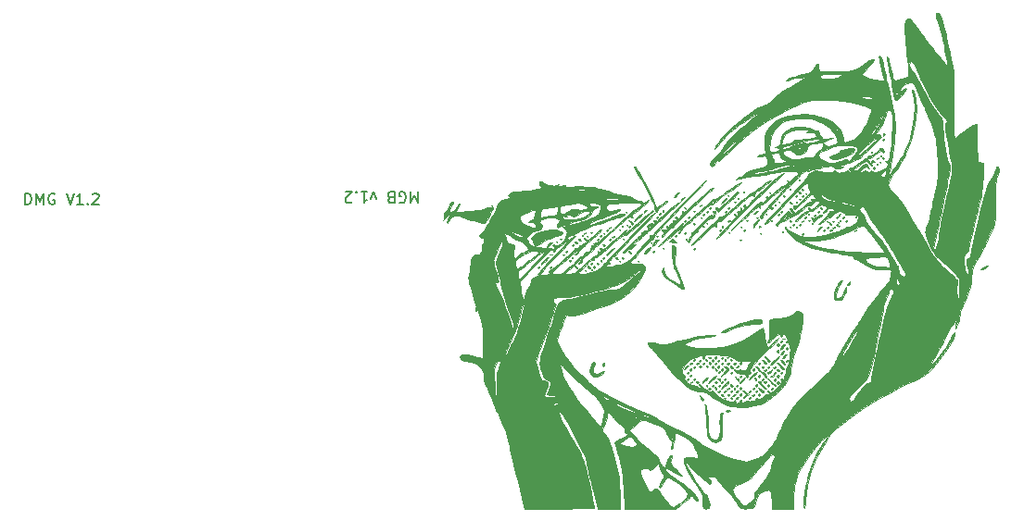
<source format=gto>
%TF.GenerationSoftware,KiCad,Pcbnew,(5.1.6)-1*%
%TF.CreationDate,2020-06-21T21:40:31-07:00*%
%TF.ProjectId,FP_DMMG_IPS_Bracket,46505f44-4d4d-4475-9f49-50535f427261,rev?*%
%TF.SameCoordinates,Original*%
%TF.FileFunction,Legend,Top*%
%TF.FilePolarity,Positive*%
%FSLAX46Y46*%
G04 Gerber Fmt 4.6, Leading zero omitted, Abs format (unit mm)*
G04 Created by KiCad (PCBNEW (5.1.6)-1) date 2020-06-21 21:40:31*
%MOMM*%
%LPD*%
G01*
G04 APERTURE LIST*
%ADD10C,0.150000*%
%ADD11C,0.010000*%
G04 APERTURE END LIST*
D10*
X32785714Y-3297619D02*
X32785714Y-4297619D01*
X32452380Y-3583333D01*
X32119047Y-4297619D01*
X32119047Y-3297619D01*
X31119047Y-4250000D02*
X31214285Y-4297619D01*
X31357142Y-4297619D01*
X31500000Y-4250000D01*
X31595238Y-4154761D01*
X31642857Y-4059523D01*
X31690476Y-3869047D01*
X31690476Y-3726190D01*
X31642857Y-3535714D01*
X31595238Y-3440476D01*
X31500000Y-3345238D01*
X31357142Y-3297619D01*
X31261904Y-3297619D01*
X31119047Y-3345238D01*
X31071428Y-3392857D01*
X31071428Y-3726190D01*
X31261904Y-3726190D01*
X30309523Y-3821428D02*
X30166666Y-3773809D01*
X30119047Y-3726190D01*
X30071428Y-3630952D01*
X30071428Y-3488095D01*
X30119047Y-3392857D01*
X30166666Y-3345238D01*
X30261904Y-3297619D01*
X30642857Y-3297619D01*
X30642857Y-4297619D01*
X30309523Y-4297619D01*
X30214285Y-4250000D01*
X30166666Y-4202380D01*
X30119047Y-4107142D01*
X30119047Y-4011904D01*
X30166666Y-3916666D01*
X30214285Y-3869047D01*
X30309523Y-3821428D01*
X30642857Y-3821428D01*
X28976190Y-3964285D02*
X28738095Y-3297619D01*
X28500000Y-3964285D01*
X27595238Y-3297619D02*
X28166666Y-3297619D01*
X27880952Y-3297619D02*
X27880952Y-4297619D01*
X27976190Y-4154761D01*
X28071428Y-4059523D01*
X28166666Y-4011904D01*
X27166666Y-3392857D02*
X27119047Y-3345238D01*
X27166666Y-3297619D01*
X27214285Y-3345238D01*
X27166666Y-3392857D01*
X27166666Y-3297619D01*
X26738095Y-4202380D02*
X26690476Y-4250000D01*
X26595238Y-4297619D01*
X26357142Y-4297619D01*
X26261904Y-4250000D01*
X26214285Y-4202380D01*
X26166666Y-4107142D01*
X26166666Y-4011904D01*
X26214285Y-3869047D01*
X26785714Y-3297619D01*
X26166666Y-3297619D01*
X-3083333Y-4452380D02*
X-3083333Y-3452380D01*
X-2845238Y-3452380D01*
X-2702380Y-3500000D01*
X-2607142Y-3595238D01*
X-2559523Y-3690476D01*
X-2511904Y-3880952D01*
X-2511904Y-4023809D01*
X-2559523Y-4214285D01*
X-2607142Y-4309523D01*
X-2702380Y-4404761D01*
X-2845238Y-4452380D01*
X-3083333Y-4452380D01*
X-2083333Y-4452380D02*
X-2083333Y-3452380D01*
X-1750000Y-4166666D01*
X-1416666Y-3452380D01*
X-1416666Y-4452380D01*
X-416666Y-3500000D02*
X-511904Y-3452380D01*
X-654761Y-3452380D01*
X-797619Y-3500000D01*
X-892857Y-3595238D01*
X-940476Y-3690476D01*
X-988095Y-3880952D01*
X-988095Y-4023809D01*
X-940476Y-4214285D01*
X-892857Y-4309523D01*
X-797619Y-4404761D01*
X-654761Y-4452380D01*
X-559523Y-4452380D01*
X-416666Y-4404761D01*
X-369047Y-4357142D01*
X-369047Y-4023809D01*
X-559523Y-4023809D01*
X678571Y-3452380D02*
X1011904Y-4452380D01*
X1345238Y-3452380D01*
X2202380Y-4452380D02*
X1630952Y-4452380D01*
X1916666Y-4452380D02*
X1916666Y-3452380D01*
X1821428Y-3595238D01*
X1726190Y-3690476D01*
X1630952Y-3738095D01*
X2630952Y-4357142D02*
X2678571Y-4404761D01*
X2630952Y-4452380D01*
X2583333Y-4404761D01*
X2630952Y-4357142D01*
X2630952Y-4452380D01*
X3059523Y-3547619D02*
X3107142Y-3500000D01*
X3202380Y-3452380D01*
X3440476Y-3452380D01*
X3535714Y-3500000D01*
X3583333Y-3547619D01*
X3630952Y-3642857D01*
X3630952Y-3738095D01*
X3583333Y-3880952D01*
X3011904Y-4452380D01*
X3630952Y-4452380D01*
D11*
%TO.C,G\u002A\u002A\u002A*%
G36*
X72476325Y719617D02*
G01*
X72637675Y641894D01*
X72662830Y597782D01*
X72626788Y466045D01*
X72480319Y297878D01*
X72266523Y128291D01*
X72028497Y-7704D01*
X71840040Y-70609D01*
X71561097Y-142933D01*
X71312371Y-240315D01*
X70964008Y-344854D01*
X70640869Y-308753D01*
X70546167Y-264551D01*
X70405662Y-137261D01*
X70426980Y-23434D01*
X70602627Y66110D01*
X70803629Y107232D01*
X71084432Y168397D01*
X71240975Y268094D01*
X71290462Y348010D01*
X71385028Y493730D01*
X71456333Y538468D01*
X71584820Y565844D01*
X71803265Y627638D01*
X71883387Y652476D01*
X72212177Y724037D01*
X72476325Y719617D01*
G37*
X72476325Y719617D02*
X72637675Y641894D01*
X72662830Y597782D01*
X72626788Y466045D01*
X72480319Y297878D01*
X72266523Y128291D01*
X72028497Y-7704D01*
X71840040Y-70609D01*
X71561097Y-142933D01*
X71312371Y-240315D01*
X70964008Y-344854D01*
X70640869Y-308753D01*
X70546167Y-264551D01*
X70405662Y-137261D01*
X70426980Y-23434D01*
X70602627Y66110D01*
X70803629Y107232D01*
X71084432Y168397D01*
X71240975Y268094D01*
X71290462Y348010D01*
X71385028Y493730D01*
X71456333Y538468D01*
X71584820Y565844D01*
X71803265Y627638D01*
X71883387Y652476D01*
X72212177Y724037D01*
X72476325Y719617D01*
G36*
X45901111Y-7580889D02*
G01*
X45889489Y-7631223D01*
X45844667Y-7637333D01*
X45774976Y-7606355D01*
X45788222Y-7580889D01*
X45888702Y-7570756D01*
X45901111Y-7580889D01*
G37*
X45901111Y-7580889D02*
X45889489Y-7631223D01*
X45844667Y-7637333D01*
X45774976Y-7606355D01*
X45788222Y-7580889D01*
X45888702Y-7570756D01*
X45901111Y-7580889D01*
G36*
X45506000Y-7849000D02*
G01*
X45463667Y-7891333D01*
X45421333Y-7849000D01*
X45463667Y-7806667D01*
X45506000Y-7849000D01*
G37*
X45506000Y-7849000D02*
X45463667Y-7891333D01*
X45421333Y-7849000D01*
X45463667Y-7806667D01*
X45506000Y-7849000D01*
G36*
X45492291Y-6786660D02*
G01*
X45590198Y-6812608D01*
X45869640Y-6918638D01*
X45984547Y-7026251D01*
X45933857Y-7139467D01*
X45716509Y-7262306D01*
X45444855Y-7362719D01*
X45123328Y-7465226D01*
X44837507Y-7550748D01*
X44653569Y-7599706D01*
X44463012Y-7683943D01*
X44225294Y-7843220D01*
X44109023Y-7938979D01*
X43850290Y-8128398D01*
X43624547Y-8220858D01*
X43461353Y-8210934D01*
X43390270Y-8093203D01*
X43389333Y-8071033D01*
X43327845Y-7885458D01*
X43258247Y-7803276D01*
X43151658Y-7633064D01*
X43193529Y-7443985D01*
X43367102Y-7254258D01*
X43655615Y-7082102D01*
X44042308Y-6945737D01*
X44048631Y-6944093D01*
X44547488Y-6825064D01*
X44927651Y-6761429D01*
X45229219Y-6749767D01*
X45492291Y-6786660D01*
G37*
X45492291Y-6786660D02*
X45590198Y-6812608D01*
X45869640Y-6918638D01*
X45984547Y-7026251D01*
X45933857Y-7139467D01*
X45716509Y-7262306D01*
X45444855Y-7362719D01*
X45123328Y-7465226D01*
X44837507Y-7550748D01*
X44653569Y-7599706D01*
X44463012Y-7683943D01*
X44225294Y-7843220D01*
X44109023Y-7938979D01*
X43850290Y-8128398D01*
X43624547Y-8220858D01*
X43461353Y-8210934D01*
X43390270Y-8093203D01*
X43389333Y-8071033D01*
X43327845Y-7885458D01*
X43258247Y-7803276D01*
X43151658Y-7633064D01*
X43193529Y-7443985D01*
X43367102Y-7254258D01*
X43655615Y-7082102D01*
X44042308Y-6945737D01*
X44048631Y-6944093D01*
X44547488Y-6825064D01*
X44927651Y-6761429D01*
X45229219Y-6749767D01*
X45492291Y-6786660D01*
G36*
X45046796Y-7911907D02*
G01*
X45013479Y-7985060D01*
X44889117Y-8127685D01*
X44827783Y-8188513D01*
X44662312Y-8328996D01*
X44585215Y-8343094D01*
X44574667Y-8297911D01*
X44630956Y-8183341D01*
X44762588Y-8048883D01*
X44913706Y-7940205D01*
X45028452Y-7902975D01*
X45046796Y-7911907D01*
G37*
X45046796Y-7911907D02*
X45013479Y-7985060D01*
X44889117Y-8127685D01*
X44827783Y-8188513D01*
X44662312Y-8328996D01*
X44585215Y-8343094D01*
X44574667Y-8297911D01*
X44630956Y-8183341D01*
X44762588Y-8048883D01*
X44913706Y-7940205D01*
X45028452Y-7902975D01*
X45046796Y-7911907D01*
G36*
X72826770Y-6760690D02*
G01*
X72811000Y-6790667D01*
X72731226Y-6871523D01*
X72716340Y-6875333D01*
X72710563Y-6820643D01*
X72726333Y-6790667D01*
X72806107Y-6709810D01*
X72820993Y-6706000D01*
X72826770Y-6760690D01*
G37*
X72826770Y-6760690D02*
X72811000Y-6790667D01*
X72731226Y-6871523D01*
X72716340Y-6875333D01*
X72710563Y-6820643D01*
X72726333Y-6790667D01*
X72806107Y-6709810D01*
X72820993Y-6706000D01*
X72826770Y-6760690D01*
G36*
X51856000Y-5139667D02*
G01*
X51813667Y-5182000D01*
X51771333Y-5139667D01*
X51813667Y-5097333D01*
X51856000Y-5139667D01*
G37*
X51856000Y-5139667D02*
X51813667Y-5182000D01*
X51771333Y-5139667D01*
X51813667Y-5097333D01*
X51856000Y-5139667D01*
G36*
X50390103Y-6506690D02*
G01*
X50374333Y-6536667D01*
X50294559Y-6617523D01*
X50279673Y-6621333D01*
X50273896Y-6566643D01*
X50289667Y-6536667D01*
X50369441Y-6455810D01*
X50384327Y-6452000D01*
X50390103Y-6506690D01*
G37*
X50390103Y-6506690D02*
X50374333Y-6536667D01*
X50294559Y-6617523D01*
X50279673Y-6621333D01*
X50273896Y-6566643D01*
X50289667Y-6536667D01*
X50369441Y-6455810D01*
X50384327Y-6452000D01*
X50390103Y-6506690D01*
G36*
X50133563Y-6757870D02*
G01*
X50120333Y-6790667D01*
X50044251Y-6871437D01*
X50030670Y-6875333D01*
X49994304Y-6809827D01*
X49993333Y-6790667D01*
X50058421Y-6709253D01*
X50082997Y-6706000D01*
X50133563Y-6757870D01*
G37*
X50133563Y-6757870D02*
X50120333Y-6790667D01*
X50044251Y-6871437D01*
X50030670Y-6875333D01*
X49994304Y-6809827D01*
X49993333Y-6790667D01*
X50058421Y-6709253D01*
X50082997Y-6706000D01*
X50133563Y-6757870D01*
G36*
X48695111Y-6988222D02*
G01*
X48683489Y-7038556D01*
X48638667Y-7044667D01*
X48568976Y-7013688D01*
X48582222Y-6988222D01*
X48682702Y-6978089D01*
X48695111Y-6988222D01*
G37*
X48695111Y-6988222D02*
X48683489Y-7038556D01*
X48638667Y-7044667D01*
X48568976Y-7013688D01*
X48582222Y-6988222D01*
X48682702Y-6978089D01*
X48695111Y-6988222D01*
G36*
X49824000Y-7087000D02*
G01*
X49781667Y-7129333D01*
X49739333Y-7087000D01*
X49781667Y-7044667D01*
X49824000Y-7087000D01*
G37*
X49824000Y-7087000D02*
X49781667Y-7129333D01*
X49739333Y-7087000D01*
X49781667Y-7044667D01*
X49824000Y-7087000D01*
G36*
X48104103Y-7014690D02*
G01*
X48088333Y-7044667D01*
X48008559Y-7125523D01*
X47993673Y-7129333D01*
X47987896Y-7074643D01*
X48003667Y-7044667D01*
X48083441Y-6963810D01*
X48098327Y-6960000D01*
X48104103Y-7014690D01*
G37*
X48104103Y-7014690D02*
X48088333Y-7044667D01*
X48008559Y-7125523D01*
X47993673Y-7129333D01*
X47987896Y-7074643D01*
X48003667Y-7044667D01*
X48083441Y-6963810D01*
X48098327Y-6960000D01*
X48104103Y-7014690D01*
G36*
X49569029Y-7279506D02*
G01*
X49570000Y-7298667D01*
X49504912Y-7380080D01*
X49480336Y-7383333D01*
X49429770Y-7331463D01*
X49443000Y-7298667D01*
X49519082Y-7217896D01*
X49532663Y-7214000D01*
X49569029Y-7279506D01*
G37*
X49569029Y-7279506D02*
X49570000Y-7298667D01*
X49504912Y-7380080D01*
X49480336Y-7383333D01*
X49429770Y-7331463D01*
X49443000Y-7298667D01*
X49519082Y-7217896D01*
X49532663Y-7214000D01*
X49569029Y-7279506D01*
G36*
X48300000Y-7341000D02*
G01*
X48257667Y-7383333D01*
X48215333Y-7341000D01*
X48257667Y-7298667D01*
X48300000Y-7341000D01*
G37*
X48300000Y-7341000D02*
X48257667Y-7383333D01*
X48215333Y-7341000D01*
X48257667Y-7298667D01*
X48300000Y-7341000D01*
G36*
X47848444Y-7242222D02*
G01*
X47858577Y-7342702D01*
X47848444Y-7355111D01*
X47798110Y-7343489D01*
X47792000Y-7298667D01*
X47822978Y-7228976D01*
X47848444Y-7242222D01*
G37*
X47848444Y-7242222D02*
X47858577Y-7342702D01*
X47848444Y-7355111D01*
X47798110Y-7343489D01*
X47792000Y-7298667D01*
X47822978Y-7228976D01*
X47848444Y-7242222D01*
G36*
X49313540Y-7617096D02*
G01*
X49316000Y-7637333D01*
X49251571Y-7719540D01*
X49231333Y-7722000D01*
X49149127Y-7657571D01*
X49146667Y-7637333D01*
X49211096Y-7555127D01*
X49231333Y-7552667D01*
X49313540Y-7617096D01*
G37*
X49313540Y-7617096D02*
X49316000Y-7637333D01*
X49251571Y-7719540D01*
X49231333Y-7722000D01*
X49149127Y-7657571D01*
X49146667Y-7637333D01*
X49211096Y-7555127D01*
X49231333Y-7552667D01*
X49313540Y-7617096D01*
G36*
X47621498Y-7620045D02*
G01*
X47653284Y-7679667D01*
X47686223Y-7786414D01*
X47683509Y-7799982D01*
X47600753Y-7767315D01*
X47559167Y-7750593D01*
X47466574Y-7666830D01*
X47468326Y-7577170D01*
X47528941Y-7552667D01*
X47621498Y-7620045D01*
G37*
X47621498Y-7620045D02*
X47653284Y-7679667D01*
X47686223Y-7786414D01*
X47683509Y-7799982D01*
X47600753Y-7767315D01*
X47559167Y-7750593D01*
X47466574Y-7666830D01*
X47468326Y-7577170D01*
X47528941Y-7552667D01*
X47621498Y-7620045D01*
G36*
X47300933Y-7874400D02*
G01*
X47366781Y-7987282D01*
X47303685Y-8020001D01*
X47199333Y-7976000D01*
X47125251Y-7882525D01*
X47139696Y-7838081D01*
X47242639Y-7833213D01*
X47300933Y-7874400D01*
G37*
X47300933Y-7874400D02*
X47366781Y-7987282D01*
X47303685Y-8020001D01*
X47199333Y-7976000D01*
X47125251Y-7882525D01*
X47139696Y-7838081D01*
X47242639Y-7833213D01*
X47300933Y-7874400D01*
G36*
X47027540Y-8125096D02*
G01*
X47030000Y-8145333D01*
X46965571Y-8227540D01*
X46945333Y-8230000D01*
X46863127Y-8165571D01*
X46860667Y-8145333D01*
X46925096Y-8063127D01*
X46945333Y-8060667D01*
X47027540Y-8125096D01*
G37*
X47027540Y-8125096D02*
X47030000Y-8145333D01*
X46965571Y-8227540D01*
X46945333Y-8230000D01*
X46863127Y-8165571D01*
X46860667Y-8145333D01*
X46925096Y-8063127D01*
X46945333Y-8060667D01*
X47027540Y-8125096D01*
G36*
X46434873Y-8717762D02*
G01*
X46437333Y-8738000D01*
X46372904Y-8820206D01*
X46352667Y-8822667D01*
X46270460Y-8758237D01*
X46268000Y-8738000D01*
X46332429Y-8655793D01*
X46352667Y-8653333D01*
X46434873Y-8717762D01*
G37*
X46434873Y-8717762D02*
X46437333Y-8738000D01*
X46372904Y-8820206D01*
X46352667Y-8822667D01*
X46270460Y-8758237D01*
X46268000Y-8738000D01*
X46332429Y-8655793D01*
X46352667Y-8653333D01*
X46434873Y-8717762D01*
G36*
X46155111Y-9020222D02*
G01*
X46143489Y-9070556D01*
X46098667Y-9076667D01*
X46028976Y-9045688D01*
X46042222Y-9020222D01*
X46142702Y-9010089D01*
X46155111Y-9020222D01*
G37*
X46155111Y-9020222D02*
X46143489Y-9070556D01*
X46098667Y-9076667D01*
X46028976Y-9045688D01*
X46042222Y-9020222D01*
X46142702Y-9010089D01*
X46155111Y-9020222D01*
G36*
X45059736Y-9025514D02*
G01*
X45034485Y-9063996D01*
X44948611Y-9069982D01*
X44858269Y-9049305D01*
X44897458Y-9018830D01*
X45029782Y-9008736D01*
X45059736Y-9025514D01*
G37*
X45059736Y-9025514D02*
X45034485Y-9063996D01*
X44948611Y-9069982D01*
X44858269Y-9049305D01*
X44897458Y-9018830D01*
X45029782Y-9008736D01*
X45059736Y-9025514D01*
G36*
X46917111Y-9274222D02*
G01*
X46927244Y-9374702D01*
X46917111Y-9387111D01*
X46866777Y-9375489D01*
X46860667Y-9330667D01*
X46891645Y-9260976D01*
X46917111Y-9274222D01*
G37*
X46917111Y-9274222D02*
X46927244Y-9374702D01*
X46917111Y-9387111D01*
X46866777Y-9375489D01*
X46860667Y-9330667D01*
X46891645Y-9260976D01*
X46917111Y-9274222D01*
G36*
X46759845Y-9544204D02*
G01*
X46776000Y-9584667D01*
X46715232Y-9666910D01*
X46696330Y-9669333D01*
X46581663Y-9607789D01*
X46564333Y-9584667D01*
X46583527Y-9512183D01*
X46644003Y-9500000D01*
X46759845Y-9544204D01*
G37*
X46759845Y-9544204D02*
X46776000Y-9584667D01*
X46715232Y-9666910D01*
X46696330Y-9669333D01*
X46581663Y-9607789D01*
X46564333Y-9584667D01*
X46583527Y-9512183D01*
X46644003Y-9500000D01*
X46759845Y-9544204D01*
G36*
X44704672Y-9300090D02*
G01*
X44584549Y-9440000D01*
X44447667Y-9584667D01*
X44252136Y-9771028D01*
X44097099Y-9894036D01*
X44035396Y-9923333D01*
X44047621Y-9872481D01*
X44161358Y-9740206D01*
X44320667Y-9584667D01*
X44524015Y-9403487D01*
X44675525Y-9280592D01*
X44732937Y-9246000D01*
X44704672Y-9300090D01*
G37*
X44704672Y-9300090D02*
X44584549Y-9440000D01*
X44447667Y-9584667D01*
X44252136Y-9771028D01*
X44097099Y-9894036D01*
X44035396Y-9923333D01*
X44047621Y-9872481D01*
X44161358Y-9740206D01*
X44320667Y-9584667D01*
X44524015Y-9403487D01*
X44675525Y-9280592D01*
X44732937Y-9246000D01*
X44704672Y-9300090D01*
G36*
X44997029Y-10158172D02*
G01*
X44998000Y-10177333D01*
X44932912Y-10258746D01*
X44908336Y-10262000D01*
X44857770Y-10210130D01*
X44871000Y-10177333D01*
X44947082Y-10096563D01*
X44960663Y-10092667D01*
X44997029Y-10158172D01*
G37*
X44997029Y-10158172D02*
X44998000Y-10177333D01*
X44932912Y-10258746D01*
X44908336Y-10262000D01*
X44857770Y-10210130D01*
X44871000Y-10177333D01*
X44947082Y-10096563D01*
X44960663Y-10092667D01*
X44997029Y-10158172D01*
G36*
X43894873Y-10157096D02*
G01*
X43897333Y-10177333D01*
X43832904Y-10259540D01*
X43812667Y-10262000D01*
X43730460Y-10197571D01*
X43728000Y-10177333D01*
X43792429Y-10095127D01*
X43812667Y-10092667D01*
X43894873Y-10157096D01*
G37*
X43894873Y-10157096D02*
X43897333Y-10177333D01*
X43832904Y-10259540D01*
X43812667Y-10262000D01*
X43730460Y-10197571D01*
X43728000Y-10177333D01*
X43792429Y-10095127D01*
X43812667Y-10092667D01*
X43894873Y-10157096D01*
G36*
X75434356Y1987426D02*
G01*
X75398330Y1853418D01*
X75321623Y1788936D01*
X75267360Y1843671D01*
X75260272Y1985551D01*
X75289554Y2029421D01*
X75386746Y2064883D01*
X75434356Y1987426D01*
G37*
X75434356Y1987426D02*
X75398330Y1853418D01*
X75321623Y1788936D01*
X75267360Y1843671D01*
X75260272Y1985551D01*
X75289554Y2029421D01*
X75386746Y2064883D01*
X75434356Y1987426D01*
G36*
X75390873Y1526904D02*
G01*
X75393333Y1506667D01*
X75328904Y1424460D01*
X75308667Y1422000D01*
X75226460Y1486429D01*
X75224000Y1506667D01*
X75288429Y1588873D01*
X75308667Y1591333D01*
X75390873Y1526904D01*
G37*
X75390873Y1526904D02*
X75393333Y1506667D01*
X75328904Y1424460D01*
X75308667Y1422000D01*
X75226460Y1486429D01*
X75224000Y1506667D01*
X75288429Y1588873D01*
X75308667Y1591333D01*
X75390873Y1526904D01*
G36*
X74264444Y377778D02*
G01*
X74274577Y277298D01*
X74264444Y264889D01*
X74214110Y276511D01*
X74208000Y321333D01*
X74238978Y391024D01*
X74264444Y377778D01*
G37*
X74264444Y377778D02*
X74274577Y277298D01*
X74264444Y264889D01*
X74214110Y276511D01*
X74208000Y321333D01*
X74238978Y391024D01*
X74264444Y377778D01*
G36*
X75111111Y39111D02*
G01*
X75121244Y-61368D01*
X75111111Y-73778D01*
X75060777Y-62155D01*
X75054667Y-17333D01*
X75085645Y52357D01*
X75111111Y39111D01*
G37*
X75111111Y39111D02*
X75121244Y-61368D01*
X75111111Y-73778D01*
X75060777Y-62155D01*
X75054667Y-17333D01*
X75085645Y52357D01*
X75111111Y39111D01*
G36*
X75308667Y-144333D02*
G01*
X75389437Y-220415D01*
X75393333Y-233997D01*
X75327827Y-270362D01*
X75308667Y-271333D01*
X75227253Y-206245D01*
X75224000Y-181670D01*
X75275870Y-131104D01*
X75308667Y-144333D01*
G37*
X75308667Y-144333D02*
X75389437Y-220415D01*
X75393333Y-233997D01*
X75327827Y-270362D01*
X75308667Y-271333D01*
X75227253Y-206245D01*
X75224000Y-181670D01*
X75275870Y-131104D01*
X75308667Y-144333D01*
G36*
X74858770Y-156690D02*
G01*
X74843000Y-186667D01*
X74763226Y-267523D01*
X74748340Y-271333D01*
X74742563Y-216643D01*
X74758333Y-186667D01*
X74838107Y-105810D01*
X74852993Y-102000D01*
X74858770Y-156690D01*
G37*
X74858770Y-156690D02*
X74843000Y-186667D01*
X74763226Y-267523D01*
X74748340Y-271333D01*
X74742563Y-216643D01*
X74758333Y-186667D01*
X74838107Y-105810D01*
X74852993Y-102000D01*
X74858770Y-156690D01*
G36*
X75145623Y725778D02*
G01*
X75270777Y632408D01*
X75305688Y580900D01*
X75384486Y403234D01*
X75364244Y329462D01*
X75314875Y321333D01*
X75231259Y390639D01*
X75209041Y452404D01*
X75157980Y491316D01*
X75028143Y435197D01*
X74802311Y274885D01*
X74652073Y156071D01*
X74352809Y-78691D01*
X74153313Y-213285D01*
X74026839Y-260091D01*
X73946639Y-231493D01*
X73911667Y-186667D01*
X73896238Y-51172D01*
X73988597Y26463D01*
X74067713Y18383D01*
X74185241Y45483D01*
X74379645Y152104D01*
X74602647Y303709D01*
X74805968Y465757D01*
X74941328Y603710D01*
X74970000Y663878D01*
X75024391Y741452D01*
X75145623Y725778D01*
G37*
X75145623Y725778D02*
X75270777Y632408D01*
X75305688Y580900D01*
X75384486Y403234D01*
X75364244Y329462D01*
X75314875Y321333D01*
X75231259Y390639D01*
X75209041Y452404D01*
X75157980Y491316D01*
X75028143Y435197D01*
X74802311Y274885D01*
X74652073Y156071D01*
X74352809Y-78691D01*
X74153313Y-213285D01*
X74026839Y-260091D01*
X73946639Y-231493D01*
X73911667Y-186667D01*
X73896238Y-51172D01*
X73988597Y26463D01*
X74067713Y18383D01*
X74185241Y45483D01*
X74379645Y152104D01*
X74602647Y303709D01*
X74805968Y465757D01*
X74941328Y603710D01*
X74970000Y663878D01*
X75024391Y741452D01*
X75145623Y725778D01*
G36*
X75054667Y-567667D02*
G01*
X75012333Y-610000D01*
X74970000Y-567667D01*
X75012333Y-525333D01*
X75054667Y-567667D01*
G37*
X75054667Y-567667D02*
X75012333Y-610000D01*
X74970000Y-567667D01*
X75012333Y-525333D01*
X75054667Y-567667D01*
G36*
X74772444Y-722889D02*
G01*
X74782577Y-823368D01*
X74772444Y-835778D01*
X74722110Y-824155D01*
X74716000Y-779333D01*
X74746978Y-709643D01*
X74772444Y-722889D01*
G37*
X74772444Y-722889D02*
X74782577Y-823368D01*
X74772444Y-835778D01*
X74722110Y-824155D01*
X74716000Y-779333D01*
X74746978Y-709643D01*
X74772444Y-722889D01*
G36*
X74462000Y-991000D02*
G01*
X74543437Y-1099243D01*
X74546667Y-1122997D01*
X74482088Y-1200386D01*
X74462000Y-1202667D01*
X74387695Y-1133751D01*
X74377333Y-1070670D01*
X74418379Y-983035D01*
X74462000Y-991000D01*
G37*
X74462000Y-991000D02*
X74543437Y-1099243D01*
X74546667Y-1122997D01*
X74482088Y-1200386D01*
X74462000Y-1202667D01*
X74387695Y-1133751D01*
X74377333Y-1070670D01*
X74418379Y-983035D01*
X74462000Y-991000D01*
G36*
X67660444Y-2162222D02*
G01*
X67670577Y-2262702D01*
X67660444Y-2275111D01*
X67610110Y-2263489D01*
X67604000Y-2218667D01*
X67634978Y-2148976D01*
X67660444Y-2162222D01*
G37*
X67660444Y-2162222D02*
X67670577Y-2262702D01*
X67660444Y-2275111D01*
X67610110Y-2263489D01*
X67604000Y-2218667D01*
X67634978Y-2148976D01*
X67660444Y-2162222D01*
G36*
X66588000Y-2261000D02*
G01*
X66545667Y-2303333D01*
X66503333Y-2261000D01*
X66545667Y-2218667D01*
X66588000Y-2261000D01*
G37*
X66588000Y-2261000D02*
X66545667Y-2303333D01*
X66503333Y-2261000D01*
X66545667Y-2218667D01*
X66588000Y-2261000D01*
G36*
X46268000Y-2684333D02*
G01*
X46225667Y-2726667D01*
X46183333Y-2684333D01*
X46225667Y-2642000D01*
X46268000Y-2684333D01*
G37*
X46268000Y-2684333D02*
X46225667Y-2726667D01*
X46183333Y-2684333D01*
X46225667Y-2642000D01*
X46268000Y-2684333D01*
G36*
X67942667Y-3023000D02*
G01*
X68023437Y-3099082D01*
X68027333Y-3112663D01*
X67961827Y-3149029D01*
X67942667Y-3150000D01*
X67861253Y-3084912D01*
X67858000Y-3060336D01*
X67909870Y-3009770D01*
X67942667Y-3023000D01*
G37*
X67942667Y-3023000D02*
X68023437Y-3099082D01*
X68027333Y-3112663D01*
X67961827Y-3149029D01*
X67942667Y-3150000D01*
X67861253Y-3084912D01*
X67858000Y-3060336D01*
X67909870Y-3009770D01*
X67942667Y-3023000D01*
G36*
X66813778Y-3008889D02*
G01*
X66823911Y-3109368D01*
X66813778Y-3121778D01*
X66763443Y-3110155D01*
X66757333Y-3065333D01*
X66788311Y-2995643D01*
X66813778Y-3008889D01*
G37*
X66813778Y-3008889D02*
X66823911Y-3109368D01*
X66813778Y-3121778D01*
X66763443Y-3110155D01*
X66757333Y-3065333D01*
X66788311Y-2995643D01*
X66813778Y-3008889D01*
G36*
X64979333Y-3361667D02*
G01*
X64937000Y-3404000D01*
X64894667Y-3361667D01*
X64937000Y-3319333D01*
X64979333Y-3361667D01*
G37*
X64979333Y-3361667D02*
X64937000Y-3404000D01*
X64894667Y-3361667D01*
X64937000Y-3319333D01*
X64979333Y-3361667D01*
G36*
X62580444Y-3262889D02*
G01*
X62590577Y-3363368D01*
X62580444Y-3375778D01*
X62530110Y-3364155D01*
X62524000Y-3319333D01*
X62554978Y-3249643D01*
X62580444Y-3262889D01*
G37*
X62580444Y-3262889D02*
X62590577Y-3363368D01*
X62580444Y-3375778D01*
X62530110Y-3364155D01*
X62524000Y-3319333D01*
X62554978Y-3249643D01*
X62580444Y-3262889D01*
G36*
X68281333Y-3446333D02*
G01*
X68239000Y-3488667D01*
X68196667Y-3446333D01*
X68239000Y-3404000D01*
X68281333Y-3446333D01*
G37*
X68281333Y-3446333D02*
X68239000Y-3488667D01*
X68196667Y-3446333D01*
X68239000Y-3404000D01*
X68281333Y-3446333D01*
G36*
X67747792Y-3337215D02*
G01*
X67773333Y-3408997D01*
X67720061Y-3483536D01*
X67612945Y-3457039D01*
X67558185Y-3398367D01*
X67535320Y-3284346D01*
X67547555Y-3262889D01*
X67646583Y-3256505D01*
X67747792Y-3337215D01*
G37*
X67747792Y-3337215D02*
X67773333Y-3408997D01*
X67720061Y-3483536D01*
X67612945Y-3457039D01*
X67558185Y-3398367D01*
X67535320Y-3284346D01*
X67547555Y-3262889D01*
X67646583Y-3256505D01*
X67747792Y-3337215D01*
G36*
X61169333Y-3615667D02*
G01*
X61127000Y-3658000D01*
X61084667Y-3615667D01*
X61127000Y-3573333D01*
X61169333Y-3615667D01*
G37*
X61169333Y-3615667D02*
X61127000Y-3658000D01*
X61084667Y-3615667D01*
X61127000Y-3573333D01*
X61169333Y-3615667D01*
G36*
X68026362Y-3638839D02*
G01*
X68027333Y-3658000D01*
X67962245Y-3739413D01*
X67937670Y-3742667D01*
X67887104Y-3690797D01*
X67900333Y-3658000D01*
X67976415Y-3577229D01*
X67989997Y-3573333D01*
X68026362Y-3638839D01*
G37*
X68026362Y-3638839D02*
X68027333Y-3658000D01*
X67962245Y-3739413D01*
X67937670Y-3742667D01*
X67887104Y-3690797D01*
X67900333Y-3658000D01*
X67976415Y-3577229D01*
X67989997Y-3573333D01*
X68026362Y-3638839D01*
G36*
X67432206Y-3637762D02*
G01*
X67434667Y-3658000D01*
X67370237Y-3740206D01*
X67350000Y-3742667D01*
X67267793Y-3678237D01*
X67265333Y-3658000D01*
X67329762Y-3575793D01*
X67350000Y-3573333D01*
X67432206Y-3637762D01*
G37*
X67432206Y-3637762D02*
X67434667Y-3658000D01*
X67370237Y-3740206D01*
X67350000Y-3742667D01*
X67267793Y-3678237D01*
X67265333Y-3658000D01*
X67329762Y-3575793D01*
X67350000Y-3573333D01*
X67432206Y-3637762D01*
G36*
X66249333Y-3615667D02*
G01*
X66330104Y-3691749D01*
X66334000Y-3705330D01*
X66268494Y-3741696D01*
X66249333Y-3742667D01*
X66167920Y-3677579D01*
X66164667Y-3653003D01*
X66216536Y-3602437D01*
X66249333Y-3615667D01*
G37*
X66249333Y-3615667D02*
X66330104Y-3691749D01*
X66334000Y-3705330D01*
X66268494Y-3741696D01*
X66249333Y-3742667D01*
X66167920Y-3677579D01*
X66164667Y-3653003D01*
X66216536Y-3602437D01*
X66249333Y-3615667D01*
G36*
X64722873Y-3722429D02*
G01*
X64725333Y-3742667D01*
X64660904Y-3824873D01*
X64640667Y-3827333D01*
X64558460Y-3762904D01*
X64556000Y-3742667D01*
X64620429Y-3660460D01*
X64640667Y-3658000D01*
X64722873Y-3722429D01*
G37*
X64722873Y-3722429D02*
X64725333Y-3742667D01*
X64660904Y-3824873D01*
X64640667Y-3827333D01*
X64558460Y-3762904D01*
X64556000Y-3742667D01*
X64620429Y-3660460D01*
X64640667Y-3658000D01*
X64722873Y-3722429D01*
G36*
X56682000Y-3363541D02*
G01*
X56618394Y-3483819D01*
X56461929Y-3632823D01*
X56428000Y-3658000D01*
X56265379Y-3757095D01*
X56178504Y-3777493D01*
X56174000Y-3767286D01*
X56232190Y-3670762D01*
X56376981Y-3519055D01*
X56428000Y-3472827D01*
X56597014Y-3347885D01*
X56677584Y-3342259D01*
X56682000Y-3363541D01*
G37*
X56682000Y-3363541D02*
X56618394Y-3483819D01*
X56461929Y-3632823D01*
X56428000Y-3658000D01*
X56265379Y-3757095D01*
X56178504Y-3777493D01*
X56174000Y-3767286D01*
X56232190Y-3670762D01*
X56376981Y-3519055D01*
X56428000Y-3472827D01*
X56597014Y-3347885D01*
X56677584Y-3342259D01*
X56682000Y-3363541D01*
G36*
X67745111Y-3940222D02*
G01*
X67733489Y-3990556D01*
X67688667Y-3996667D01*
X67618976Y-3965688D01*
X67632222Y-3940222D01*
X67732702Y-3930089D01*
X67745111Y-3940222D01*
G37*
X67745111Y-3940222D02*
X67733489Y-3990556D01*
X67688667Y-3996667D01*
X67618976Y-3965688D01*
X67632222Y-3940222D01*
X67732702Y-3930089D01*
X67745111Y-3940222D01*
G36*
X62072444Y-3855555D02*
G01*
X62082577Y-3956035D01*
X62072444Y-3968444D01*
X62022110Y-3956822D01*
X62016000Y-3912000D01*
X62046978Y-3842310D01*
X62072444Y-3855555D01*
G37*
X62072444Y-3855555D02*
X62082577Y-3956035D01*
X62072444Y-3968444D01*
X62022110Y-3956822D01*
X62016000Y-3912000D01*
X62046978Y-3842310D01*
X62072444Y-3855555D01*
G36*
X65826000Y-4208333D02*
G01*
X65783667Y-4250667D01*
X65741333Y-4208333D01*
X65783667Y-4166000D01*
X65826000Y-4208333D01*
G37*
X65826000Y-4208333D02*
X65783667Y-4250667D01*
X65741333Y-4208333D01*
X65783667Y-4166000D01*
X65826000Y-4208333D01*
G36*
X61818444Y-4194222D02*
G01*
X61806822Y-4244556D01*
X61762000Y-4250667D01*
X61692310Y-4219688D01*
X61705555Y-4194222D01*
X61806035Y-4184089D01*
X61818444Y-4194222D01*
G37*
X61818444Y-4194222D02*
X61806822Y-4244556D01*
X61762000Y-4250667D01*
X61692310Y-4219688D01*
X61705555Y-4194222D01*
X61806035Y-4184089D01*
X61818444Y-4194222D01*
G36*
X67406444Y-4194222D02*
G01*
X67416577Y-4294702D01*
X67406444Y-4307111D01*
X67356110Y-4295489D01*
X67350000Y-4250667D01*
X67380978Y-4180976D01*
X67406444Y-4194222D01*
G37*
X67406444Y-4194222D02*
X67416577Y-4294702D01*
X67406444Y-4307111D01*
X67356110Y-4295489D01*
X67350000Y-4250667D01*
X67380978Y-4180976D01*
X67406444Y-4194222D01*
G36*
X60985931Y-3869709D02*
G01*
X60956560Y-3943097D01*
X60844158Y-4073937D01*
X60697822Y-4213775D01*
X60566648Y-4314159D01*
X60514131Y-4335333D01*
X60532218Y-4282094D01*
X60641414Y-4148262D01*
X60702820Y-4082216D01*
X60861260Y-3934665D01*
X60968398Y-3867535D01*
X60985931Y-3869709D01*
G37*
X60985931Y-3869709D02*
X60956560Y-3943097D01*
X60844158Y-4073937D01*
X60697822Y-4213775D01*
X60566648Y-4314159D01*
X60514131Y-4335333D01*
X60532218Y-4282094D01*
X60641414Y-4148262D01*
X60702820Y-4082216D01*
X60861260Y-3934665D01*
X60968398Y-3867535D01*
X60985931Y-3869709D01*
G36*
X66853712Y-4225251D02*
G01*
X66924968Y-4290954D01*
X67000412Y-4400541D01*
X66950090Y-4399834D01*
X66844452Y-4338640D01*
X66762116Y-4249335D01*
X66768887Y-4210891D01*
X66853712Y-4225251D01*
G37*
X66853712Y-4225251D02*
X66924968Y-4290954D01*
X67000412Y-4400541D01*
X66950090Y-4399834D01*
X66844452Y-4338640D01*
X66762116Y-4249335D01*
X66768887Y-4210891D01*
X66853712Y-4225251D01*
G36*
X65459111Y-4448222D02*
G01*
X65469244Y-4548702D01*
X65459111Y-4561111D01*
X65408777Y-4549489D01*
X65402667Y-4504667D01*
X65433645Y-4434976D01*
X65459111Y-4448222D01*
G37*
X65459111Y-4448222D02*
X65469244Y-4548702D01*
X65459111Y-4561111D01*
X65408777Y-4549489D01*
X65402667Y-4504667D01*
X65433645Y-4434976D01*
X65459111Y-4448222D01*
G36*
X58687437Y-4474690D02*
G01*
X58671667Y-4504667D01*
X58591892Y-4585523D01*
X58577006Y-4589333D01*
X58571230Y-4534643D01*
X58587000Y-4504667D01*
X58666774Y-4423810D01*
X58681660Y-4420000D01*
X58687437Y-4474690D01*
G37*
X58687437Y-4474690D02*
X58671667Y-4504667D01*
X58591892Y-4585523D01*
X58577006Y-4589333D01*
X58571230Y-4534643D01*
X58587000Y-4504667D01*
X58666774Y-4423810D01*
X58681660Y-4420000D01*
X58687437Y-4474690D01*
G36*
X39579333Y-4547000D02*
G01*
X39537000Y-4589333D01*
X39494667Y-4547000D01*
X39537000Y-4504667D01*
X39579333Y-4547000D01*
G37*
X39579333Y-4547000D02*
X39537000Y-4589333D01*
X39494667Y-4547000D01*
X39537000Y-4504667D01*
X39579333Y-4547000D01*
G36*
X62681150Y-4481527D02*
G01*
X62693333Y-4542003D01*
X62649129Y-4657845D01*
X62608667Y-4674000D01*
X62526423Y-4613232D01*
X62524000Y-4594330D01*
X62585544Y-4479663D01*
X62608667Y-4462333D01*
X62681150Y-4481527D01*
G37*
X62681150Y-4481527D02*
X62693333Y-4542003D01*
X62649129Y-4657845D01*
X62608667Y-4674000D01*
X62526423Y-4613232D01*
X62524000Y-4594330D01*
X62585544Y-4479663D01*
X62608667Y-4462333D01*
X62681150Y-4481527D01*
G36*
X61251540Y-4738429D02*
G01*
X61254000Y-4758667D01*
X61189571Y-4840873D01*
X61169333Y-4843333D01*
X61087127Y-4778904D01*
X61084667Y-4758667D01*
X61149096Y-4676460D01*
X61169333Y-4674000D01*
X61251540Y-4738429D01*
G37*
X61251540Y-4738429D02*
X61254000Y-4758667D01*
X61189571Y-4840873D01*
X61169333Y-4843333D01*
X61087127Y-4778904D01*
X61084667Y-4758667D01*
X61149096Y-4676460D01*
X61169333Y-4674000D01*
X61251540Y-4738429D01*
G36*
X59558206Y-4738429D02*
G01*
X59560667Y-4758667D01*
X59496237Y-4840873D01*
X59476000Y-4843333D01*
X59393793Y-4778904D01*
X59391333Y-4758667D01*
X59455762Y-4676460D01*
X59476000Y-4674000D01*
X59558206Y-4738429D01*
G37*
X59558206Y-4738429D02*
X59560667Y-4758667D01*
X59496237Y-4840873D01*
X59476000Y-4843333D01*
X59393793Y-4778904D01*
X59391333Y-4758667D01*
X59455762Y-4676460D01*
X59476000Y-4674000D01*
X59558206Y-4738429D01*
G36*
X57176918Y-4708248D02*
G01*
X57267812Y-4793499D01*
X57249166Y-4842509D01*
X57237330Y-4843333D01*
X57165717Y-4783196D01*
X57139582Y-4745585D01*
X57129602Y-4687648D01*
X57176918Y-4708248D01*
G37*
X57176918Y-4708248D02*
X57267812Y-4793499D01*
X57249166Y-4842509D01*
X57237330Y-4843333D01*
X57165717Y-4783196D01*
X57139582Y-4745585D01*
X57129602Y-4687648D01*
X57176918Y-4708248D01*
G36*
X69713031Y-4776299D02*
G01*
X69702654Y-4855038D01*
X69656022Y-4918771D01*
X69600690Y-4854697D01*
X69569622Y-4730052D01*
X69585188Y-4696589D01*
X69668888Y-4682685D01*
X69713031Y-4776299D01*
G37*
X69713031Y-4776299D02*
X69702654Y-4855038D01*
X69656022Y-4918771D01*
X69600690Y-4854697D01*
X69569622Y-4730052D01*
X69585188Y-4696589D01*
X69668888Y-4682685D01*
X69713031Y-4776299D01*
G36*
X61999987Y-3278204D02*
G01*
X62066765Y-3366958D01*
X62015198Y-3453634D01*
X61861119Y-3619631D01*
X61632356Y-3836172D01*
X61498747Y-3954333D01*
X61226257Y-4192222D01*
X60995390Y-4397584D01*
X60841743Y-4538595D01*
X60807690Y-4572142D01*
X60566150Y-4818257D01*
X60371069Y-5000316D01*
X60251573Y-5091626D01*
X60234632Y-5097333D01*
X60141318Y-5045366D01*
X60085600Y-4995733D01*
X59998749Y-4852097D01*
X59996536Y-4722478D01*
X60068667Y-4674000D01*
X60150873Y-4738429D01*
X60153333Y-4758667D01*
X60201307Y-4839834D01*
X60339926Y-4786751D01*
X60561237Y-4602831D01*
X60597013Y-4568167D01*
X60804051Y-4369916D01*
X61078255Y-4114123D01*
X61360448Y-3855990D01*
X61361836Y-3854736D01*
X61592935Y-3633911D01*
X61764196Y-3447547D01*
X61844326Y-3330256D01*
X61846667Y-3318514D01*
X61898739Y-3254172D01*
X61999987Y-3278204D01*
G37*
X61999987Y-3278204D02*
X62066765Y-3366958D01*
X62015198Y-3453634D01*
X61861119Y-3619631D01*
X61632356Y-3836172D01*
X61498747Y-3954333D01*
X61226257Y-4192222D01*
X60995390Y-4397584D01*
X60841743Y-4538595D01*
X60807690Y-4572142D01*
X60566150Y-4818257D01*
X60371069Y-5000316D01*
X60251573Y-5091626D01*
X60234632Y-5097333D01*
X60141318Y-5045366D01*
X60085600Y-4995733D01*
X59998749Y-4852097D01*
X59996536Y-4722478D01*
X60068667Y-4674000D01*
X60150873Y-4738429D01*
X60153333Y-4758667D01*
X60201307Y-4839834D01*
X60339926Y-4786751D01*
X60561237Y-4602831D01*
X60597013Y-4568167D01*
X60804051Y-4369916D01*
X61078255Y-4114123D01*
X61360448Y-3855990D01*
X61361836Y-3854736D01*
X61592935Y-3633911D01*
X61764196Y-3447547D01*
X61844326Y-3330256D01*
X61846667Y-3318514D01*
X61898739Y-3254172D01*
X61999987Y-3278204D01*
G36*
X58093111Y-5040889D02*
G01*
X58081489Y-5091223D01*
X58036667Y-5097333D01*
X57966976Y-5066355D01*
X57980222Y-5040889D01*
X58080702Y-5030756D01*
X58093111Y-5040889D01*
G37*
X58093111Y-5040889D02*
X58081489Y-5091223D01*
X58036667Y-5097333D01*
X57966976Y-5066355D01*
X57980222Y-5040889D01*
X58080702Y-5030756D01*
X58093111Y-5040889D01*
G36*
X52676394Y-1022676D02*
G01*
X52814855Y-1222944D01*
X52998677Y-1524738D01*
X53214317Y-1902297D01*
X53448234Y-2329856D01*
X53686885Y-2781651D01*
X53916730Y-3231920D01*
X54124227Y-3654898D01*
X54295833Y-4024822D01*
X54418008Y-4315928D01*
X54477210Y-4502453D01*
X54480667Y-4533779D01*
X54525219Y-4685873D01*
X54660241Y-4699289D01*
X54887775Y-4573665D01*
X55073007Y-4428489D01*
X55302262Y-4247501D01*
X55489277Y-4121912D01*
X55583701Y-4081333D01*
X55571051Y-4130509D01*
X55450741Y-4261400D01*
X55246626Y-4449051D01*
X55166345Y-4517992D01*
X54924728Y-4730667D01*
X54743608Y-4905990D01*
X54654311Y-5013140D01*
X54650000Y-5025992D01*
X54604914Y-5096720D01*
X54512860Y-5060265D01*
X54447392Y-4963408D01*
X54404658Y-4768077D01*
X54396000Y-4641303D01*
X54356557Y-4492229D01*
X54248211Y-4225662D01*
X54085938Y-3871210D01*
X53884712Y-3458480D01*
X53659507Y-3017079D01*
X53425299Y-2576615D01*
X53197063Y-2166694D01*
X52989772Y-1816925D01*
X52883705Y-1651281D01*
X52668691Y-1312483D01*
X52556551Y-1091405D01*
X52542110Y-975388D01*
X52596833Y-949701D01*
X52676394Y-1022676D01*
G37*
X52676394Y-1022676D02*
X52814855Y-1222944D01*
X52998677Y-1524738D01*
X53214317Y-1902297D01*
X53448234Y-2329856D01*
X53686885Y-2781651D01*
X53916730Y-3231920D01*
X54124227Y-3654898D01*
X54295833Y-4024822D01*
X54418008Y-4315928D01*
X54477210Y-4502453D01*
X54480667Y-4533779D01*
X54525219Y-4685873D01*
X54660241Y-4699289D01*
X54887775Y-4573665D01*
X55073007Y-4428489D01*
X55302262Y-4247501D01*
X55489277Y-4121912D01*
X55583701Y-4081333D01*
X55571051Y-4130509D01*
X55450741Y-4261400D01*
X55246626Y-4449051D01*
X55166345Y-4517992D01*
X54924728Y-4730667D01*
X54743608Y-4905990D01*
X54654311Y-5013140D01*
X54650000Y-5025992D01*
X54604914Y-5096720D01*
X54512860Y-5060265D01*
X54447392Y-4963408D01*
X54404658Y-4768077D01*
X54396000Y-4641303D01*
X54356557Y-4492229D01*
X54248211Y-4225662D01*
X54085938Y-3871210D01*
X53884712Y-3458480D01*
X53659507Y-3017079D01*
X53425299Y-2576615D01*
X53197063Y-2166694D01*
X52989772Y-1816925D01*
X52883705Y-1651281D01*
X52668691Y-1312483D01*
X52556551Y-1091405D01*
X52542110Y-975388D01*
X52596833Y-949701D01*
X52676394Y-1022676D01*
G36*
X69464206Y-5077096D02*
G01*
X69466667Y-5097333D01*
X69402237Y-5179540D01*
X69382000Y-5182000D01*
X69299793Y-5117571D01*
X69297333Y-5097333D01*
X69361762Y-5015127D01*
X69382000Y-5012667D01*
X69464206Y-5077096D01*
G37*
X69464206Y-5077096D02*
X69466667Y-5097333D01*
X69402237Y-5179540D01*
X69382000Y-5182000D01*
X69299793Y-5117571D01*
X69297333Y-5097333D01*
X69361762Y-5015127D01*
X69382000Y-5012667D01*
X69464206Y-5077096D01*
G36*
X66050896Y-5064536D02*
G01*
X66037667Y-5097333D01*
X65961584Y-5178104D01*
X65948003Y-5182000D01*
X65911637Y-5116494D01*
X65910667Y-5097333D01*
X65975754Y-5015920D01*
X66000330Y-5012667D01*
X66050896Y-5064536D01*
G37*
X66050896Y-5064536D02*
X66037667Y-5097333D01*
X65961584Y-5178104D01*
X65948003Y-5182000D01*
X65911637Y-5116494D01*
X65910667Y-5097333D01*
X65975754Y-5015920D01*
X66000330Y-5012667D01*
X66050896Y-5064536D01*
G36*
X62150965Y-5053712D02*
G01*
X62143000Y-5097333D01*
X62034757Y-5178770D01*
X62011003Y-5182000D01*
X61933614Y-5117421D01*
X61931333Y-5097333D01*
X62000249Y-5023029D01*
X62063330Y-5012667D01*
X62150965Y-5053712D01*
G37*
X62150965Y-5053712D02*
X62143000Y-5097333D01*
X62034757Y-5178770D01*
X62011003Y-5182000D01*
X61933614Y-5117421D01*
X61931333Y-5097333D01*
X62000249Y-5023029D01*
X62063330Y-5012667D01*
X62150965Y-5053712D01*
G36*
X60997540Y-5077096D02*
G01*
X61000000Y-5097333D01*
X60935571Y-5179540D01*
X60915333Y-5182000D01*
X60833127Y-5117571D01*
X60830667Y-5097333D01*
X60895096Y-5015127D01*
X60915333Y-5012667D01*
X60997540Y-5077096D01*
G37*
X60997540Y-5077096D02*
X61000000Y-5097333D01*
X60935571Y-5179540D01*
X60915333Y-5182000D01*
X60833127Y-5117571D01*
X60830667Y-5097333D01*
X60895096Y-5015127D01*
X60915333Y-5012667D01*
X60997540Y-5077096D01*
G36*
X59277563Y-5064536D02*
G01*
X59264333Y-5097333D01*
X59188251Y-5178104D01*
X59174670Y-5182000D01*
X59138304Y-5116494D01*
X59137333Y-5097333D01*
X59202421Y-5015920D01*
X59226997Y-5012667D01*
X59277563Y-5064536D01*
G37*
X59277563Y-5064536D02*
X59264333Y-5097333D01*
X59188251Y-5178104D01*
X59174670Y-5182000D01*
X59138304Y-5116494D01*
X59137333Y-5097333D01*
X59202421Y-5015920D01*
X59226997Y-5012667D01*
X59277563Y-5064536D01*
G36*
X55215837Y-4996792D02*
G01*
X55225930Y-5129115D01*
X55209153Y-5159069D01*
X55170671Y-5133818D01*
X55164684Y-5047944D01*
X55185361Y-4957602D01*
X55215837Y-4996792D01*
G37*
X55215837Y-4996792D02*
X55225930Y-5129115D01*
X55209153Y-5159069D01*
X55170671Y-5133818D01*
X55164684Y-5047944D01*
X55185361Y-4957602D01*
X55215837Y-4996792D01*
G36*
X53680540Y-4978983D02*
G01*
X53634000Y-5055000D01*
X53506514Y-5161723D01*
X53443933Y-5182000D01*
X53418126Y-5131017D01*
X53464667Y-5055000D01*
X53592152Y-4948277D01*
X53654734Y-4928000D01*
X53680540Y-4978983D01*
G37*
X53680540Y-4978983D02*
X53634000Y-5055000D01*
X53506514Y-5161723D01*
X53443933Y-5182000D01*
X53418126Y-5131017D01*
X53464667Y-5055000D01*
X53592152Y-4948277D01*
X53654734Y-4928000D01*
X53680540Y-4978983D01*
G36*
X64640667Y-5309000D02*
G01*
X64598333Y-5351333D01*
X64556000Y-5309000D01*
X64598333Y-5266667D01*
X64640667Y-5309000D01*
G37*
X64640667Y-5309000D02*
X64598333Y-5351333D01*
X64556000Y-5309000D01*
X64598333Y-5266667D01*
X64640667Y-5309000D01*
G36*
X63847220Y-5037665D02*
G01*
X63811691Y-5103368D01*
X63675089Y-5211228D01*
X63669642Y-5214816D01*
X63521375Y-5293439D01*
X63455531Y-5291710D01*
X63455333Y-5288985D01*
X63516221Y-5201574D01*
X63650857Y-5102044D01*
X63787195Y-5036597D01*
X63847220Y-5037665D01*
G37*
X63847220Y-5037665D02*
X63811691Y-5103368D01*
X63675089Y-5211228D01*
X63669642Y-5214816D01*
X63521375Y-5293439D01*
X63455531Y-5291710D01*
X63455333Y-5288985D01*
X63516221Y-5201574D01*
X63650857Y-5102044D01*
X63787195Y-5036597D01*
X63847220Y-5037665D01*
G36*
X68507111Y-5294889D02*
G01*
X68517244Y-5395368D01*
X68507111Y-5407778D01*
X68456777Y-5396155D01*
X68450667Y-5351333D01*
X68481645Y-5281643D01*
X68507111Y-5294889D01*
G37*
X68507111Y-5294889D02*
X68517244Y-5395368D01*
X68507111Y-5407778D01*
X68456777Y-5396155D01*
X68450667Y-5351333D01*
X68481645Y-5281643D01*
X68507111Y-5294889D01*
G36*
X65823540Y-5331096D02*
G01*
X65826000Y-5351333D01*
X65761571Y-5433540D01*
X65741333Y-5436000D01*
X65659127Y-5371571D01*
X65656667Y-5351333D01*
X65721096Y-5269127D01*
X65741333Y-5266667D01*
X65823540Y-5331096D01*
G37*
X65823540Y-5331096D02*
X65826000Y-5351333D01*
X65761571Y-5433540D01*
X65741333Y-5436000D01*
X65659127Y-5371571D01*
X65656667Y-5351333D01*
X65721096Y-5269127D01*
X65741333Y-5266667D01*
X65823540Y-5331096D01*
G36*
X58965540Y-5331096D02*
G01*
X58968000Y-5351333D01*
X58903571Y-5433540D01*
X58883333Y-5436000D01*
X58801127Y-5371571D01*
X58798667Y-5351333D01*
X58863096Y-5269127D01*
X58883333Y-5266667D01*
X58965540Y-5331096D01*
G37*
X58965540Y-5331096D02*
X58968000Y-5351333D01*
X58903571Y-5433540D01*
X58883333Y-5436000D01*
X58801127Y-5371571D01*
X58798667Y-5351333D01*
X58863096Y-5269127D01*
X58883333Y-5266667D01*
X58965540Y-5331096D01*
G36*
X54982143Y-5228203D02*
G01*
X54988667Y-5256673D01*
X54926881Y-5376364D01*
X54904000Y-5393667D01*
X54825856Y-5389796D01*
X54819333Y-5361327D01*
X54881119Y-5241635D01*
X54904000Y-5224333D01*
X54982143Y-5228203D01*
G37*
X54982143Y-5228203D02*
X54988667Y-5256673D01*
X54926881Y-5376364D01*
X54904000Y-5393667D01*
X54825856Y-5389796D01*
X54819333Y-5361327D01*
X54881119Y-5241635D01*
X54904000Y-5224333D01*
X54982143Y-5228203D01*
G36*
X71373261Y-5328728D02*
G01*
X71359951Y-5393667D01*
X71299856Y-5505068D01*
X71277941Y-5520667D01*
X71248344Y-5451529D01*
X71244667Y-5393667D01*
X71288975Y-5280974D01*
X71326676Y-5266667D01*
X71373261Y-5328728D01*
G37*
X71373261Y-5328728D02*
X71359951Y-5393667D01*
X71299856Y-5505068D01*
X71277941Y-5520667D01*
X71248344Y-5451529D01*
X71244667Y-5393667D01*
X71288975Y-5280974D01*
X71326676Y-5266667D01*
X71373261Y-5328728D01*
G36*
X69125540Y-5415762D02*
G01*
X69128000Y-5436000D01*
X69063571Y-5518206D01*
X69043333Y-5520667D01*
X68961127Y-5456237D01*
X68958667Y-5436000D01*
X69023096Y-5353793D01*
X69043333Y-5351333D01*
X69125540Y-5415762D01*
G37*
X69125540Y-5415762D02*
X69128000Y-5436000D01*
X69063571Y-5518206D01*
X69043333Y-5520667D01*
X68961127Y-5456237D01*
X68958667Y-5436000D01*
X69023096Y-5353793D01*
X69043333Y-5351333D01*
X69125540Y-5415762D01*
G36*
X61839031Y-5368966D02*
G01*
X61828654Y-5447705D01*
X61782022Y-5511438D01*
X61726690Y-5447363D01*
X61695622Y-5322718D01*
X61711188Y-5289256D01*
X61794888Y-5275352D01*
X61839031Y-5368966D01*
G37*
X61839031Y-5368966D02*
X61828654Y-5447705D01*
X61782022Y-5511438D01*
X61726690Y-5447363D01*
X61695622Y-5322718D01*
X61711188Y-5289256D01*
X61794888Y-5275352D01*
X61839031Y-5368966D01*
G36*
X72825111Y-5548889D02*
G01*
X72835244Y-5649368D01*
X72825111Y-5661778D01*
X72774777Y-5650155D01*
X72768667Y-5605333D01*
X72799645Y-5535643D01*
X72825111Y-5548889D01*
G37*
X72825111Y-5548889D02*
X72835244Y-5649368D01*
X72825111Y-5661778D01*
X72774777Y-5650155D01*
X72768667Y-5605333D01*
X72799645Y-5535643D01*
X72825111Y-5548889D01*
G36*
X71159029Y-5586172D02*
G01*
X71160000Y-5605333D01*
X71094912Y-5686746D01*
X71070336Y-5690000D01*
X71019770Y-5638130D01*
X71033000Y-5605333D01*
X71109082Y-5524563D01*
X71122663Y-5520667D01*
X71159029Y-5586172D01*
G37*
X71159029Y-5586172D02*
X71160000Y-5605333D01*
X71094912Y-5686746D01*
X71070336Y-5690000D01*
X71019770Y-5638130D01*
X71033000Y-5605333D01*
X71109082Y-5524563D01*
X71122663Y-5520667D01*
X71159029Y-5586172D01*
G36*
X63850444Y-5633555D02*
G01*
X63838822Y-5683890D01*
X63794000Y-5690000D01*
X63724310Y-5659022D01*
X63737555Y-5633555D01*
X63838035Y-5623422D01*
X63850444Y-5633555D01*
G37*
X63850444Y-5633555D02*
X63838822Y-5683890D01*
X63794000Y-5690000D01*
X63724310Y-5659022D01*
X63737555Y-5633555D01*
X63838035Y-5623422D01*
X63850444Y-5633555D01*
G36*
X58714000Y-5647667D02*
G01*
X58671667Y-5690000D01*
X58629333Y-5647667D01*
X58671667Y-5605333D01*
X58714000Y-5647667D01*
G37*
X58714000Y-5647667D02*
X58671667Y-5690000D01*
X58629333Y-5647667D01*
X58671667Y-5605333D01*
X58714000Y-5647667D01*
G36*
X57610873Y-5585096D02*
G01*
X57613333Y-5605333D01*
X57548904Y-5687540D01*
X57528667Y-5690000D01*
X57446460Y-5625571D01*
X57444000Y-5605333D01*
X57508429Y-5523127D01*
X57528667Y-5520667D01*
X57610873Y-5585096D01*
G37*
X57610873Y-5585096D02*
X57613333Y-5605333D01*
X57548904Y-5687540D01*
X57528667Y-5690000D01*
X57446460Y-5625571D01*
X57444000Y-5605333D01*
X57508429Y-5523127D01*
X57528667Y-5520667D01*
X57610873Y-5585096D01*
G36*
X56385667Y-5574715D02*
G01*
X56497068Y-5634811D01*
X56512667Y-5656725D01*
X56443529Y-5686322D01*
X56385667Y-5690000D01*
X56272974Y-5645691D01*
X56258667Y-5607990D01*
X56320728Y-5561406D01*
X56385667Y-5574715D01*
G37*
X56385667Y-5574715D02*
X56497068Y-5634811D01*
X56512667Y-5656725D01*
X56443529Y-5686322D01*
X56385667Y-5690000D01*
X56272974Y-5645691D01*
X56258667Y-5607990D01*
X56320728Y-5561406D01*
X56385667Y-5574715D01*
G36*
X54705563Y-5572536D02*
G01*
X54692333Y-5605333D01*
X54616251Y-5686104D01*
X54602670Y-5690000D01*
X54566304Y-5624494D01*
X54565333Y-5605333D01*
X54630421Y-5523920D01*
X54654997Y-5520667D01*
X54705563Y-5572536D01*
G37*
X54705563Y-5572536D02*
X54692333Y-5605333D01*
X54616251Y-5686104D01*
X54602670Y-5690000D01*
X54566304Y-5624494D01*
X54565333Y-5605333D01*
X54630421Y-5523920D01*
X54654997Y-5520667D01*
X54705563Y-5572536D01*
G36*
X71739568Y-5570376D02*
G01*
X71705015Y-5671640D01*
X71606457Y-5752658D01*
X71599151Y-5755283D01*
X71535402Y-5728831D01*
X71550001Y-5654741D01*
X71636515Y-5538286D01*
X71684114Y-5520667D01*
X71739568Y-5570376D01*
G37*
X71739568Y-5570376D02*
X71705015Y-5671640D01*
X71606457Y-5752658D01*
X71599151Y-5755283D01*
X71535402Y-5728831D01*
X71550001Y-5654741D01*
X71636515Y-5538286D01*
X71684114Y-5520667D01*
X71739568Y-5570376D01*
G36*
X68278910Y-5581434D02*
G01*
X68281333Y-5600336D01*
X68219789Y-5715004D01*
X68196667Y-5732333D01*
X68124183Y-5713139D01*
X68112000Y-5652663D01*
X68156204Y-5536821D01*
X68196667Y-5520667D01*
X68278910Y-5581434D01*
G37*
X68278910Y-5581434D02*
X68281333Y-5600336D01*
X68219789Y-5715004D01*
X68196667Y-5732333D01*
X68124183Y-5713139D01*
X68112000Y-5652663D01*
X68156204Y-5536821D01*
X68196667Y-5520667D01*
X68278910Y-5581434D01*
G36*
X68591778Y-5887555D02*
G01*
X68580155Y-5937890D01*
X68535333Y-5944000D01*
X68465643Y-5913022D01*
X68478889Y-5887555D01*
X68579368Y-5877422D01*
X68591778Y-5887555D01*
G37*
X68591778Y-5887555D02*
X68580155Y-5937890D01*
X68535333Y-5944000D01*
X68465643Y-5913022D01*
X68478889Y-5887555D01*
X68579368Y-5877422D01*
X68591778Y-5887555D01*
G36*
X62919111Y-5887555D02*
G01*
X62907489Y-5937890D01*
X62862667Y-5944000D01*
X62792976Y-5913022D01*
X62806222Y-5887555D01*
X62906702Y-5877422D01*
X62919111Y-5887555D01*
G37*
X62919111Y-5887555D02*
X62907489Y-5937890D01*
X62862667Y-5944000D01*
X62792976Y-5913022D01*
X62806222Y-5887555D01*
X62906702Y-5877422D01*
X62919111Y-5887555D01*
G36*
X52110000Y-5901667D02*
G01*
X52067667Y-5944000D01*
X52025333Y-5901667D01*
X52067667Y-5859333D01*
X52110000Y-5901667D01*
G37*
X52110000Y-5901667D02*
X52067667Y-5944000D01*
X52025333Y-5901667D01*
X52067667Y-5859333D01*
X52110000Y-5901667D01*
G36*
X72004206Y-5923762D02*
G01*
X72006667Y-5944000D01*
X71942237Y-6026206D01*
X71922000Y-6028667D01*
X71839793Y-5964237D01*
X71837333Y-5944000D01*
X71901762Y-5861793D01*
X71922000Y-5859333D01*
X72004206Y-5923762D01*
G37*
X72004206Y-5923762D02*
X72006667Y-5944000D01*
X71942237Y-6026206D01*
X71922000Y-6028667D01*
X71839793Y-5964237D01*
X71837333Y-5944000D01*
X71901762Y-5861793D01*
X71922000Y-5859333D01*
X72004206Y-5923762D01*
G36*
X71385778Y-5887555D02*
G01*
X71395911Y-5988035D01*
X71385778Y-6000444D01*
X71335443Y-5988822D01*
X71329333Y-5944000D01*
X71360311Y-5874310D01*
X71385778Y-5887555D01*
G37*
X71385778Y-5887555D02*
X71395911Y-5988035D01*
X71385778Y-6000444D01*
X71335443Y-5988822D01*
X71329333Y-5944000D01*
X71360311Y-5874310D01*
X71385778Y-5887555D01*
G36*
X70793111Y-5972222D02*
G01*
X70781489Y-6022556D01*
X70736667Y-6028667D01*
X70666976Y-5997688D01*
X70680222Y-5972222D01*
X70780702Y-5962089D01*
X70793111Y-5972222D01*
G37*
X70793111Y-5972222D02*
X70781489Y-6022556D01*
X70736667Y-6028667D01*
X70666976Y-5997688D01*
X70680222Y-5972222D01*
X70780702Y-5962089D01*
X70793111Y-5972222D01*
G36*
X70228667Y-5986333D02*
G01*
X70186333Y-6028667D01*
X70144000Y-5986333D01*
X70186333Y-5944000D01*
X70228667Y-5986333D01*
G37*
X70228667Y-5986333D02*
X70186333Y-6028667D01*
X70144000Y-5986333D01*
X70186333Y-5944000D01*
X70228667Y-5986333D01*
G36*
X69699139Y-5386250D02*
G01*
X69686412Y-5468734D01*
X69595835Y-5541461D01*
X69415811Y-5668933D01*
X69232859Y-5831444D01*
X69069824Y-5967920D01*
X68944933Y-6028488D01*
X68940707Y-6028667D01*
X68888187Y-5993114D01*
X68902407Y-5972037D01*
X68895681Y-5875498D01*
X68810685Y-5748051D01*
X68712941Y-5631783D01*
X68736194Y-5621759D01*
X68838938Y-5673222D01*
X68979616Y-5714026D01*
X69135901Y-5666825D01*
X69326115Y-5544775D01*
X69524460Y-5425042D01*
X69667010Y-5377693D01*
X69699139Y-5386250D01*
G37*
X69699139Y-5386250D02*
X69686412Y-5468734D01*
X69595835Y-5541461D01*
X69415811Y-5668933D01*
X69232859Y-5831444D01*
X69069824Y-5967920D01*
X68944933Y-6028488D01*
X68940707Y-6028667D01*
X68888187Y-5993114D01*
X68902407Y-5972037D01*
X68895681Y-5875498D01*
X68810685Y-5748051D01*
X68712941Y-5631783D01*
X68736194Y-5621759D01*
X68838938Y-5673222D01*
X68979616Y-5714026D01*
X69135901Y-5666825D01*
X69326115Y-5544775D01*
X69524460Y-5425042D01*
X69667010Y-5377693D01*
X69699139Y-5386250D01*
G36*
X68000770Y-5914023D02*
G01*
X67985000Y-5944000D01*
X67905226Y-6024857D01*
X67890340Y-6028667D01*
X67884563Y-5973976D01*
X67900333Y-5944000D01*
X67980107Y-5863143D01*
X67994993Y-5859333D01*
X68000770Y-5914023D01*
G37*
X68000770Y-5914023D02*
X67985000Y-5944000D01*
X67905226Y-6024857D01*
X67890340Y-6028667D01*
X67884563Y-5973976D01*
X67900333Y-5944000D01*
X67980107Y-5863143D01*
X67994993Y-5859333D01*
X68000770Y-5914023D01*
G36*
X68508789Y-5028928D02*
G01*
X68505009Y-5086992D01*
X68363453Y-5200780D01*
X68217833Y-5296019D01*
X67941856Y-5491525D01*
X67664636Y-5718615D01*
X67616213Y-5762748D01*
X67417802Y-5942321D01*
X67311505Y-6016194D01*
X67270202Y-5998900D01*
X67265333Y-5950772D01*
X67328135Y-5845140D01*
X67490186Y-5675674D01*
X67711949Y-5475558D01*
X67953891Y-5277981D01*
X68176476Y-5116127D01*
X68340170Y-5023182D01*
X68382901Y-5012667D01*
X68508789Y-5028928D01*
G37*
X68508789Y-5028928D02*
X68505009Y-5086992D01*
X68363453Y-5200780D01*
X68217833Y-5296019D01*
X67941856Y-5491525D01*
X67664636Y-5718615D01*
X67616213Y-5762748D01*
X67417802Y-5942321D01*
X67311505Y-6016194D01*
X67270202Y-5998900D01*
X67265333Y-5950772D01*
X67328135Y-5845140D01*
X67490186Y-5675674D01*
X67711949Y-5475558D01*
X67953891Y-5277981D01*
X68176476Y-5116127D01*
X68340170Y-5023182D01*
X68382901Y-5012667D01*
X68508789Y-5028928D01*
G36*
X66842000Y-5901667D02*
G01*
X66922770Y-5977749D01*
X66926667Y-5991330D01*
X66861161Y-6027696D01*
X66842000Y-6028667D01*
X66760587Y-5963579D01*
X66757333Y-5939003D01*
X66809203Y-5888437D01*
X66842000Y-5901667D01*
G37*
X66842000Y-5901667D02*
X66922770Y-5977749D01*
X66926667Y-5991330D01*
X66861161Y-6027696D01*
X66842000Y-6028667D01*
X66760587Y-5963579D01*
X66757333Y-5939003D01*
X66809203Y-5888437D01*
X66842000Y-5901667D01*
G36*
X65120444Y-5887555D02*
G01*
X65130577Y-5988035D01*
X65120444Y-6000444D01*
X65070110Y-5988822D01*
X65064000Y-5944000D01*
X65094978Y-5874310D01*
X65120444Y-5887555D01*
G37*
X65120444Y-5887555D02*
X65130577Y-5988035D01*
X65120444Y-6000444D01*
X65070110Y-5988822D01*
X65064000Y-5944000D01*
X65094978Y-5874310D01*
X65120444Y-5887555D01*
G36*
X61304298Y-5900379D02*
G01*
X61296333Y-5944000D01*
X61188090Y-6025437D01*
X61164336Y-6028667D01*
X61086947Y-5964088D01*
X61084667Y-5944000D01*
X61153582Y-5869695D01*
X61216663Y-5859333D01*
X61304298Y-5900379D01*
G37*
X61304298Y-5900379D02*
X61296333Y-5944000D01*
X61188090Y-6025437D01*
X61164336Y-6028667D01*
X61086947Y-5964088D01*
X61084667Y-5944000D01*
X61153582Y-5869695D01*
X61216663Y-5859333D01*
X61304298Y-5900379D01*
G36*
X57273696Y-5924839D02*
G01*
X57274667Y-5944000D01*
X57209579Y-6025413D01*
X57185003Y-6028667D01*
X57134437Y-5976797D01*
X57147667Y-5944000D01*
X57223749Y-5863229D01*
X57237330Y-5859333D01*
X57273696Y-5924839D01*
G37*
X57273696Y-5924839D02*
X57274667Y-5944000D01*
X57209579Y-6025413D01*
X57185003Y-6028667D01*
X57134437Y-5976797D01*
X57147667Y-5944000D01*
X57223749Y-5863229D01*
X57237330Y-5859333D01*
X57273696Y-5924839D01*
G36*
X53232352Y-5368663D02*
G01*
X53107103Y-5524224D01*
X52968291Y-5677657D01*
X52734066Y-5912834D01*
X52592984Y-6019815D01*
X52535671Y-6005181D01*
X52533333Y-5982942D01*
X52588344Y-5902609D01*
X52725738Y-5757389D01*
X52904061Y-5585980D01*
X53081856Y-5427077D01*
X53217670Y-5319377D01*
X53268719Y-5296496D01*
X53232352Y-5368663D01*
G37*
X53232352Y-5368663D02*
X53107103Y-5524224D01*
X52968291Y-5677657D01*
X52734066Y-5912834D01*
X52592984Y-6019815D01*
X52535671Y-6005181D01*
X52533333Y-5982942D01*
X52588344Y-5902609D01*
X52725738Y-5757389D01*
X52904061Y-5585980D01*
X53081856Y-5427077D01*
X53217670Y-5319377D01*
X53268719Y-5296496D01*
X53232352Y-5368663D01*
G36*
X71244667Y-6071000D02*
G01*
X71202333Y-6113333D01*
X71160000Y-6071000D01*
X71202333Y-6028667D01*
X71244667Y-6071000D01*
G37*
X71244667Y-6071000D02*
X71202333Y-6113333D01*
X71160000Y-6071000D01*
X71202333Y-6028667D01*
X71244667Y-6071000D01*
G36*
X59222000Y-6155667D02*
G01*
X59179667Y-6198000D01*
X59137333Y-6155667D01*
X59179667Y-6113333D01*
X59222000Y-6155667D01*
G37*
X59222000Y-6155667D02*
X59179667Y-6198000D01*
X59137333Y-6155667D01*
X59179667Y-6113333D01*
X59222000Y-6155667D01*
G36*
X36020471Y-4225098D02*
G01*
X35993541Y-4362808D01*
X35908322Y-4498000D01*
X35800775Y-4671700D01*
X35702116Y-4903696D01*
X35701060Y-4906833D01*
X35663254Y-5111943D01*
X35716998Y-5194191D01*
X35843175Y-5158882D01*
X36022669Y-5011319D01*
X36235000Y-4758667D01*
X36410759Y-4536528D01*
X36556318Y-4383234D01*
X36630535Y-4335333D01*
X36633372Y-4395405D01*
X36550499Y-4549957D01*
X36453884Y-4690826D01*
X36314269Y-4911610D01*
X36255937Y-5072083D01*
X36266556Y-5120422D01*
X36387588Y-5147329D01*
X36623941Y-5134974D01*
X36832546Y-5103597D01*
X37198184Y-5051038D01*
X37579829Y-5018774D01*
X37753383Y-5013810D01*
X38045062Y-4991759D01*
X38424581Y-4932408D01*
X38817780Y-4847746D01*
X38881851Y-4831384D01*
X39204347Y-4753694D01*
X39461079Y-4704833D01*
X39611172Y-4692066D01*
X39631679Y-4698124D01*
X39621309Y-4793356D01*
X39545203Y-4992151D01*
X39424342Y-5252627D01*
X39279707Y-5532900D01*
X39132278Y-5791090D01*
X39003035Y-5985315D01*
X38962202Y-6034561D01*
X38808489Y-6160688D01*
X38641891Y-6179946D01*
X38398424Y-6099426D01*
X38394000Y-6097555D01*
X38159168Y-6014590D01*
X37889028Y-5939991D01*
X37886000Y-5939289D01*
X37659808Y-5877071D01*
X37339976Y-5777017D01*
X36991824Y-5659649D01*
X36957128Y-5647454D01*
X36492187Y-5507036D01*
X36147894Y-5463205D01*
X35903959Y-5518683D01*
X35740090Y-5676197D01*
X35672049Y-5820013D01*
X35586421Y-6011276D01*
X35510149Y-6109759D01*
X35498325Y-6113333D01*
X35434687Y-6049426D01*
X35478569Y-5862075D01*
X35563910Y-5677927D01*
X35638832Y-5490376D01*
X35646272Y-5371605D01*
X35641288Y-5364632D01*
X35562325Y-5376512D01*
X35421904Y-5519789D01*
X35211485Y-5803317D01*
X35194271Y-5828128D01*
X35118303Y-5926732D01*
X35108688Y-5882516D01*
X35129615Y-5774667D01*
X35166028Y-5514025D01*
X35175510Y-5340041D01*
X35232094Y-5141582D01*
X35346000Y-5072801D01*
X35483771Y-4973363D01*
X35515333Y-4877665D01*
X35557923Y-4725740D01*
X35661740Y-4522524D01*
X35790855Y-4325494D01*
X35909339Y-4192129D01*
X35959833Y-4166578D01*
X36020471Y-4225098D01*
G37*
X36020471Y-4225098D02*
X35993541Y-4362808D01*
X35908322Y-4498000D01*
X35800775Y-4671700D01*
X35702116Y-4903696D01*
X35701060Y-4906833D01*
X35663254Y-5111943D01*
X35716998Y-5194191D01*
X35843175Y-5158882D01*
X36022669Y-5011319D01*
X36235000Y-4758667D01*
X36410759Y-4536528D01*
X36556318Y-4383234D01*
X36630535Y-4335333D01*
X36633372Y-4395405D01*
X36550499Y-4549957D01*
X36453884Y-4690826D01*
X36314269Y-4911610D01*
X36255937Y-5072083D01*
X36266556Y-5120422D01*
X36387588Y-5147329D01*
X36623941Y-5134974D01*
X36832546Y-5103597D01*
X37198184Y-5051038D01*
X37579829Y-5018774D01*
X37753383Y-5013810D01*
X38045062Y-4991759D01*
X38424581Y-4932408D01*
X38817780Y-4847746D01*
X38881851Y-4831384D01*
X39204347Y-4753694D01*
X39461079Y-4704833D01*
X39611172Y-4692066D01*
X39631679Y-4698124D01*
X39621309Y-4793356D01*
X39545203Y-4992151D01*
X39424342Y-5252627D01*
X39279707Y-5532900D01*
X39132278Y-5791090D01*
X39003035Y-5985315D01*
X38962202Y-6034561D01*
X38808489Y-6160688D01*
X38641891Y-6179946D01*
X38398424Y-6099426D01*
X38394000Y-6097555D01*
X38159168Y-6014590D01*
X37889028Y-5939991D01*
X37886000Y-5939289D01*
X37659808Y-5877071D01*
X37339976Y-5777017D01*
X36991824Y-5659649D01*
X36957128Y-5647454D01*
X36492187Y-5507036D01*
X36147894Y-5463205D01*
X35903959Y-5518683D01*
X35740090Y-5676197D01*
X35672049Y-5820013D01*
X35586421Y-6011276D01*
X35510149Y-6109759D01*
X35498325Y-6113333D01*
X35434687Y-6049426D01*
X35478569Y-5862075D01*
X35563910Y-5677927D01*
X35638832Y-5490376D01*
X35646272Y-5371605D01*
X35641288Y-5364632D01*
X35562325Y-5376512D01*
X35421904Y-5519789D01*
X35211485Y-5803317D01*
X35194271Y-5828128D01*
X35118303Y-5926732D01*
X35108688Y-5882516D01*
X35129615Y-5774667D01*
X35166028Y-5514025D01*
X35175510Y-5340041D01*
X35232094Y-5141582D01*
X35346000Y-5072801D01*
X35483771Y-4973363D01*
X35515333Y-4877665D01*
X35557923Y-4725740D01*
X35661740Y-4522524D01*
X35790855Y-4325494D01*
X35909339Y-4192129D01*
X35959833Y-4166578D01*
X36020471Y-4225098D01*
G36*
X68845778Y-6141555D02*
G01*
X68855911Y-6242035D01*
X68845778Y-6254444D01*
X68795443Y-6242822D01*
X68789333Y-6198000D01*
X68820311Y-6128310D01*
X68845778Y-6141555D01*
G37*
X68845778Y-6141555D02*
X68855911Y-6242035D01*
X68845778Y-6254444D01*
X68795443Y-6242822D01*
X68789333Y-6198000D01*
X68820311Y-6128310D01*
X68845778Y-6141555D01*
G36*
X58036667Y-6155667D02*
G01*
X58117437Y-6231749D01*
X58121333Y-6245330D01*
X58055827Y-6281696D01*
X58036667Y-6282667D01*
X57955253Y-6217579D01*
X57952000Y-6193003D01*
X58003870Y-6142437D01*
X58036667Y-6155667D01*
G37*
X58036667Y-6155667D02*
X58117437Y-6231749D01*
X58121333Y-6245330D01*
X58055827Y-6281696D01*
X58036667Y-6282667D01*
X57955253Y-6217579D01*
X57952000Y-6193003D01*
X58003870Y-6142437D01*
X58036667Y-6155667D01*
G36*
X52321667Y-6058905D02*
G01*
X52437498Y-6208045D01*
X52411559Y-6278156D01*
X52373058Y-6282667D01*
X52281452Y-6215001D01*
X52246058Y-6148742D01*
X52198817Y-5994810D01*
X52236536Y-5982862D01*
X52321667Y-6058905D01*
G37*
X52321667Y-6058905D02*
X52437498Y-6208045D01*
X52411559Y-6278156D01*
X52373058Y-6282667D01*
X52281452Y-6215001D01*
X52246058Y-6148742D01*
X52198817Y-5994810D01*
X52236536Y-5982862D01*
X52321667Y-6058905D01*
G36*
X71130896Y-6249870D02*
G01*
X71117667Y-6282667D01*
X71041584Y-6363437D01*
X71028003Y-6367333D01*
X70991637Y-6301827D01*
X70990667Y-6282667D01*
X71055754Y-6201253D01*
X71080330Y-6198000D01*
X71130896Y-6249870D01*
G37*
X71130896Y-6249870D02*
X71117667Y-6282667D01*
X71041584Y-6363437D01*
X71028003Y-6367333D01*
X70991637Y-6301827D01*
X70990667Y-6282667D01*
X71055754Y-6201253D01*
X71080330Y-6198000D01*
X71130896Y-6249870D01*
G36*
X70358821Y-6051352D02*
G01*
X70446570Y-6132484D01*
X70543922Y-6259989D01*
X70547987Y-6330235D01*
X70477605Y-6304525D01*
X70394969Y-6184085D01*
X70330624Y-6049497D01*
X70358821Y-6051352D01*
G37*
X70358821Y-6051352D02*
X70446570Y-6132484D01*
X70543922Y-6259989D01*
X70547987Y-6330235D01*
X70477605Y-6304525D01*
X70394969Y-6184085D01*
X70330624Y-6049497D01*
X70358821Y-6051352D01*
G36*
X67744229Y-6249870D02*
G01*
X67731000Y-6282667D01*
X67654918Y-6363437D01*
X67641336Y-6367333D01*
X67604971Y-6301827D01*
X67604000Y-6282667D01*
X67669088Y-6201253D01*
X67693663Y-6198000D01*
X67744229Y-6249870D01*
G37*
X67744229Y-6249870D02*
X67731000Y-6282667D01*
X67654918Y-6363437D01*
X67641336Y-6367333D01*
X67604971Y-6301827D01*
X67604000Y-6282667D01*
X67669088Y-6201253D01*
X67693663Y-6198000D01*
X67744229Y-6249870D01*
G36*
X67151563Y-6249870D02*
G01*
X67138333Y-6282667D01*
X67062251Y-6363437D01*
X67048670Y-6367333D01*
X67012304Y-6301827D01*
X67011333Y-6282667D01*
X67076421Y-6201253D01*
X67100997Y-6198000D01*
X67151563Y-6249870D01*
G37*
X67151563Y-6249870D02*
X67138333Y-6282667D01*
X67062251Y-6363437D01*
X67048670Y-6367333D01*
X67012304Y-6301827D01*
X67011333Y-6282667D01*
X67076421Y-6201253D01*
X67100997Y-6198000D01*
X67151563Y-6249870D01*
G36*
X51940667Y-6325000D02*
G01*
X51898333Y-6367333D01*
X51856000Y-6325000D01*
X51898333Y-6282667D01*
X51940667Y-6325000D01*
G37*
X51940667Y-6325000D02*
X51898333Y-6367333D01*
X51856000Y-6325000D01*
X51898333Y-6282667D01*
X51940667Y-6325000D01*
G36*
X71301111Y-6395555D02*
G01*
X71289489Y-6445890D01*
X71244667Y-6452000D01*
X71174976Y-6421022D01*
X71188222Y-6395555D01*
X71288702Y-6385422D01*
X71301111Y-6395555D01*
G37*
X71301111Y-6395555D02*
X71289489Y-6445890D01*
X71244667Y-6452000D01*
X71174976Y-6421022D01*
X71188222Y-6395555D01*
X71288702Y-6385422D01*
X71301111Y-6395555D01*
G36*
X66842000Y-6494333D02*
G01*
X66799667Y-6536667D01*
X66757333Y-6494333D01*
X66799667Y-6452000D01*
X66842000Y-6494333D01*
G37*
X66842000Y-6494333D02*
X66799667Y-6536667D01*
X66757333Y-6494333D01*
X66799667Y-6452000D01*
X66842000Y-6494333D01*
G36*
X63929588Y-5797365D02*
G01*
X63915086Y-5889278D01*
X63812589Y-6053045D01*
X63762202Y-6116253D01*
X63621832Y-6300761D01*
X63544955Y-6436204D01*
X63540000Y-6458496D01*
X63476089Y-6535124D01*
X63460354Y-6536667D01*
X63434497Y-6474613D01*
X63481521Y-6346008D01*
X63641649Y-6074413D01*
X63788399Y-5879684D01*
X63897212Y-5791893D01*
X63929588Y-5797365D01*
G37*
X63929588Y-5797365D02*
X63915086Y-5889278D01*
X63812589Y-6053045D01*
X63762202Y-6116253D01*
X63621832Y-6300761D01*
X63544955Y-6436204D01*
X63540000Y-6458496D01*
X63476089Y-6535124D01*
X63460354Y-6536667D01*
X63434497Y-6474613D01*
X63481521Y-6346008D01*
X63641649Y-6074413D01*
X63788399Y-5879684D01*
X63897212Y-5791893D01*
X63929588Y-5797365D01*
G36*
X62354667Y-6494333D02*
G01*
X62312333Y-6536667D01*
X62270000Y-6494333D01*
X62312333Y-6452000D01*
X62354667Y-6494333D01*
G37*
X62354667Y-6494333D02*
X62312333Y-6536667D01*
X62270000Y-6494333D01*
X62312333Y-6452000D01*
X62354667Y-6494333D01*
G36*
X52192206Y-6431762D02*
G01*
X52194667Y-6452000D01*
X52130237Y-6534206D01*
X52110000Y-6536667D01*
X52027793Y-6472237D01*
X52025333Y-6452000D01*
X52089762Y-6369793D01*
X52110000Y-6367333D01*
X52192206Y-6431762D01*
G37*
X52192206Y-6431762D02*
X52194667Y-6452000D01*
X52130237Y-6534206D01*
X52110000Y-6536667D01*
X52027793Y-6472237D01*
X52025333Y-6452000D01*
X52089762Y-6369793D01*
X52110000Y-6367333D01*
X52192206Y-6431762D01*
G36*
X51489111Y-6395555D02*
G01*
X51499244Y-6496035D01*
X51489111Y-6508444D01*
X51438777Y-6496822D01*
X51432667Y-6452000D01*
X51463645Y-6382310D01*
X51489111Y-6395555D01*
G37*
X51489111Y-6395555D02*
X51499244Y-6496035D01*
X51489111Y-6508444D01*
X51438777Y-6496822D01*
X51432667Y-6452000D01*
X51463645Y-6382310D01*
X51489111Y-6395555D01*
G36*
X70877230Y-6504166D02*
G01*
X70863667Y-6536667D01*
X70751507Y-6618172D01*
X70726673Y-6621333D01*
X70680770Y-6569167D01*
X70694333Y-6536667D01*
X70806492Y-6455161D01*
X70831327Y-6452000D01*
X70877230Y-6504166D01*
G37*
X70877230Y-6504166D02*
X70863667Y-6536667D01*
X70751507Y-6618172D01*
X70726673Y-6621333D01*
X70680770Y-6569167D01*
X70694333Y-6536667D01*
X70806492Y-6455161D01*
X70831327Y-6452000D01*
X70877230Y-6504166D01*
G36*
X70284229Y-6503870D02*
G01*
X70271000Y-6536667D01*
X70194918Y-6617437D01*
X70181336Y-6621333D01*
X70144971Y-6555827D01*
X70144000Y-6536667D01*
X70209088Y-6455253D01*
X70233663Y-6452000D01*
X70284229Y-6503870D01*
G37*
X70284229Y-6503870D02*
X70271000Y-6536667D01*
X70194918Y-6617437D01*
X70181336Y-6621333D01*
X70144971Y-6555827D01*
X70144000Y-6536667D01*
X70209088Y-6455253D01*
X70233663Y-6452000D01*
X70284229Y-6503870D01*
G36*
X67406444Y-6480222D02*
G01*
X67416577Y-6580702D01*
X67406444Y-6593111D01*
X67356110Y-6581489D01*
X67350000Y-6536667D01*
X67380978Y-6466976D01*
X67406444Y-6480222D01*
G37*
X67406444Y-6480222D02*
X67416577Y-6580702D01*
X67406444Y-6593111D01*
X67356110Y-6581489D01*
X67350000Y-6536667D01*
X67380978Y-6466976D01*
X67406444Y-6480222D01*
G36*
X64085139Y-6466388D02*
G01*
X64053980Y-6526991D01*
X63969508Y-6587140D01*
X63930202Y-6551556D01*
X63936708Y-6435378D01*
X63967585Y-6407039D01*
X64079309Y-6377911D01*
X64085139Y-6466388D01*
G37*
X64085139Y-6466388D02*
X64053980Y-6526991D01*
X63969508Y-6587140D01*
X63930202Y-6551556D01*
X63936708Y-6435378D01*
X63967585Y-6407039D01*
X64079309Y-6377911D01*
X64085139Y-6466388D01*
G36*
X60634503Y-6436125D02*
G01*
X60644597Y-6568449D01*
X60627819Y-6598403D01*
X60589337Y-6573152D01*
X60583351Y-6487278D01*
X60604028Y-6396935D01*
X60634503Y-6436125D01*
G37*
X60634503Y-6436125D02*
X60644597Y-6568449D01*
X60627819Y-6598403D01*
X60589337Y-6573152D01*
X60583351Y-6487278D01*
X60604028Y-6396935D01*
X60634503Y-6436125D01*
G36*
X57187682Y-3805960D02*
G01*
X57190000Y-3821975D01*
X57128750Y-3903621D01*
X56960965Y-4070661D01*
X56710595Y-4300561D01*
X56401589Y-4570790D01*
X56322167Y-4638462D01*
X55911854Y-4996782D01*
X55468006Y-5401416D01*
X55049015Y-5798298D01*
X54762603Y-6082435D01*
X54479386Y-6361721D01*
X54228935Y-6589102D01*
X54039540Y-6740139D01*
X53942808Y-6790667D01*
X53817792Y-6719886D01*
X53758975Y-6614953D01*
X53726099Y-6469505D01*
X53728386Y-6452000D01*
X53888000Y-6452000D01*
X53952429Y-6534206D01*
X53972667Y-6536667D01*
X54054873Y-6472237D01*
X54057333Y-6452000D01*
X53992904Y-6369793D01*
X53972667Y-6367333D01*
X53890460Y-6431762D01*
X53888000Y-6452000D01*
X53728386Y-6452000D01*
X53732103Y-6423550D01*
X53810485Y-6363584D01*
X53956669Y-6242798D01*
X54103429Y-6138197D01*
X54188436Y-6148863D01*
X54228310Y-6200659D01*
X54313321Y-6278602D01*
X54412933Y-6214933D01*
X54476004Y-6109915D01*
X54397744Y-6029744D01*
X54320640Y-5937487D01*
X54332906Y-5894205D01*
X54436688Y-5890659D01*
X54515049Y-5937401D01*
X54627251Y-5988159D01*
X54716839Y-5892331D01*
X54725018Y-5877362D01*
X54828226Y-5751245D01*
X55027938Y-5555920D01*
X55287363Y-5326611D01*
X55387089Y-5243507D01*
X55693236Y-4990438D01*
X55988788Y-4742633D01*
X56219671Y-4545509D01*
X56258667Y-4511477D01*
X56456119Y-4355545D01*
X56612667Y-4262425D01*
X56655128Y-4250865D01*
X56761923Y-4181153D01*
X56802348Y-4102290D01*
X56879407Y-3977406D01*
X57002570Y-3862342D01*
X57121956Y-3793170D01*
X57187682Y-3805960D01*
G37*
X57187682Y-3805960D02*
X57190000Y-3821975D01*
X57128750Y-3903621D01*
X56960965Y-4070661D01*
X56710595Y-4300561D01*
X56401589Y-4570790D01*
X56322167Y-4638462D01*
X55911854Y-4996782D01*
X55468006Y-5401416D01*
X55049015Y-5798298D01*
X54762603Y-6082435D01*
X54479386Y-6361721D01*
X54228935Y-6589102D01*
X54039540Y-6740139D01*
X53942808Y-6790667D01*
X53817792Y-6719886D01*
X53758975Y-6614953D01*
X53726099Y-6469505D01*
X53728386Y-6452000D01*
X53888000Y-6452000D01*
X53952429Y-6534206D01*
X53972667Y-6536667D01*
X54054873Y-6472237D01*
X54057333Y-6452000D01*
X53992904Y-6369793D01*
X53972667Y-6367333D01*
X53890460Y-6431762D01*
X53888000Y-6452000D01*
X53728386Y-6452000D01*
X53732103Y-6423550D01*
X53810485Y-6363584D01*
X53956669Y-6242798D01*
X54103429Y-6138197D01*
X54188436Y-6148863D01*
X54228310Y-6200659D01*
X54313321Y-6278602D01*
X54412933Y-6214933D01*
X54476004Y-6109915D01*
X54397744Y-6029744D01*
X54320640Y-5937487D01*
X54332906Y-5894205D01*
X54436688Y-5890659D01*
X54515049Y-5937401D01*
X54627251Y-5988159D01*
X54716839Y-5892331D01*
X54725018Y-5877362D01*
X54828226Y-5751245D01*
X55027938Y-5555920D01*
X55287363Y-5326611D01*
X55387089Y-5243507D01*
X55693236Y-4990438D01*
X55988788Y-4742633D01*
X56219671Y-4545509D01*
X56258667Y-4511477D01*
X56456119Y-4355545D01*
X56612667Y-4262425D01*
X56655128Y-4250865D01*
X56761923Y-4181153D01*
X56802348Y-4102290D01*
X56879407Y-3977406D01*
X57002570Y-3862342D01*
X57121956Y-3793170D01*
X57187682Y-3805960D01*
G36*
X51263333Y-6748333D02*
G01*
X51221000Y-6790667D01*
X51178667Y-6748333D01*
X51221000Y-6706000D01*
X51263333Y-6748333D01*
G37*
X51263333Y-6748333D02*
X51221000Y-6790667D01*
X51178667Y-6748333D01*
X51221000Y-6706000D01*
X51263333Y-6748333D01*
G36*
X70617631Y-6747046D02*
G01*
X70609667Y-6790667D01*
X70501424Y-6872104D01*
X70477670Y-6875333D01*
X70400280Y-6810754D01*
X70398000Y-6790667D01*
X70466915Y-6716362D01*
X70529997Y-6706000D01*
X70617631Y-6747046D01*
G37*
X70617631Y-6747046D02*
X70609667Y-6790667D01*
X70501424Y-6872104D01*
X70477670Y-6875333D01*
X70400280Y-6810754D01*
X70398000Y-6790667D01*
X70466915Y-6716362D01*
X70529997Y-6706000D01*
X70617631Y-6747046D01*
G36*
X69973696Y-6771506D02*
G01*
X69974667Y-6790667D01*
X69909579Y-6872080D01*
X69885003Y-6875333D01*
X69834437Y-6823463D01*
X69847667Y-6790667D01*
X69923749Y-6709896D01*
X69937330Y-6706000D01*
X69973696Y-6771506D01*
G37*
X69973696Y-6771506D02*
X69974667Y-6790667D01*
X69909579Y-6872080D01*
X69885003Y-6875333D01*
X69834437Y-6823463D01*
X69847667Y-6790667D01*
X69923749Y-6709896D01*
X69937330Y-6706000D01*
X69973696Y-6771506D01*
G36*
X69682541Y-6504891D02*
G01*
X69577745Y-6635037D01*
X69551333Y-6663667D01*
X69394497Y-6807241D01*
X69277666Y-6874616D01*
X69270211Y-6875333D01*
X69270502Y-6826477D01*
X69373294Y-6705024D01*
X69416332Y-6663667D01*
X69579090Y-6524876D01*
X69687333Y-6454258D01*
X69697454Y-6452000D01*
X69682541Y-6504891D01*
G37*
X69682541Y-6504891D02*
X69577745Y-6635037D01*
X69551333Y-6663667D01*
X69394497Y-6807241D01*
X69277666Y-6874616D01*
X69270211Y-6875333D01*
X69270502Y-6826477D01*
X69373294Y-6705024D01*
X69416332Y-6663667D01*
X69579090Y-6524876D01*
X69687333Y-6454258D01*
X69697454Y-6452000D01*
X69682541Y-6504891D01*
G36*
X62690873Y-6770429D02*
G01*
X62693333Y-6790667D01*
X62628904Y-6872873D01*
X62608667Y-6875333D01*
X62526460Y-6810904D01*
X62524000Y-6790667D01*
X62588429Y-6708460D01*
X62608667Y-6706000D01*
X62690873Y-6770429D01*
G37*
X62690873Y-6770429D02*
X62693333Y-6790667D01*
X62628904Y-6872873D01*
X62608667Y-6875333D01*
X62526460Y-6810904D01*
X62524000Y-6790667D01*
X62588429Y-6708460D01*
X62608667Y-6706000D01*
X62690873Y-6770429D01*
G36*
X60462896Y-6757870D02*
G01*
X60449667Y-6790667D01*
X60373584Y-6871437D01*
X60360003Y-6875333D01*
X60323637Y-6809827D01*
X60322667Y-6790667D01*
X60387754Y-6709253D01*
X60412330Y-6706000D01*
X60462896Y-6757870D01*
G37*
X60462896Y-6757870D02*
X60449667Y-6790667D01*
X60373584Y-6871437D01*
X60360003Y-6875333D01*
X60323637Y-6809827D01*
X60322667Y-6790667D01*
X60387754Y-6709253D01*
X60412330Y-6706000D01*
X60462896Y-6757870D01*
G36*
X66136444Y-6903555D02*
G01*
X66146577Y-7004035D01*
X66136444Y-7016444D01*
X66086110Y-7004822D01*
X66080000Y-6960000D01*
X66110978Y-6890310D01*
X66136444Y-6903555D01*
G37*
X66136444Y-6903555D02*
X66146577Y-7004035D01*
X66136444Y-7016444D01*
X66086110Y-7004822D01*
X66080000Y-6960000D01*
X66110978Y-6890310D01*
X66136444Y-6903555D01*
G36*
X61254000Y-7002333D02*
G01*
X61211667Y-7044667D01*
X61169333Y-7002333D01*
X61211667Y-6960000D01*
X61254000Y-7002333D01*
G37*
X61254000Y-7002333D02*
X61211667Y-7044667D01*
X61169333Y-7002333D01*
X61211667Y-6960000D01*
X61254000Y-7002333D01*
G36*
X64132667Y-7087000D02*
G01*
X64090333Y-7129333D01*
X64048000Y-7087000D01*
X64090333Y-7044667D01*
X64132667Y-7087000D01*
G37*
X64132667Y-7087000D02*
X64090333Y-7129333D01*
X64048000Y-7087000D01*
X64090333Y-7044667D01*
X64132667Y-7087000D01*
G36*
X57272206Y-7024429D02*
G01*
X57274667Y-7044667D01*
X57210237Y-7126873D01*
X57190000Y-7129333D01*
X57107793Y-7064904D01*
X57105333Y-7044667D01*
X57169762Y-6962460D01*
X57190000Y-6960000D01*
X57272206Y-7024429D01*
G37*
X57272206Y-7024429D02*
X57274667Y-7044667D01*
X57210237Y-7126873D01*
X57190000Y-7129333D01*
X57107793Y-7064904D01*
X57105333Y-7044667D01*
X57169762Y-6962460D01*
X57190000Y-6960000D01*
X57272206Y-7024429D01*
G36*
X68024873Y-7109096D02*
G01*
X68027333Y-7129333D01*
X67962904Y-7211540D01*
X67942667Y-7214000D01*
X67860460Y-7149571D01*
X67858000Y-7129333D01*
X67922429Y-7047127D01*
X67942667Y-7044667D01*
X68024873Y-7109096D01*
G37*
X68024873Y-7109096D02*
X68027333Y-7129333D01*
X67962904Y-7211540D01*
X67942667Y-7214000D01*
X67860460Y-7149571D01*
X67858000Y-7129333D01*
X67922429Y-7047127D01*
X67942667Y-7044667D01*
X68024873Y-7109096D01*
G36*
X56427029Y-7279506D02*
G01*
X56428000Y-7298667D01*
X56362912Y-7380080D01*
X56338336Y-7383333D01*
X56287770Y-7331463D01*
X56301000Y-7298667D01*
X56377082Y-7217896D01*
X56390663Y-7214000D01*
X56427029Y-7279506D01*
G37*
X56427029Y-7279506D02*
X56428000Y-7298667D01*
X56362912Y-7380080D01*
X56338336Y-7383333D01*
X56287770Y-7331463D01*
X56301000Y-7298667D01*
X56377082Y-7217896D01*
X56390663Y-7214000D01*
X56427029Y-7279506D01*
G36*
X54706444Y-7326889D02*
G01*
X54694822Y-7377223D01*
X54650000Y-7383333D01*
X54580310Y-7352355D01*
X54593555Y-7326889D01*
X54694035Y-7316756D01*
X54706444Y-7326889D01*
G37*
X54706444Y-7326889D02*
X54694822Y-7377223D01*
X54650000Y-7383333D01*
X54580310Y-7352355D01*
X54593555Y-7326889D01*
X54694035Y-7316756D01*
X54706444Y-7326889D01*
G36*
X59772645Y-2969065D02*
G01*
X59761369Y-3021041D01*
X59678791Y-3134279D01*
X59637072Y-3150000D01*
X59539063Y-3206809D01*
X59341559Y-3364823D01*
X59064090Y-3605422D01*
X58726190Y-3909986D01*
X58347387Y-4259897D01*
X57947214Y-4636534D01*
X57545202Y-5021278D01*
X57160882Y-5395510D01*
X56813784Y-5740609D01*
X56523441Y-6037956D01*
X56309383Y-6268932D01*
X56191141Y-6414917D01*
X56174000Y-6451446D01*
X56107876Y-6531862D01*
X56075269Y-6536667D01*
X55923239Y-6604898D01*
X55697334Y-6798360D01*
X55415800Y-7100203D01*
X55250026Y-7298667D01*
X55133279Y-7429172D01*
X55084784Y-7430096D01*
X55076150Y-7356119D01*
X55130832Y-7175952D01*
X55215454Y-7059786D01*
X55310860Y-6950851D01*
X55281567Y-6905712D01*
X55215454Y-6890292D01*
X55093131Y-6823573D01*
X55073333Y-6775280D01*
X55142253Y-6725361D01*
X55272430Y-6737613D01*
X55467394Y-6753164D01*
X55542993Y-6686984D01*
X55491821Y-6573161D01*
X55450774Y-6456151D01*
X55492555Y-6412207D01*
X55573496Y-6415117D01*
X55581333Y-6447003D01*
X55642794Y-6533221D01*
X55666000Y-6536667D01*
X55734790Y-6465754D01*
X55750667Y-6367333D01*
X55808309Y-6216729D01*
X55985287Y-6183268D01*
X56029852Y-6189313D01*
X56074838Y-6131479D01*
X56072186Y-6051173D01*
X56099918Y-5935500D01*
X56194806Y-5926462D01*
X56350574Y-5883704D01*
X56548245Y-5743739D01*
X56745925Y-5549853D01*
X56901721Y-5345333D01*
X56973741Y-5173463D01*
X56970267Y-5125218D01*
X56948505Y-5029242D01*
X56999380Y-5081577D01*
X57002818Y-5086374D01*
X57078162Y-5097688D01*
X57232176Y-5019812D01*
X57472285Y-4846834D01*
X57805913Y-4572842D01*
X58240486Y-4191926D01*
X58783429Y-3698174D01*
X59012570Y-3486354D01*
X59318837Y-3216247D01*
X59557519Y-3033836D01*
X59713744Y-2948362D01*
X59772645Y-2969065D01*
G37*
X59772645Y-2969065D02*
X59761369Y-3021041D01*
X59678791Y-3134279D01*
X59637072Y-3150000D01*
X59539063Y-3206809D01*
X59341559Y-3364823D01*
X59064090Y-3605422D01*
X58726190Y-3909986D01*
X58347387Y-4259897D01*
X57947214Y-4636534D01*
X57545202Y-5021278D01*
X57160882Y-5395510D01*
X56813784Y-5740609D01*
X56523441Y-6037956D01*
X56309383Y-6268932D01*
X56191141Y-6414917D01*
X56174000Y-6451446D01*
X56107876Y-6531862D01*
X56075269Y-6536667D01*
X55923239Y-6604898D01*
X55697334Y-6798360D01*
X55415800Y-7100203D01*
X55250026Y-7298667D01*
X55133279Y-7429172D01*
X55084784Y-7430096D01*
X55076150Y-7356119D01*
X55130832Y-7175952D01*
X55215454Y-7059786D01*
X55310860Y-6950851D01*
X55281567Y-6905712D01*
X55215454Y-6890292D01*
X55093131Y-6823573D01*
X55073333Y-6775280D01*
X55142253Y-6725361D01*
X55272430Y-6737613D01*
X55467394Y-6753164D01*
X55542993Y-6686984D01*
X55491821Y-6573161D01*
X55450774Y-6456151D01*
X55492555Y-6412207D01*
X55573496Y-6415117D01*
X55581333Y-6447003D01*
X55642794Y-6533221D01*
X55666000Y-6536667D01*
X55734790Y-6465754D01*
X55750667Y-6367333D01*
X55808309Y-6216729D01*
X55985287Y-6183268D01*
X56029852Y-6189313D01*
X56074838Y-6131479D01*
X56072186Y-6051173D01*
X56099918Y-5935500D01*
X56194806Y-5926462D01*
X56350574Y-5883704D01*
X56548245Y-5743739D01*
X56745925Y-5549853D01*
X56901721Y-5345333D01*
X56973741Y-5173463D01*
X56970267Y-5125218D01*
X56948505Y-5029242D01*
X56999380Y-5081577D01*
X57002818Y-5086374D01*
X57078162Y-5097688D01*
X57232176Y-5019812D01*
X57472285Y-4846834D01*
X57805913Y-4572842D01*
X58240486Y-4191926D01*
X58783429Y-3698174D01*
X59012570Y-3486354D01*
X59318837Y-3216247D01*
X59557519Y-3033836D01*
X59713744Y-2948362D01*
X59772645Y-2969065D01*
G36*
X50726563Y-7350832D02*
G01*
X50713000Y-7383333D01*
X50600841Y-7464839D01*
X50576006Y-7468000D01*
X50530103Y-7415834D01*
X50543667Y-7383333D01*
X50655826Y-7301827D01*
X50680660Y-7298667D01*
X50726563Y-7350832D01*
G37*
X50726563Y-7350832D02*
X50713000Y-7383333D01*
X50600841Y-7464839D01*
X50576006Y-7468000D01*
X50530103Y-7415834D01*
X50543667Y-7383333D01*
X50655826Y-7301827D01*
X50680660Y-7298667D01*
X50726563Y-7350832D01*
G36*
X66219194Y-1567639D02*
G01*
X66179280Y-1637167D01*
X66037218Y-1784598D01*
X65821834Y-1980503D01*
X65777072Y-2019010D01*
X65552202Y-2219022D01*
X65239542Y-2508369D01*
X64871183Y-2856791D01*
X64479213Y-3234027D01*
X64218513Y-3488667D01*
X63803734Y-3895737D01*
X63368322Y-4321775D01*
X62952160Y-4727840D01*
X62595131Y-5074990D01*
X62440871Y-5224333D01*
X62102578Y-5557755D01*
X61700291Y-5964469D01*
X61284468Y-6392968D01*
X60906571Y-6790667D01*
X60612107Y-7100045D01*
X60363007Y-7352495D01*
X60179477Y-7528268D01*
X60081723Y-7607616D01*
X60071095Y-7607222D01*
X60095699Y-7535606D01*
X60180377Y-7410627D01*
X60336468Y-7219057D01*
X60575308Y-6947666D01*
X60908236Y-6583227D01*
X61346588Y-6112511D01*
X61411783Y-6042956D01*
X61769827Y-5655110D01*
X62021995Y-5365185D01*
X62183511Y-5152746D01*
X62269600Y-4997355D01*
X62295484Y-4878576D01*
X62294792Y-4857622D01*
X62286993Y-4709751D01*
X62304475Y-4723237D01*
X62337515Y-4826260D01*
X62374672Y-4920129D01*
X62429980Y-4944070D01*
X62533416Y-4885247D01*
X62714958Y-4730824D01*
X62853777Y-4605207D01*
X63084683Y-4375539D01*
X63223976Y-4195482D01*
X63250947Y-4093114D01*
X63260887Y-4011226D01*
X63329567Y-3996667D01*
X63437492Y-3940152D01*
X63638938Y-3784979D01*
X63908172Y-3552706D01*
X64219460Y-3264891D01*
X64329397Y-3159094D01*
X64754605Y-2753800D01*
X65158265Y-2383986D01*
X65522198Y-2064962D01*
X65828221Y-1812039D01*
X66058156Y-1640527D01*
X66193821Y-1565737D01*
X66219194Y-1567639D01*
G37*
X66219194Y-1567639D02*
X66179280Y-1637167D01*
X66037218Y-1784598D01*
X65821834Y-1980503D01*
X65777072Y-2019010D01*
X65552202Y-2219022D01*
X65239542Y-2508369D01*
X64871183Y-2856791D01*
X64479213Y-3234027D01*
X64218513Y-3488667D01*
X63803734Y-3895737D01*
X63368322Y-4321775D01*
X62952160Y-4727840D01*
X62595131Y-5074990D01*
X62440871Y-5224333D01*
X62102578Y-5557755D01*
X61700291Y-5964469D01*
X61284468Y-6392968D01*
X60906571Y-6790667D01*
X60612107Y-7100045D01*
X60363007Y-7352495D01*
X60179477Y-7528268D01*
X60081723Y-7607616D01*
X60071095Y-7607222D01*
X60095699Y-7535606D01*
X60180377Y-7410627D01*
X60336468Y-7219057D01*
X60575308Y-6947666D01*
X60908236Y-6583227D01*
X61346588Y-6112511D01*
X61411783Y-6042956D01*
X61769827Y-5655110D01*
X62021995Y-5365185D01*
X62183511Y-5152746D01*
X62269600Y-4997355D01*
X62295484Y-4878576D01*
X62294792Y-4857622D01*
X62286993Y-4709751D01*
X62304475Y-4723237D01*
X62337515Y-4826260D01*
X62374672Y-4920129D01*
X62429980Y-4944070D01*
X62533416Y-4885247D01*
X62714958Y-4730824D01*
X62853777Y-4605207D01*
X63084683Y-4375539D01*
X63223976Y-4195482D01*
X63250947Y-4093114D01*
X63260887Y-4011226D01*
X63329567Y-3996667D01*
X63437492Y-3940152D01*
X63638938Y-3784979D01*
X63908172Y-3552706D01*
X64219460Y-3264891D01*
X64329397Y-3159094D01*
X64754605Y-2753800D01*
X65158265Y-2383986D01*
X65522198Y-2064962D01*
X65828221Y-1812039D01*
X66058156Y-1640527D01*
X66193821Y-1565737D01*
X66219194Y-1567639D01*
G36*
X51602000Y-7595000D02*
G01*
X51559667Y-7637333D01*
X51517333Y-7595000D01*
X51559667Y-7552667D01*
X51602000Y-7595000D01*
G37*
X51602000Y-7595000D02*
X51559667Y-7637333D01*
X51517333Y-7595000D01*
X51559667Y-7552667D01*
X51602000Y-7595000D01*
G36*
X62326444Y-7665555D02*
G01*
X62314822Y-7715890D01*
X62270000Y-7722000D01*
X62200310Y-7691022D01*
X62213555Y-7665555D01*
X62314035Y-7655422D01*
X62326444Y-7665555D01*
G37*
X62326444Y-7665555D02*
X62314822Y-7715890D01*
X62270000Y-7722000D01*
X62200310Y-7691022D01*
X62213555Y-7665555D01*
X62314035Y-7655422D01*
X62326444Y-7665555D01*
G36*
X57355888Y-7614127D02*
G01*
X57359333Y-7637333D01*
X57330446Y-7719799D01*
X57321997Y-7722000D01*
X57249711Y-7662671D01*
X57232333Y-7637333D01*
X57239046Y-7559314D01*
X57269670Y-7552667D01*
X57355888Y-7614127D01*
G37*
X57355888Y-7614127D02*
X57359333Y-7637333D01*
X57330446Y-7719799D01*
X57321997Y-7722000D01*
X57249711Y-7662671D01*
X57232333Y-7637333D01*
X57239046Y-7559314D01*
X57269670Y-7552667D01*
X57355888Y-7614127D01*
G36*
X50414206Y-7617096D02*
G01*
X50416667Y-7637333D01*
X50352237Y-7719540D01*
X50332000Y-7722000D01*
X50249793Y-7657571D01*
X50247333Y-7637333D01*
X50311762Y-7555127D01*
X50332000Y-7552667D01*
X50414206Y-7617096D01*
G37*
X50414206Y-7617096D02*
X50416667Y-7637333D01*
X50352237Y-7719540D01*
X50332000Y-7722000D01*
X50249793Y-7657571D01*
X50247333Y-7637333D01*
X50311762Y-7555127D01*
X50332000Y-7552667D01*
X50414206Y-7617096D01*
G36*
X59958992Y-5085471D02*
G01*
X59984000Y-5230381D01*
X59928815Y-5459867D01*
X59792974Y-5632669D01*
X59644055Y-5690000D01*
X59524568Y-5735957D01*
X59332768Y-5850667D01*
X59117612Y-5999386D01*
X58928055Y-6147372D01*
X58813053Y-6259880D01*
X58798667Y-6289964D01*
X58864993Y-6372313D01*
X58904500Y-6391020D01*
X58961310Y-6465739D01*
X58942230Y-6501457D01*
X58848988Y-6505412D01*
X58795229Y-6449548D01*
X58724861Y-6390585D01*
X58628094Y-6443757D01*
X58506258Y-6579000D01*
X58379484Y-6766256D01*
X58328532Y-6912098D01*
X58331446Y-6934521D01*
X58305790Y-7001210D01*
X58253642Y-6992655D01*
X58157228Y-7035269D01*
X58010488Y-7178440D01*
X57848947Y-7376770D01*
X57708132Y-7584859D01*
X57623569Y-7757308D01*
X57613333Y-7810911D01*
X57548776Y-7889026D01*
X57528667Y-7891333D01*
X57451388Y-7823749D01*
X57444000Y-7777288D01*
X57495845Y-7635573D01*
X57613333Y-7468000D01*
X57736279Y-7277121D01*
X57782667Y-7116378D01*
X57815442Y-6985914D01*
X57855442Y-6960000D01*
X57951610Y-6903451D01*
X58114962Y-6759496D01*
X58215276Y-6658602D01*
X58678990Y-6178133D01*
X59040516Y-5818735D01*
X59308133Y-5573144D01*
X59490125Y-5434095D01*
X59594771Y-5394324D01*
X59626207Y-5420955D01*
X59695426Y-5528453D01*
X59758640Y-5501016D01*
X59785005Y-5371214D01*
X59772333Y-5266667D01*
X59751688Y-5084014D01*
X59809578Y-5016581D01*
X59850273Y-5012667D01*
X59958992Y-5085471D01*
G37*
X59958992Y-5085471D02*
X59984000Y-5230381D01*
X59928815Y-5459867D01*
X59792974Y-5632669D01*
X59644055Y-5690000D01*
X59524568Y-5735957D01*
X59332768Y-5850667D01*
X59117612Y-5999386D01*
X58928055Y-6147372D01*
X58813053Y-6259880D01*
X58798667Y-6289964D01*
X58864993Y-6372313D01*
X58904500Y-6391020D01*
X58961310Y-6465739D01*
X58942230Y-6501457D01*
X58848988Y-6505412D01*
X58795229Y-6449548D01*
X58724861Y-6390585D01*
X58628094Y-6443757D01*
X58506258Y-6579000D01*
X58379484Y-6766256D01*
X58328532Y-6912098D01*
X58331446Y-6934521D01*
X58305790Y-7001210D01*
X58253642Y-6992655D01*
X58157228Y-7035269D01*
X58010488Y-7178440D01*
X57848947Y-7376770D01*
X57708132Y-7584859D01*
X57623569Y-7757308D01*
X57613333Y-7810911D01*
X57548776Y-7889026D01*
X57528667Y-7891333D01*
X57451388Y-7823749D01*
X57444000Y-7777288D01*
X57495845Y-7635573D01*
X57613333Y-7468000D01*
X57736279Y-7277121D01*
X57782667Y-7116378D01*
X57815442Y-6985914D01*
X57855442Y-6960000D01*
X57951610Y-6903451D01*
X58114962Y-6759496D01*
X58215276Y-6658602D01*
X58678990Y-6178133D01*
X59040516Y-5818735D01*
X59308133Y-5573144D01*
X59490125Y-5434095D01*
X59594771Y-5394324D01*
X59626207Y-5420955D01*
X59695426Y-5528453D01*
X59758640Y-5501016D01*
X59785005Y-5371214D01*
X59772333Y-5266667D01*
X59751688Y-5084014D01*
X59809578Y-5016581D01*
X59850273Y-5012667D01*
X59958992Y-5085471D01*
G36*
X56207859Y-7699230D02*
G01*
X56250380Y-7732315D01*
X56446759Y-7891333D01*
X56098713Y-7891333D01*
X55883144Y-7877424D01*
X55761010Y-7842573D01*
X55750667Y-7827033D01*
X55813745Y-7735530D01*
X55902334Y-7668015D01*
X56048042Y-7623021D01*
X56207859Y-7699230D01*
G37*
X56207859Y-7699230D02*
X56250380Y-7732315D01*
X56446759Y-7891333D01*
X56098713Y-7891333D01*
X55883144Y-7877424D01*
X55761010Y-7842573D01*
X55750667Y-7827033D01*
X55813745Y-7735530D01*
X55902334Y-7668015D01*
X56048042Y-7623021D01*
X56207859Y-7699230D01*
G36*
X54142000Y-7933667D02*
G01*
X54099667Y-7976000D01*
X54057333Y-7933667D01*
X54099667Y-7891333D01*
X54142000Y-7933667D01*
G37*
X54142000Y-7933667D02*
X54099667Y-7976000D01*
X54057333Y-7933667D01*
X54099667Y-7891333D01*
X54142000Y-7933667D01*
G36*
X65034868Y-2245979D02*
G01*
X64995176Y-2312020D01*
X64849278Y-2437825D01*
X64710116Y-2539317D01*
X64463369Y-2722654D01*
X64252812Y-2901226D01*
X64183044Y-2970812D01*
X64035038Y-3102607D01*
X63929044Y-3151463D01*
X63798437Y-3211363D01*
X63650898Y-3350407D01*
X63533466Y-3512645D01*
X63493175Y-3642127D01*
X63500008Y-3661789D01*
X63492848Y-3701033D01*
X63388871Y-3649720D01*
X63287813Y-3607632D01*
X63176455Y-3627482D01*
X63018850Y-3726304D01*
X62779052Y-3921133D01*
X62732531Y-3960750D01*
X62449582Y-4206402D01*
X62178646Y-4448143D01*
X61980703Y-4631447D01*
X61669664Y-4923355D01*
X61363666Y-5198016D01*
X61090143Y-5432131D01*
X60876531Y-5602398D01*
X60750265Y-5685517D01*
X60734321Y-5690000D01*
X60669517Y-5758745D01*
X60661333Y-5817000D01*
X60588481Y-5919580D01*
X60462789Y-5944000D01*
X60243506Y-6006881D01*
X60080433Y-6160830D01*
X60020773Y-6353809D01*
X60032279Y-6418589D01*
X60056473Y-6519164D01*
X60008649Y-6471836D01*
X59999212Y-6458695D01*
X59928085Y-6402220D01*
X59824492Y-6414265D01*
X59668790Y-6507456D01*
X59441339Y-6694419D01*
X59122496Y-6987780D01*
X59010333Y-7094368D01*
X58584207Y-7499697D01*
X58265544Y-7798572D01*
X58040623Y-8002806D01*
X57895722Y-8124216D01*
X57817120Y-8174615D01*
X57791093Y-8165819D01*
X57793760Y-8141863D01*
X57864233Y-8042012D01*
X58038186Y-7850225D01*
X58293518Y-7588156D01*
X58608128Y-7277459D01*
X58959912Y-6939788D01*
X59326769Y-6596796D01*
X59686597Y-6270137D01*
X59864263Y-6113333D01*
X60069162Y-5916592D01*
X60218497Y-5740323D01*
X60260967Y-5668048D01*
X60338182Y-5548639D01*
X60383811Y-5529908D01*
X60523365Y-5523290D01*
X60534333Y-5520927D01*
X60698749Y-5491461D01*
X60712158Y-5489734D01*
X60803228Y-5432185D01*
X60997494Y-5279783D01*
X61272466Y-5051152D01*
X61605654Y-4764918D01*
X61901603Y-4504667D01*
X62303018Y-4156637D01*
X62702263Y-3825493D01*
X63065548Y-3538218D01*
X63359086Y-3321798D01*
X63491846Y-3234667D01*
X63805269Y-3034168D01*
X64109436Y-2819395D01*
X64292067Y-2675385D01*
X64568569Y-2457723D01*
X64808087Y-2305129D01*
X64977759Y-2236601D01*
X65034868Y-2245979D01*
G37*
X65034868Y-2245979D02*
X64995176Y-2312020D01*
X64849278Y-2437825D01*
X64710116Y-2539317D01*
X64463369Y-2722654D01*
X64252812Y-2901226D01*
X64183044Y-2970812D01*
X64035038Y-3102607D01*
X63929044Y-3151463D01*
X63798437Y-3211363D01*
X63650898Y-3350407D01*
X63533466Y-3512645D01*
X63493175Y-3642127D01*
X63500008Y-3661789D01*
X63492848Y-3701033D01*
X63388871Y-3649720D01*
X63287813Y-3607632D01*
X63176455Y-3627482D01*
X63018850Y-3726304D01*
X62779052Y-3921133D01*
X62732531Y-3960750D01*
X62449582Y-4206402D01*
X62178646Y-4448143D01*
X61980703Y-4631447D01*
X61669664Y-4923355D01*
X61363666Y-5198016D01*
X61090143Y-5432131D01*
X60876531Y-5602398D01*
X60750265Y-5685517D01*
X60734321Y-5690000D01*
X60669517Y-5758745D01*
X60661333Y-5817000D01*
X60588481Y-5919580D01*
X60462789Y-5944000D01*
X60243506Y-6006881D01*
X60080433Y-6160830D01*
X60020773Y-6353809D01*
X60032279Y-6418589D01*
X60056473Y-6519164D01*
X60008649Y-6471836D01*
X59999212Y-6458695D01*
X59928085Y-6402220D01*
X59824492Y-6414265D01*
X59668790Y-6507456D01*
X59441339Y-6694419D01*
X59122496Y-6987780D01*
X59010333Y-7094368D01*
X58584207Y-7499697D01*
X58265544Y-7798572D01*
X58040623Y-8002806D01*
X57895722Y-8124216D01*
X57817120Y-8174615D01*
X57791093Y-8165819D01*
X57793760Y-8141863D01*
X57864233Y-8042012D01*
X58038186Y-7850225D01*
X58293518Y-7588156D01*
X58608128Y-7277459D01*
X58959912Y-6939788D01*
X59326769Y-6596796D01*
X59686597Y-6270137D01*
X59864263Y-6113333D01*
X60069162Y-5916592D01*
X60218497Y-5740323D01*
X60260967Y-5668048D01*
X60338182Y-5548639D01*
X60383811Y-5529908D01*
X60523365Y-5523290D01*
X60534333Y-5520927D01*
X60698749Y-5491461D01*
X60712158Y-5489734D01*
X60803228Y-5432185D01*
X60997494Y-5279783D01*
X61272466Y-5051152D01*
X61605654Y-4764918D01*
X61901603Y-4504667D01*
X62303018Y-4156637D01*
X62702263Y-3825493D01*
X63065548Y-3538218D01*
X63359086Y-3321798D01*
X63491846Y-3234667D01*
X63805269Y-3034168D01*
X64109436Y-2819395D01*
X64292067Y-2675385D01*
X64568569Y-2457723D01*
X64808087Y-2305129D01*
X64977759Y-2236601D01*
X65034868Y-2245979D01*
G36*
X54643870Y-7869137D02*
G01*
X54447842Y-8071085D01*
X54291134Y-8199332D01*
X54194866Y-8245226D01*
X54180155Y-8200112D01*
X54268120Y-8055338D01*
X54304034Y-8008382D01*
X54413057Y-7842647D01*
X54445525Y-7735231D01*
X54443283Y-7730010D01*
X54488262Y-7682630D01*
X54628807Y-7654998D01*
X54849407Y-7636741D01*
X54643870Y-7869137D01*
G37*
X54643870Y-7869137D02*
X54447842Y-8071085D01*
X54291134Y-8199332D01*
X54194866Y-8245226D01*
X54180155Y-8200112D01*
X54268120Y-8055338D01*
X54304034Y-8008382D01*
X54413057Y-7842647D01*
X54445525Y-7735231D01*
X54443283Y-7730010D01*
X54488262Y-7682630D01*
X54628807Y-7654998D01*
X54849407Y-7636741D01*
X54643870Y-7869137D01*
G36*
X62369487Y-2429839D02*
G01*
X62265266Y-2537723D01*
X62086171Y-2685198D01*
X61865682Y-2845814D01*
X61637283Y-2993119D01*
X61508000Y-3065333D01*
X61091521Y-3326119D01*
X60594209Y-3719351D01*
X60138512Y-4130294D01*
X59902457Y-4329343D01*
X59713750Y-4443303D01*
X59622176Y-4457976D01*
X59566067Y-4449917D01*
X59489995Y-4473695D01*
X59377920Y-4541991D01*
X59213804Y-4667482D01*
X58981607Y-4862847D01*
X58665289Y-5140765D01*
X58248812Y-5513913D01*
X57983234Y-5753500D01*
X57661457Y-6038560D01*
X57380210Y-6277222D01*
X57164973Y-6448639D01*
X57041225Y-6531959D01*
X57026134Y-6536667D01*
X56941159Y-6603581D01*
X56934117Y-6642500D01*
X56888918Y-6776594D01*
X56785282Y-6937094D01*
X56665649Y-7070637D01*
X56572457Y-7123861D01*
X56556759Y-7116981D01*
X56567262Y-7025684D01*
X56642438Y-6926990D01*
X56740032Y-6788651D01*
X56752303Y-6710840D01*
X56683217Y-6734958D01*
X56513292Y-6855600D01*
X56266110Y-7054427D01*
X55965251Y-7313103D01*
X55877667Y-7391014D01*
X55441131Y-7776948D01*
X55117121Y-8051084D01*
X54897083Y-8220004D01*
X54772466Y-8290292D01*
X54734667Y-8270844D01*
X54792998Y-8194978D01*
X54948487Y-8035888D01*
X55171878Y-7823013D01*
X55263487Y-7738698D01*
X55581752Y-7445024D01*
X55952508Y-7097908D01*
X56306847Y-6761958D01*
X56382714Y-6689282D01*
X56637865Y-6450971D01*
X56845390Y-6269807D01*
X56977395Y-6169454D01*
X57008958Y-6158069D01*
X56992607Y-6242401D01*
X56937698Y-6322954D01*
X56880195Y-6427215D01*
X56931080Y-6445081D01*
X57055309Y-6380164D01*
X57152868Y-6300781D01*
X57270797Y-6193684D01*
X57489069Y-5996875D01*
X57781863Y-5733583D01*
X58123355Y-5427040D01*
X58333000Y-5239083D01*
X58697012Y-4911687D01*
X59032807Y-4607485D01*
X59312690Y-4351728D01*
X59416255Y-4255663D01*
X59645333Y-4255663D01*
X59709912Y-4333053D01*
X59730000Y-4335333D01*
X59804304Y-4266418D01*
X59814667Y-4203336D01*
X59773621Y-4115702D01*
X59730000Y-4123667D01*
X59648563Y-4231909D01*
X59645333Y-4255663D01*
X59416255Y-4255663D01*
X59508965Y-4169668D01*
X59570800Y-4110534D01*
X59741231Y-3977937D01*
X59842756Y-3975267D01*
X59848587Y-3983054D01*
X59940000Y-3978704D01*
X60140858Y-3873767D01*
X60432656Y-3678575D01*
X60558120Y-3586921D01*
X61051843Y-3225351D01*
X61494303Y-2913198D01*
X61866861Y-2662828D01*
X62150876Y-2486607D01*
X62327707Y-2396902D01*
X62365351Y-2388000D01*
X62369487Y-2429839D01*
G37*
X62369487Y-2429839D02*
X62265266Y-2537723D01*
X62086171Y-2685198D01*
X61865682Y-2845814D01*
X61637283Y-2993119D01*
X61508000Y-3065333D01*
X61091521Y-3326119D01*
X60594209Y-3719351D01*
X60138512Y-4130294D01*
X59902457Y-4329343D01*
X59713750Y-4443303D01*
X59622176Y-4457976D01*
X59566067Y-4449917D01*
X59489995Y-4473695D01*
X59377920Y-4541991D01*
X59213804Y-4667482D01*
X58981607Y-4862847D01*
X58665289Y-5140765D01*
X58248812Y-5513913D01*
X57983234Y-5753500D01*
X57661457Y-6038560D01*
X57380210Y-6277222D01*
X57164973Y-6448639D01*
X57041225Y-6531959D01*
X57026134Y-6536667D01*
X56941159Y-6603581D01*
X56934117Y-6642500D01*
X56888918Y-6776594D01*
X56785282Y-6937094D01*
X56665649Y-7070637D01*
X56572457Y-7123861D01*
X56556759Y-7116981D01*
X56567262Y-7025684D01*
X56642438Y-6926990D01*
X56740032Y-6788651D01*
X56752303Y-6710840D01*
X56683217Y-6734958D01*
X56513292Y-6855600D01*
X56266110Y-7054427D01*
X55965251Y-7313103D01*
X55877667Y-7391014D01*
X55441131Y-7776948D01*
X55117121Y-8051084D01*
X54897083Y-8220004D01*
X54772466Y-8290292D01*
X54734667Y-8270844D01*
X54792998Y-8194978D01*
X54948487Y-8035888D01*
X55171878Y-7823013D01*
X55263487Y-7738698D01*
X55581752Y-7445024D01*
X55952508Y-7097908D01*
X56306847Y-6761958D01*
X56382714Y-6689282D01*
X56637865Y-6450971D01*
X56845390Y-6269807D01*
X56977395Y-6169454D01*
X57008958Y-6158069D01*
X56992607Y-6242401D01*
X56937698Y-6322954D01*
X56880195Y-6427215D01*
X56931080Y-6445081D01*
X57055309Y-6380164D01*
X57152868Y-6300781D01*
X57270797Y-6193684D01*
X57489069Y-5996875D01*
X57781863Y-5733583D01*
X58123355Y-5427040D01*
X58333000Y-5239083D01*
X58697012Y-4911687D01*
X59032807Y-4607485D01*
X59312690Y-4351728D01*
X59416255Y-4255663D01*
X59645333Y-4255663D01*
X59709912Y-4333053D01*
X59730000Y-4335333D01*
X59804304Y-4266418D01*
X59814667Y-4203336D01*
X59773621Y-4115702D01*
X59730000Y-4123667D01*
X59648563Y-4231909D01*
X59645333Y-4255663D01*
X59416255Y-4255663D01*
X59508965Y-4169668D01*
X59570800Y-4110534D01*
X59741231Y-3977937D01*
X59842756Y-3975267D01*
X59848587Y-3983054D01*
X59940000Y-3978704D01*
X60140858Y-3873767D01*
X60432656Y-3678575D01*
X60558120Y-3586921D01*
X61051843Y-3225351D01*
X61494303Y-2913198D01*
X61866861Y-2662828D01*
X62150876Y-2486607D01*
X62327707Y-2396902D01*
X62365351Y-2388000D01*
X62369487Y-2429839D01*
G36*
X49832788Y-8120255D02*
G01*
X49874465Y-8226353D01*
X49837227Y-8264158D01*
X49722543Y-8256672D01*
X49694372Y-8225748D01*
X49674625Y-8105550D01*
X49756527Y-8073177D01*
X49832788Y-8120255D01*
G37*
X49832788Y-8120255D02*
X49874465Y-8226353D01*
X49837227Y-8264158D01*
X49722543Y-8256672D01*
X49694372Y-8225748D01*
X49674625Y-8105550D01*
X49756527Y-8073177D01*
X49832788Y-8120255D01*
G36*
X55242667Y-8441667D02*
G01*
X55200333Y-8484000D01*
X55158000Y-8441667D01*
X55200333Y-8399333D01*
X55242667Y-8441667D01*
G37*
X55242667Y-8441667D02*
X55200333Y-8484000D01*
X55158000Y-8441667D01*
X55200333Y-8399333D01*
X55242667Y-8441667D01*
G36*
X58118873Y-8463762D02*
G01*
X58121333Y-8484000D01*
X58056904Y-8566206D01*
X58036667Y-8568667D01*
X57954460Y-8504237D01*
X57952000Y-8484000D01*
X58016429Y-8401793D01*
X58036667Y-8399333D01*
X58118873Y-8463762D01*
G37*
X58118873Y-8463762D02*
X58121333Y-8484000D01*
X58056904Y-8566206D01*
X58036667Y-8568667D01*
X57954460Y-8504237D01*
X57952000Y-8484000D01*
X58016429Y-8401793D01*
X58036667Y-8399333D01*
X58118873Y-8463762D01*
G36*
X54395029Y-8718839D02*
G01*
X54396000Y-8738000D01*
X54330912Y-8819413D01*
X54306336Y-8822667D01*
X54255770Y-8770797D01*
X54269000Y-8738000D01*
X54345082Y-8657229D01*
X54358663Y-8653333D01*
X54395029Y-8718839D01*
G37*
X54395029Y-8718839D02*
X54396000Y-8738000D01*
X54330912Y-8819413D01*
X54306336Y-8822667D01*
X54255770Y-8770797D01*
X54269000Y-8738000D01*
X54345082Y-8657229D01*
X54358663Y-8653333D01*
X54395029Y-8718839D01*
G36*
X53777905Y-6847801D02*
G01*
X53803333Y-6917667D01*
X53735560Y-7029915D01*
X53676333Y-7044667D01*
X53564085Y-7112439D01*
X53549333Y-7171667D01*
X53478747Y-7275095D01*
X53380000Y-7298667D01*
X53237316Y-7358710D01*
X53210667Y-7447332D01*
X53139151Y-7584036D01*
X52964310Y-7705040D01*
X52962146Y-7706003D01*
X52701051Y-7845985D01*
X52471513Y-8010370D01*
X52317947Y-8163818D01*
X52279333Y-8249267D01*
X52330036Y-8271056D01*
X52434167Y-8200789D01*
X52598250Y-8077920D01*
X52663539Y-8075721D01*
X52611601Y-8180891D01*
X52533333Y-8272333D01*
X52360286Y-8417431D01*
X52208863Y-8483599D01*
X52200209Y-8484000D01*
X52052050Y-8538322D01*
X51864592Y-8671509D01*
X51837663Y-8695667D01*
X51647122Y-8857885D01*
X51547088Y-8900336D01*
X51517351Y-8831373D01*
X51517333Y-8828094D01*
X51574403Y-8728254D01*
X51724255Y-8547064D01*
X51934848Y-8317131D01*
X52174144Y-8071058D01*
X52410104Y-7841449D01*
X52610688Y-7660911D01*
X52743858Y-7562046D01*
X52770644Y-7552667D01*
X52860447Y-7484372D01*
X52872000Y-7425667D01*
X52942586Y-7322238D01*
X53041333Y-7298667D01*
X53182051Y-7239629D01*
X53210667Y-7124336D01*
X53240045Y-7004919D01*
X53286461Y-6996850D01*
X53376130Y-6974309D01*
X53410804Y-6917180D01*
X53511982Y-6817917D01*
X53659594Y-6794822D01*
X53777905Y-6847801D01*
G37*
X53777905Y-6847801D02*
X53803333Y-6917667D01*
X53735560Y-7029915D01*
X53676333Y-7044667D01*
X53564085Y-7112439D01*
X53549333Y-7171667D01*
X53478747Y-7275095D01*
X53380000Y-7298667D01*
X53237316Y-7358710D01*
X53210667Y-7447332D01*
X53139151Y-7584036D01*
X52964310Y-7705040D01*
X52962146Y-7706003D01*
X52701051Y-7845985D01*
X52471513Y-8010370D01*
X52317947Y-8163818D01*
X52279333Y-8249267D01*
X52330036Y-8271056D01*
X52434167Y-8200789D01*
X52598250Y-8077920D01*
X52663539Y-8075721D01*
X52611601Y-8180891D01*
X52533333Y-8272333D01*
X52360286Y-8417431D01*
X52208863Y-8483599D01*
X52200209Y-8484000D01*
X52052050Y-8538322D01*
X51864592Y-8671509D01*
X51837663Y-8695667D01*
X51647122Y-8857885D01*
X51547088Y-8900336D01*
X51517351Y-8831373D01*
X51517333Y-8828094D01*
X51574403Y-8728254D01*
X51724255Y-8547064D01*
X51934848Y-8317131D01*
X52174144Y-8071058D01*
X52410104Y-7841449D01*
X52610688Y-7660911D01*
X52743858Y-7562046D01*
X52770644Y-7552667D01*
X52860447Y-7484372D01*
X52872000Y-7425667D01*
X52942586Y-7322238D01*
X53041333Y-7298667D01*
X53182051Y-7239629D01*
X53210667Y-7124336D01*
X53240045Y-7004919D01*
X53286461Y-6996850D01*
X53376130Y-6974309D01*
X53410804Y-6917180D01*
X53511982Y-6817917D01*
X53659594Y-6794822D01*
X53777905Y-6847801D01*
G36*
X54072477Y-8372950D02*
G01*
X53984873Y-8522634D01*
X53888000Y-8653333D01*
X53683862Y-8883547D01*
X53540473Y-8987214D01*
X53469918Y-8956897D01*
X53464667Y-8913846D01*
X53523123Y-8803266D01*
X53664854Y-8638678D01*
X53839403Y-8469948D01*
X53996312Y-8346939D01*
X54070960Y-8314667D01*
X54072477Y-8372950D01*
G37*
X54072477Y-8372950D02*
X53984873Y-8522634D01*
X53888000Y-8653333D01*
X53683862Y-8883547D01*
X53540473Y-8987214D01*
X53469918Y-8956897D01*
X53464667Y-8913846D01*
X53523123Y-8803266D01*
X53664854Y-8638678D01*
X53839403Y-8469948D01*
X53996312Y-8346939D01*
X54070960Y-8314667D01*
X54072477Y-8372950D01*
G36*
X52118359Y-8712611D02*
G01*
X52190786Y-8815415D01*
X52252923Y-8963192D01*
X52217040Y-8974808D01*
X52108302Y-8862954D01*
X52040973Y-8737124D01*
X52048742Y-8686369D01*
X52118359Y-8712611D01*
G37*
X52118359Y-8712611D02*
X52190786Y-8815415D01*
X52252923Y-8963192D01*
X52217040Y-8974808D01*
X52108302Y-8862954D01*
X52040973Y-8737124D01*
X52048742Y-8686369D01*
X52118359Y-8712611D01*
G36*
X50681140Y-8487251D02*
G01*
X50558239Y-8626513D01*
X50390058Y-8794739D01*
X50218296Y-8951373D01*
X50084648Y-9055860D01*
X50039355Y-9076667D01*
X49994547Y-9011299D01*
X49993333Y-8992000D01*
X50052985Y-8909746D01*
X50071487Y-8907333D01*
X50174330Y-8852145D01*
X50340855Y-8713297D01*
X50413953Y-8643021D01*
X50580745Y-8491931D01*
X50694799Y-8417524D01*
X50717064Y-8417509D01*
X50681140Y-8487251D01*
G37*
X50681140Y-8487251D02*
X50558239Y-8626513D01*
X50390058Y-8794739D01*
X50218296Y-8951373D01*
X50084648Y-9055860D01*
X50039355Y-9076667D01*
X49994547Y-9011299D01*
X49993333Y-8992000D01*
X50052985Y-8909746D01*
X50071487Y-8907333D01*
X50174330Y-8852145D01*
X50340855Y-8713297D01*
X50413953Y-8643021D01*
X50580745Y-8491931D01*
X50694799Y-8417524D01*
X50717064Y-8417509D01*
X50681140Y-8487251D01*
G36*
X51517333Y-9288333D02*
G01*
X51598104Y-9364415D01*
X51602000Y-9377997D01*
X51536494Y-9414362D01*
X51517333Y-9415333D01*
X51435920Y-9350245D01*
X51432667Y-9325670D01*
X51484536Y-9275104D01*
X51517333Y-9288333D01*
G37*
X51517333Y-9288333D02*
X51598104Y-9364415D01*
X51602000Y-9377997D01*
X51536494Y-9414362D01*
X51517333Y-9415333D01*
X51435920Y-9350245D01*
X51432667Y-9325670D01*
X51484536Y-9275104D01*
X51517333Y-9288333D01*
G36*
X49821540Y-9310429D02*
G01*
X49824000Y-9330667D01*
X49759571Y-9412873D01*
X49739333Y-9415333D01*
X49657127Y-9350904D01*
X49654667Y-9330667D01*
X49719096Y-9248460D01*
X49739333Y-9246000D01*
X49821540Y-9310429D01*
G37*
X49821540Y-9310429D02*
X49824000Y-9330667D01*
X49759571Y-9412873D01*
X49739333Y-9415333D01*
X49657127Y-9350904D01*
X49654667Y-9330667D01*
X49719096Y-9248460D01*
X49739333Y-9246000D01*
X49821540Y-9310429D01*
G36*
X51008165Y-9313379D02*
G01*
X51039951Y-9373000D01*
X51072889Y-9479747D01*
X51070176Y-9493316D01*
X50987419Y-9460648D01*
X50945833Y-9443927D01*
X50853241Y-9360164D01*
X50854993Y-9270504D01*
X50915608Y-9246000D01*
X51008165Y-9313379D01*
G37*
X51008165Y-9313379D02*
X51039951Y-9373000D01*
X51072889Y-9479747D01*
X51070176Y-9493316D01*
X50987419Y-9460648D01*
X50945833Y-9443927D01*
X50853241Y-9360164D01*
X50854993Y-9270504D01*
X50915608Y-9246000D01*
X51008165Y-9313379D01*
G36*
X52956667Y-9627000D02*
G01*
X52914333Y-9669333D01*
X52872000Y-9627000D01*
X52914333Y-9584667D01*
X52956667Y-9627000D01*
G37*
X52956667Y-9627000D02*
X52914333Y-9669333D01*
X52872000Y-9627000D01*
X52914333Y-9584667D01*
X52956667Y-9627000D01*
G36*
X51263333Y-9627000D02*
G01*
X51221000Y-9669333D01*
X51178667Y-9627000D01*
X51221000Y-9584667D01*
X51263333Y-9627000D01*
G37*
X51263333Y-9627000D02*
X51221000Y-9669333D01*
X51178667Y-9627000D01*
X51221000Y-9584667D01*
X51263333Y-9627000D01*
G36*
X49566554Y-9561460D02*
G01*
X49570000Y-9584667D01*
X49541113Y-9667132D01*
X49532663Y-9669333D01*
X49460377Y-9610004D01*
X49443000Y-9584667D01*
X49449713Y-9506648D01*
X49480336Y-9500000D01*
X49566554Y-9561460D01*
G37*
X49566554Y-9561460D02*
X49570000Y-9584667D01*
X49541113Y-9667132D01*
X49532663Y-9669333D01*
X49460377Y-9610004D01*
X49443000Y-9584667D01*
X49449713Y-9506648D01*
X49480336Y-9500000D01*
X49566554Y-9561460D01*
G36*
X49231333Y-9796333D02*
G01*
X49312104Y-9872415D01*
X49316000Y-9885997D01*
X49250494Y-9922362D01*
X49231333Y-9923333D01*
X49149920Y-9858245D01*
X49146667Y-9833670D01*
X49198536Y-9783104D01*
X49231333Y-9796333D01*
G37*
X49231333Y-9796333D02*
X49312104Y-9872415D01*
X49316000Y-9885997D01*
X49250494Y-9922362D01*
X49231333Y-9923333D01*
X49149920Y-9858245D01*
X49146667Y-9833670D01*
X49198536Y-9783104D01*
X49231333Y-9796333D01*
G36*
X48720873Y-9818429D02*
G01*
X48723333Y-9838667D01*
X48658904Y-9920873D01*
X48638667Y-9923333D01*
X48556460Y-9858904D01*
X48554000Y-9838667D01*
X48618429Y-9756460D01*
X48638667Y-9754000D01*
X48720873Y-9818429D01*
G37*
X48720873Y-9818429D02*
X48723333Y-9838667D01*
X48658904Y-9920873D01*
X48638667Y-9923333D01*
X48556460Y-9858904D01*
X48554000Y-9838667D01*
X48618429Y-9756460D01*
X48638667Y-9754000D01*
X48720873Y-9818429D01*
G36*
X47826658Y-9553046D02*
G01*
X47755158Y-9675303D01*
X47649650Y-9811449D01*
X47550503Y-9906163D01*
X47516833Y-9920673D01*
X47453822Y-9860638D01*
X47453333Y-9851789D01*
X47512715Y-9743584D01*
X47644684Y-9608680D01*
X47779976Y-9512851D01*
X47823786Y-9500000D01*
X47826658Y-9553046D01*
G37*
X47826658Y-9553046D02*
X47755158Y-9675303D01*
X47649650Y-9811449D01*
X47550503Y-9906163D01*
X47516833Y-9920673D01*
X47453822Y-9860638D01*
X47453333Y-9851789D01*
X47512715Y-9743584D01*
X47644684Y-9608680D01*
X47779976Y-9512851D01*
X47823786Y-9500000D01*
X47826658Y-9553046D01*
G36*
X48892667Y-10050333D02*
G01*
X48974104Y-10158576D01*
X48977333Y-10182330D01*
X48912754Y-10259719D01*
X48892667Y-10262000D01*
X48818362Y-10193084D01*
X48808000Y-10130003D01*
X48849046Y-10042368D01*
X48892667Y-10050333D01*
G37*
X48892667Y-10050333D02*
X48974104Y-10158576D01*
X48977333Y-10182330D01*
X48912754Y-10259719D01*
X48892667Y-10262000D01*
X48818362Y-10193084D01*
X48808000Y-10130003D01*
X48849046Y-10042368D01*
X48892667Y-10050333D01*
G36*
X48457653Y-10155510D02*
G01*
X48458126Y-10156392D01*
X48530755Y-10307163D01*
X48505486Y-10333085D01*
X48395514Y-10270495D01*
X48313683Y-10145816D01*
X48317827Y-10081517D01*
X48371275Y-10039039D01*
X48457653Y-10155510D01*
G37*
X48457653Y-10155510D02*
X48458126Y-10156392D01*
X48530755Y-10307163D01*
X48505486Y-10333085D01*
X48395514Y-10270495D01*
X48313683Y-10145816D01*
X48317827Y-10081517D01*
X48371275Y-10039039D01*
X48457653Y-10155510D01*
G36*
X47212296Y-10066361D02*
G01*
X47284000Y-10135000D01*
X47354726Y-10259461D01*
X47350463Y-10308425D01*
X47271037Y-10288305D01*
X47199333Y-10219667D01*
X47128607Y-10095205D01*
X47132870Y-10046241D01*
X47212296Y-10066361D01*
G37*
X47212296Y-10066361D02*
X47284000Y-10135000D01*
X47354726Y-10259461D01*
X47350463Y-10308425D01*
X47271037Y-10288305D01*
X47199333Y-10219667D01*
X47128607Y-10095205D01*
X47132870Y-10046241D01*
X47212296Y-10066361D01*
G36*
X84866225Y-10085373D02*
G01*
X84812498Y-10162574D01*
X84630103Y-10286078D01*
X84383140Y-10406133D01*
X84234915Y-10420928D01*
X84198667Y-10359510D01*
X84270008Y-10287519D01*
X84449314Y-10191705D01*
X84537333Y-10154654D01*
X84772196Y-10079463D01*
X84866225Y-10085373D01*
G37*
X84866225Y-10085373D02*
X84812498Y-10162574D01*
X84630103Y-10286078D01*
X84383140Y-10406133D01*
X84234915Y-10420928D01*
X84198667Y-10359510D01*
X84270008Y-10287519D01*
X84449314Y-10191705D01*
X84537333Y-10154654D01*
X84772196Y-10079463D01*
X84866225Y-10085373D01*
G36*
X48695111Y-10374889D02*
G01*
X48705244Y-10475368D01*
X48695111Y-10487778D01*
X48644777Y-10476155D01*
X48638667Y-10431333D01*
X48669645Y-10361643D01*
X48695111Y-10374889D01*
G37*
X48695111Y-10374889D02*
X48705244Y-10475368D01*
X48695111Y-10487778D01*
X48644777Y-10476155D01*
X48638667Y-10431333D01*
X48669645Y-10361643D01*
X48695111Y-10374889D01*
G36*
X48130667Y-10473667D02*
G01*
X48088333Y-10516000D01*
X48046000Y-10473667D01*
X48088333Y-10431333D01*
X48130667Y-10473667D01*
G37*
X48130667Y-10473667D02*
X48088333Y-10516000D01*
X48046000Y-10473667D01*
X48088333Y-10431333D01*
X48130667Y-10473667D01*
G36*
X72258657Y-11539259D02*
G01*
X72219290Y-11709745D01*
X72209275Y-11736742D01*
X72127726Y-11846157D01*
X72039042Y-11867079D01*
X72006667Y-11802182D01*
X72052889Y-11687884D01*
X72130974Y-11569349D01*
X72225688Y-11484913D01*
X72258657Y-11539259D01*
G37*
X72258657Y-11539259D02*
X72219290Y-11709745D01*
X72209275Y-11736742D01*
X72127726Y-11846157D01*
X72039042Y-11867079D01*
X72006667Y-11802182D01*
X72052889Y-11687884D01*
X72130974Y-11569349D01*
X72225688Y-11484913D01*
X72258657Y-11539259D01*
G36*
X56120512Y-8189895D02*
G01*
X56230444Y-8286444D01*
X56326797Y-8425052D01*
X56350895Y-8611235D01*
X56328442Y-8822667D01*
X56266843Y-9445344D01*
X56285857Y-9945217D01*
X56384762Y-10310302D01*
X56422095Y-10379445D01*
X56525871Y-10576467D01*
X56656533Y-10864619D01*
X56796481Y-11199538D01*
X56928114Y-11536861D01*
X57033830Y-11832223D01*
X57096029Y-12041261D01*
X57105333Y-12101569D01*
X57093660Y-12171991D01*
X57044167Y-12192980D01*
X56935138Y-12154681D01*
X56744862Y-12047241D01*
X56451624Y-11860807D01*
X56176709Y-11680167D01*
X55688897Y-11333706D01*
X55352494Y-11036297D01*
X55159948Y-10778638D01*
X55103707Y-10551427D01*
X55141559Y-10405173D01*
X55231206Y-10219667D01*
X55236936Y-10418270D01*
X55305687Y-10703755D01*
X55504456Y-10986243D01*
X55847357Y-11283182D01*
X56052447Y-11426167D01*
X56378633Y-11634600D01*
X56591276Y-11747833D01*
X56711790Y-11772944D01*
X56761590Y-11717009D01*
X56766667Y-11662176D01*
X56732829Y-11485100D01*
X56646659Y-11215603D01*
X56531170Y-10912910D01*
X56409376Y-10636247D01*
X56304288Y-10444840D01*
X56282606Y-10416422D01*
X56208736Y-10258367D01*
X56144711Y-9995322D01*
X56112228Y-9757849D01*
X56077468Y-9479207D01*
X56034353Y-9275844D01*
X55998924Y-9200118D01*
X55977591Y-9106754D01*
X55973046Y-8903452D01*
X55982340Y-8648452D01*
X56002524Y-8399995D01*
X56030647Y-8216321D01*
X56051633Y-8159444D01*
X56120512Y-8189895D01*
G37*
X56120512Y-8189895D02*
X56230444Y-8286444D01*
X56326797Y-8425052D01*
X56350895Y-8611235D01*
X56328442Y-8822667D01*
X56266843Y-9445344D01*
X56285857Y-9945217D01*
X56384762Y-10310302D01*
X56422095Y-10379445D01*
X56525871Y-10576467D01*
X56656533Y-10864619D01*
X56796481Y-11199538D01*
X56928114Y-11536861D01*
X57033830Y-11832223D01*
X57096029Y-12041261D01*
X57105333Y-12101569D01*
X57093660Y-12171991D01*
X57044167Y-12192980D01*
X56935138Y-12154681D01*
X56744862Y-12047241D01*
X56451624Y-11860807D01*
X56176709Y-11680167D01*
X55688897Y-11333706D01*
X55352494Y-11036297D01*
X55159948Y-10778638D01*
X55103707Y-10551427D01*
X55141559Y-10405173D01*
X55231206Y-10219667D01*
X55236936Y-10418270D01*
X55305687Y-10703755D01*
X55504456Y-10986243D01*
X55847357Y-11283182D01*
X56052447Y-11426167D01*
X56378633Y-11634600D01*
X56591276Y-11747833D01*
X56711790Y-11772944D01*
X56761590Y-11717009D01*
X56766667Y-11662176D01*
X56732829Y-11485100D01*
X56646659Y-11215603D01*
X56531170Y-10912910D01*
X56409376Y-10636247D01*
X56304288Y-10444840D01*
X56282606Y-10416422D01*
X56208736Y-10258367D01*
X56144711Y-9995322D01*
X56112228Y-9757849D01*
X56077468Y-9479207D01*
X56034353Y-9275844D01*
X55998924Y-9200118D01*
X55977591Y-9106754D01*
X55973046Y-8903452D01*
X55982340Y-8648452D01*
X56002524Y-8399995D01*
X56030647Y-8216321D01*
X56051633Y-8159444D01*
X56120512Y-8189895D01*
G36*
X71538813Y-11374591D02*
G01*
X71524362Y-11467399D01*
X71429829Y-11649073D01*
X71328024Y-11804592D01*
X71162839Y-12094228D01*
X71049086Y-12401191D01*
X70996456Y-12681313D01*
X71014640Y-12890424D01*
X71072408Y-12969525D01*
X71247426Y-13021963D01*
X71413636Y-12945327D01*
X71582217Y-12728266D01*
X71764347Y-12359432D01*
X71830296Y-12200059D01*
X71911266Y-11997667D01*
X71916633Y-12203769D01*
X71887128Y-12385052D01*
X71807428Y-12622558D01*
X71701329Y-12863021D01*
X71592632Y-13053174D01*
X71505135Y-13139752D01*
X71498038Y-13140667D01*
X71357307Y-13160832D01*
X71315091Y-13171112D01*
X71142552Y-13180831D01*
X71019796Y-13166266D01*
X70847655Y-13057598D01*
X70782971Y-12821547D01*
X70826450Y-12462180D01*
X70869201Y-12301774D01*
X70970998Y-12043818D01*
X71113220Y-11784768D01*
X71269667Y-11560903D01*
X71414137Y-11408502D01*
X71520429Y-11363844D01*
X71538813Y-11374591D01*
G37*
X71538813Y-11374591D02*
X71524362Y-11467399D01*
X71429829Y-11649073D01*
X71328024Y-11804592D01*
X71162839Y-12094228D01*
X71049086Y-12401191D01*
X70996456Y-12681313D01*
X71014640Y-12890424D01*
X71072408Y-12969525D01*
X71247426Y-13021963D01*
X71413636Y-12945327D01*
X71582217Y-12728266D01*
X71764347Y-12359432D01*
X71830296Y-12200059D01*
X71911266Y-11997667D01*
X71916633Y-12203769D01*
X71887128Y-12385052D01*
X71807428Y-12622558D01*
X71701329Y-12863021D01*
X71592632Y-13053174D01*
X71505135Y-13139752D01*
X71498038Y-13140667D01*
X71357307Y-13160832D01*
X71315091Y-13171112D01*
X71142552Y-13180831D01*
X71019796Y-13166266D01*
X70847655Y-13057598D01*
X70782971Y-12821547D01*
X70826450Y-12462180D01*
X70869201Y-12301774D01*
X70970998Y-12043818D01*
X71113220Y-11784768D01*
X71269667Y-11560903D01*
X71414137Y-11408502D01*
X71520429Y-11363844D01*
X71538813Y-11374591D01*
G36*
X64150781Y-14974285D02*
G01*
X64230033Y-15049656D01*
X64247502Y-15225720D01*
X64251200Y-15265139D01*
X64174958Y-15317897D01*
X63947920Y-15358950D01*
X63588412Y-15385005D01*
X63582333Y-15385256D01*
X62668839Y-15489406D01*
X61782578Y-15717732D01*
X61203467Y-15947718D01*
X60841516Y-16106167D01*
X60612457Y-16180034D01*
X60504390Y-16172543D01*
X60492000Y-16140554D01*
X60563725Y-16087034D01*
X60757298Y-15980764D01*
X61040316Y-15838850D01*
X61275167Y-15727059D01*
X61759258Y-15519162D01*
X62260618Y-15335158D01*
X62754227Y-15180784D01*
X63215066Y-15061773D01*
X63618117Y-14983863D01*
X63938362Y-14952789D01*
X64150781Y-14974285D01*
G37*
X64150781Y-14974285D02*
X64230033Y-15049656D01*
X64247502Y-15225720D01*
X64251200Y-15265139D01*
X64174958Y-15317897D01*
X63947920Y-15358950D01*
X63588412Y-15385005D01*
X63582333Y-15385256D01*
X62668839Y-15489406D01*
X61782578Y-15717732D01*
X61203467Y-15947718D01*
X60841516Y-16106167D01*
X60612457Y-16180034D01*
X60504390Y-16172543D01*
X60492000Y-16140554D01*
X60563725Y-16087034D01*
X60757298Y-15980764D01*
X61040316Y-15838850D01*
X61275167Y-15727059D01*
X61759258Y-15519162D01*
X62260618Y-15335158D01*
X62754227Y-15180784D01*
X63215066Y-15061773D01*
X63618117Y-14983863D01*
X63938362Y-14952789D01*
X64150781Y-14974285D01*
G36*
X66311069Y-16730180D02*
G01*
X66285818Y-16768662D01*
X66199944Y-16774649D01*
X66109602Y-16753972D01*
X66148792Y-16723496D01*
X66281115Y-16713403D01*
X66311069Y-16730180D01*
G37*
X66311069Y-16730180D02*
X66285818Y-16768662D01*
X66199944Y-16774649D01*
X66109602Y-16753972D01*
X66148792Y-16723496D01*
X66281115Y-16713403D01*
X66311069Y-16730180D01*
G36*
X66077576Y-16926767D02*
G01*
X66080000Y-16945670D01*
X66018456Y-17060337D01*
X65995333Y-17077667D01*
X65922850Y-17058473D01*
X65910667Y-16997997D01*
X65954871Y-16882154D01*
X65995333Y-16866000D01*
X66077576Y-16926767D01*
G37*
X66077576Y-16926767D02*
X66080000Y-16945670D01*
X66018456Y-17060337D01*
X65995333Y-17077667D01*
X65922850Y-17058473D01*
X65910667Y-16997997D01*
X65954871Y-16882154D01*
X65995333Y-16866000D01*
X66077576Y-16926767D01*
G36*
X65699000Y-17174049D02*
G01*
X65811038Y-17257155D01*
X65826000Y-17298392D01*
X65757290Y-17365511D01*
X65699000Y-17374000D01*
X65586720Y-17307587D01*
X65572000Y-17249657D01*
X65628097Y-17164241D01*
X65699000Y-17174049D01*
G37*
X65699000Y-17174049D02*
X65811038Y-17257155D01*
X65826000Y-17298392D01*
X65757290Y-17365511D01*
X65699000Y-17374000D01*
X65586720Y-17307587D01*
X65572000Y-17249657D01*
X65628097Y-17164241D01*
X65699000Y-17174049D01*
G36*
X66503333Y-17501000D02*
G01*
X66584770Y-17609243D01*
X66588000Y-17632997D01*
X66523421Y-17710386D01*
X66503333Y-17712667D01*
X66429029Y-17643751D01*
X66418667Y-17580670D01*
X66459712Y-17493035D01*
X66503333Y-17501000D01*
G37*
X66503333Y-17501000D02*
X66584770Y-17609243D01*
X66588000Y-17632997D01*
X66523421Y-17710386D01*
X66503333Y-17712667D01*
X66429029Y-17643751D01*
X66418667Y-17580670D01*
X66459712Y-17493035D01*
X66503333Y-17501000D01*
G36*
X66334000Y-17289333D02*
G01*
X66273754Y-17371581D01*
X66255039Y-17374000D01*
X66169055Y-17443877D01*
X66122333Y-17543333D01*
X66025487Y-17680685D01*
X65940855Y-17712667D01*
X65879429Y-17682693D01*
X65926760Y-17575355D01*
X66010060Y-17463351D01*
X66186944Y-17268786D01*
X66297915Y-17211966D01*
X66334000Y-17289333D01*
G37*
X66334000Y-17289333D02*
X66273754Y-17371581D01*
X66255039Y-17374000D01*
X66169055Y-17443877D01*
X66122333Y-17543333D01*
X66025487Y-17680685D01*
X65940855Y-17712667D01*
X65879429Y-17682693D01*
X65926760Y-17575355D01*
X66010060Y-17463351D01*
X66186944Y-17268786D01*
X66297915Y-17211966D01*
X66334000Y-17289333D01*
G36*
X65723325Y-17774821D02*
G01*
X65772137Y-17840153D01*
X65758698Y-17949032D01*
X65696343Y-17966667D01*
X65585347Y-17922799D01*
X65572000Y-17886997D01*
X65623790Y-17774347D01*
X65723325Y-17774821D01*
G37*
X65723325Y-17774821D02*
X65772137Y-17840153D01*
X65758698Y-17949032D01*
X65696343Y-17966667D01*
X65585347Y-17922799D01*
X65572000Y-17886997D01*
X65623790Y-17774347D01*
X65723325Y-17774821D01*
G36*
X66244284Y-17864942D02*
G01*
X66188152Y-17991260D01*
X66131473Y-18072500D01*
X66008610Y-18196135D01*
X65924948Y-18215309D01*
X65910667Y-18174793D01*
X65962277Y-18086499D01*
X66080000Y-17947161D01*
X66204966Y-17842287D01*
X66244284Y-17864942D01*
G37*
X66244284Y-17864942D02*
X66188152Y-17991260D01*
X66131473Y-18072500D01*
X66008610Y-18196135D01*
X65924948Y-18215309D01*
X65910667Y-18174793D01*
X65962277Y-18086499D01*
X66080000Y-17947161D01*
X66204966Y-17842287D01*
X66244284Y-17864942D01*
G36*
X61141111Y-18418222D02*
G01*
X61129489Y-18468556D01*
X61084667Y-18474667D01*
X61014976Y-18443688D01*
X61028222Y-18418222D01*
X61128702Y-18408089D01*
X61141111Y-18418222D01*
G37*
X61141111Y-18418222D02*
X61129489Y-18468556D01*
X61084667Y-18474667D01*
X61014976Y-18443688D01*
X61028222Y-18418222D01*
X61128702Y-18408089D01*
X61141111Y-18418222D01*
G36*
X66468714Y-18157826D02*
G01*
X66437177Y-18231359D01*
X66315420Y-18367248D01*
X66291333Y-18390313D01*
X66152688Y-18500666D01*
X66082225Y-18517822D01*
X66080000Y-18508241D01*
X66133037Y-18407471D01*
X66253733Y-18280676D01*
X66384460Y-18179804D01*
X66467593Y-18156804D01*
X66468714Y-18157826D01*
G37*
X66468714Y-18157826D02*
X66437177Y-18231359D01*
X66315420Y-18367248D01*
X66291333Y-18390313D01*
X66152688Y-18500666D01*
X66082225Y-18517822D01*
X66080000Y-18508241D01*
X66133037Y-18407471D01*
X66253733Y-18280676D01*
X66384460Y-18179804D01*
X66467593Y-18156804D01*
X66468714Y-18157826D01*
G36*
X60658873Y-18454429D02*
G01*
X60661333Y-18474667D01*
X60596904Y-18556873D01*
X60576667Y-18559333D01*
X60494460Y-18494904D01*
X60492000Y-18474667D01*
X60556429Y-18392460D01*
X60576667Y-18390000D01*
X60658873Y-18454429D01*
G37*
X60658873Y-18454429D02*
X60661333Y-18474667D01*
X60596904Y-18556873D01*
X60576667Y-18559333D01*
X60494460Y-18494904D01*
X60492000Y-18474667D01*
X60556429Y-18392460D01*
X60576667Y-18390000D01*
X60658873Y-18454429D01*
G36*
X60056483Y-18366860D02*
G01*
X60068667Y-18427336D01*
X60024462Y-18543179D01*
X59984000Y-18559333D01*
X59901757Y-18498566D01*
X59899333Y-18479663D01*
X59960877Y-18364996D01*
X59984000Y-18347667D01*
X60056483Y-18366860D01*
G37*
X60056483Y-18366860D02*
X60068667Y-18427336D01*
X60024462Y-18543179D01*
X59984000Y-18559333D01*
X59901757Y-18498566D01*
X59899333Y-18479663D01*
X59960877Y-18364996D01*
X59984000Y-18347667D01*
X60056483Y-18366860D01*
G36*
X59538100Y-18430089D02*
G01*
X59560667Y-18474667D01*
X59547662Y-18548596D01*
X59474370Y-18526609D01*
X59391333Y-18474667D01*
X59313498Y-18409053D01*
X59393519Y-18391570D01*
X59412500Y-18391296D01*
X59538100Y-18430089D01*
G37*
X59538100Y-18430089D02*
X59560667Y-18474667D01*
X59547662Y-18548596D01*
X59474370Y-18526609D01*
X59391333Y-18474667D01*
X59313498Y-18409053D01*
X59393519Y-18391570D01*
X59412500Y-18391296D01*
X59538100Y-18430089D01*
G36*
X61423333Y-18601667D02*
G01*
X61504104Y-18677749D01*
X61508000Y-18691330D01*
X61442494Y-18727696D01*
X61423333Y-18728667D01*
X61341920Y-18663579D01*
X61338667Y-18639003D01*
X61390536Y-18588437D01*
X61423333Y-18601667D01*
G37*
X61423333Y-18601667D02*
X61504104Y-18677749D01*
X61508000Y-18691330D01*
X61442494Y-18727696D01*
X61423333Y-18728667D01*
X61341920Y-18663579D01*
X61338667Y-18639003D01*
X61390536Y-18588437D01*
X61423333Y-18601667D01*
G36*
X64559557Y-18379949D02*
G01*
X64707121Y-18499208D01*
X64768513Y-18560216D01*
X64909191Y-18721856D01*
X64930416Y-18797901D01*
X64868174Y-18813333D01*
X64745781Y-18766432D01*
X64725333Y-18716834D01*
X64663743Y-18593583D01*
X64577300Y-18512089D01*
X64479331Y-18408124D01*
X64477639Y-18355472D01*
X64559557Y-18379949D01*
G37*
X64559557Y-18379949D02*
X64707121Y-18499208D01*
X64768513Y-18560216D01*
X64909191Y-18721856D01*
X64930416Y-18797901D01*
X64868174Y-18813333D01*
X64745781Y-18766432D01*
X64725333Y-18716834D01*
X64663743Y-18593583D01*
X64577300Y-18512089D01*
X64479331Y-18408124D01*
X64477639Y-18355472D01*
X64559557Y-18379949D01*
G36*
X60888503Y-18628125D02*
G01*
X60898597Y-18760449D01*
X60881819Y-18790403D01*
X60843337Y-18765152D01*
X60837351Y-18679278D01*
X60858028Y-18588935D01*
X60888503Y-18628125D01*
G37*
X60888503Y-18628125D02*
X60898597Y-18760449D01*
X60881819Y-18790403D01*
X60843337Y-18765152D01*
X60837351Y-18679278D01*
X60858028Y-18588935D01*
X60888503Y-18628125D01*
G36*
X60320206Y-18708429D02*
G01*
X60322667Y-18728667D01*
X60258237Y-18810873D01*
X60238000Y-18813333D01*
X60155793Y-18748904D01*
X60153333Y-18728667D01*
X60217762Y-18646460D01*
X60238000Y-18644000D01*
X60320206Y-18708429D01*
G37*
X60320206Y-18708429D02*
X60322667Y-18728667D01*
X60258237Y-18810873D01*
X60238000Y-18813333D01*
X60155793Y-18748904D01*
X60153333Y-18728667D01*
X60217762Y-18646460D01*
X60238000Y-18644000D01*
X60320206Y-18708429D01*
G36*
X59730000Y-18601667D02*
G01*
X59811437Y-18709909D01*
X59814667Y-18733663D01*
X59750088Y-18811053D01*
X59730000Y-18813333D01*
X59655695Y-18744418D01*
X59645333Y-18681336D01*
X59686379Y-18593702D01*
X59730000Y-18601667D01*
G37*
X59730000Y-18601667D02*
X59811437Y-18709909D01*
X59814667Y-18733663D01*
X59750088Y-18811053D01*
X59730000Y-18813333D01*
X59655695Y-18744418D01*
X59645333Y-18681336D01*
X59686379Y-18593702D01*
X59730000Y-18601667D01*
G36*
X59214364Y-18661632D02*
G01*
X59203987Y-18740371D01*
X59157355Y-18804105D01*
X59102023Y-18740030D01*
X59070955Y-18615385D01*
X59086522Y-18581922D01*
X59170221Y-18568019D01*
X59214364Y-18661632D01*
G37*
X59214364Y-18661632D02*
X59203987Y-18740371D01*
X59157355Y-18804105D01*
X59102023Y-18740030D01*
X59070955Y-18615385D01*
X59086522Y-18581922D01*
X59170221Y-18568019D01*
X59214364Y-18661632D01*
G36*
X58628362Y-18709506D02*
G01*
X58629333Y-18728667D01*
X58564245Y-18810080D01*
X58539670Y-18813333D01*
X58489104Y-18761463D01*
X58502333Y-18728667D01*
X58578415Y-18647896D01*
X58591997Y-18644000D01*
X58628362Y-18709506D01*
G37*
X58628362Y-18709506D02*
X58629333Y-18728667D01*
X58564245Y-18810080D01*
X58539670Y-18813333D01*
X58489104Y-18761463D01*
X58502333Y-18728667D01*
X58578415Y-18647896D01*
X58591997Y-18644000D01*
X58628362Y-18709506D01*
G36*
X58118910Y-18620101D02*
G01*
X58121333Y-18639003D01*
X58059789Y-18753670D01*
X58036667Y-18771000D01*
X57964183Y-18751806D01*
X57952000Y-18691330D01*
X57996204Y-18575488D01*
X58036667Y-18559333D01*
X58118910Y-18620101D01*
G37*
X58118910Y-18620101D02*
X58121333Y-18639003D01*
X58059789Y-18753670D01*
X58036667Y-18771000D01*
X57964183Y-18751806D01*
X57952000Y-18691330D01*
X57996204Y-18575488D01*
X58036667Y-18559333D01*
X58118910Y-18620101D01*
G36*
X66585576Y-18704767D02*
G01*
X66588000Y-18723670D01*
X66526456Y-18838337D01*
X66503333Y-18855667D01*
X66430850Y-18836473D01*
X66418667Y-18775997D01*
X66462871Y-18660154D01*
X66503333Y-18644000D01*
X66585576Y-18704767D01*
G37*
X66585576Y-18704767D02*
X66588000Y-18723670D01*
X66526456Y-18838337D01*
X66503333Y-18855667D01*
X66430850Y-18836473D01*
X66418667Y-18775997D01*
X66462871Y-18660154D01*
X66503333Y-18644000D01*
X66585576Y-18704767D01*
G36*
X64340638Y-18688562D02*
G01*
X64497821Y-18823601D01*
X64620065Y-18971113D01*
X64645600Y-19053583D01*
X64624821Y-19060278D01*
X64487828Y-18996985D01*
X64360208Y-18885653D01*
X64238898Y-18721270D01*
X64240407Y-18651951D01*
X64340638Y-18688562D01*
G37*
X64340638Y-18688562D02*
X64497821Y-18823601D01*
X64620065Y-18971113D01*
X64645600Y-19053583D01*
X64624821Y-19060278D01*
X64487828Y-18996985D01*
X64360208Y-18885653D01*
X64238898Y-18721270D01*
X64240407Y-18651951D01*
X64340638Y-18688562D01*
G36*
X64045540Y-18962429D02*
G01*
X64048000Y-18982667D01*
X63983571Y-19064873D01*
X63963333Y-19067333D01*
X63881127Y-19002904D01*
X63878667Y-18982667D01*
X63943096Y-18900460D01*
X63963333Y-18898000D01*
X64045540Y-18962429D01*
G37*
X64045540Y-18962429D02*
X64048000Y-18982667D01*
X63983571Y-19064873D01*
X63963333Y-19067333D01*
X63881127Y-19002904D01*
X63878667Y-18982667D01*
X63943096Y-18900460D01*
X63963333Y-18898000D01*
X64045540Y-18962429D01*
G36*
X62342483Y-18874860D02*
G01*
X62354667Y-18935336D01*
X62310462Y-19051179D01*
X62270000Y-19067333D01*
X62187757Y-19006566D01*
X62185333Y-18987663D01*
X62246877Y-18872996D01*
X62270000Y-18855667D01*
X62342483Y-18874860D01*
G37*
X62342483Y-18874860D02*
X62354667Y-18935336D01*
X62310462Y-19051179D01*
X62270000Y-19067333D01*
X62187757Y-19006566D01*
X62185333Y-18987663D01*
X62246877Y-18872996D01*
X62270000Y-18855667D01*
X62342483Y-18874860D01*
G36*
X61832338Y-18943717D02*
G01*
X61846667Y-18982667D01*
X61778090Y-19057781D01*
X61719667Y-19067333D01*
X61606995Y-19021616D01*
X61592667Y-18982667D01*
X61661243Y-18907552D01*
X61719667Y-18898000D01*
X61832338Y-18943717D01*
G37*
X61832338Y-18943717D02*
X61846667Y-18982667D01*
X61778090Y-19057781D01*
X61719667Y-19067333D01*
X61606995Y-19021616D01*
X61592667Y-18982667D01*
X61661243Y-18907552D01*
X61719667Y-18898000D01*
X61832338Y-18943717D01*
G36*
X61239672Y-18943717D02*
G01*
X61254000Y-18982667D01*
X61185423Y-19057781D01*
X61127000Y-19067333D01*
X61014328Y-19021616D01*
X61000000Y-18982667D01*
X61068576Y-18907552D01*
X61127000Y-18898000D01*
X61239672Y-18943717D01*
G37*
X61239672Y-18943717D02*
X61254000Y-18982667D01*
X61185423Y-19057781D01*
X61127000Y-19067333D01*
X61014328Y-19021616D01*
X61000000Y-18982667D01*
X61068576Y-18907552D01*
X61127000Y-18898000D01*
X61239672Y-18943717D01*
G36*
X60658873Y-18962429D02*
G01*
X60661333Y-18982667D01*
X60596904Y-19064873D01*
X60576667Y-19067333D01*
X60494460Y-19002904D01*
X60492000Y-18982667D01*
X60556429Y-18900460D01*
X60576667Y-18898000D01*
X60658873Y-18962429D01*
G37*
X60658873Y-18962429D02*
X60661333Y-18982667D01*
X60596904Y-19064873D01*
X60576667Y-19067333D01*
X60494460Y-19002904D01*
X60492000Y-18982667D01*
X60556429Y-18900460D01*
X60576667Y-18898000D01*
X60658873Y-18962429D01*
G36*
X60066206Y-18962429D02*
G01*
X60068667Y-18982667D01*
X60004237Y-19064873D01*
X59984000Y-19067333D01*
X59901793Y-19002904D01*
X59899333Y-18982667D01*
X59963762Y-18900460D01*
X59984000Y-18898000D01*
X60066206Y-18962429D01*
G37*
X60066206Y-18962429D02*
X60068667Y-18982667D01*
X60004237Y-19064873D01*
X59984000Y-19067333D01*
X59901793Y-19002904D01*
X59899333Y-18982667D01*
X59963762Y-18900460D01*
X59984000Y-18898000D01*
X60066206Y-18962429D01*
G36*
X59437978Y-18869037D02*
G01*
X59541838Y-18951042D01*
X59551135Y-19039062D01*
X59485058Y-19067333D01*
X59391899Y-19000146D01*
X59362370Y-18944645D01*
X59366127Y-18858736D01*
X59437978Y-18869037D01*
G37*
X59437978Y-18869037D02*
X59541838Y-18951042D01*
X59551135Y-19039062D01*
X59485058Y-19067333D01*
X59391899Y-19000146D01*
X59362370Y-18944645D01*
X59366127Y-18858736D01*
X59437978Y-18869037D01*
G36*
X58965540Y-18962429D02*
G01*
X58968000Y-18982667D01*
X58903571Y-19064873D01*
X58883333Y-19067333D01*
X58801127Y-19002904D01*
X58798667Y-18982667D01*
X58863096Y-18900460D01*
X58883333Y-18898000D01*
X58965540Y-18962429D01*
G37*
X58965540Y-18962429D02*
X58968000Y-18982667D01*
X58903571Y-19064873D01*
X58883333Y-19067333D01*
X58801127Y-19002904D01*
X58798667Y-18982667D01*
X58863096Y-18900460D01*
X58883333Y-18898000D01*
X58965540Y-18962429D01*
G36*
X58425631Y-18939046D02*
G01*
X58417667Y-18982667D01*
X58309424Y-19064104D01*
X58285670Y-19067333D01*
X58208280Y-19002754D01*
X58206000Y-18982667D01*
X58274915Y-18908362D01*
X58337997Y-18898000D01*
X58425631Y-18939046D01*
G37*
X58425631Y-18939046D02*
X58417667Y-18982667D01*
X58309424Y-19064104D01*
X58285670Y-19067333D01*
X58208280Y-19002754D01*
X58206000Y-18982667D01*
X58274915Y-18908362D01*
X58337997Y-18898000D01*
X58425631Y-18939046D01*
G36*
X57832965Y-18939046D02*
G01*
X57825000Y-18982667D01*
X57716757Y-19064104D01*
X57693003Y-19067333D01*
X57615614Y-19002754D01*
X57613333Y-18982667D01*
X57682249Y-18908362D01*
X57745330Y-18898000D01*
X57832965Y-18939046D01*
G37*
X57832965Y-18939046D02*
X57825000Y-18982667D01*
X57716757Y-19064104D01*
X57693003Y-19067333D01*
X57615614Y-19002754D01*
X57613333Y-18982667D01*
X57682249Y-18908362D01*
X57745330Y-18898000D01*
X57832965Y-18939046D01*
G36*
X66015643Y-18696124D02*
G01*
X66140821Y-18804529D01*
X66261891Y-18947386D01*
X66328772Y-19072192D01*
X66331183Y-19088500D01*
X66315110Y-19145414D01*
X66241084Y-19102368D01*
X66083959Y-18944545D01*
X66080313Y-18940667D01*
X65961868Y-18785608D01*
X65931510Y-18682249D01*
X65936438Y-18674673D01*
X66015643Y-18696124D01*
G37*
X66015643Y-18696124D02*
X66140821Y-18804529D01*
X66261891Y-18947386D01*
X66328772Y-19072192D01*
X66331183Y-19088500D01*
X66315110Y-19145414D01*
X66241084Y-19102368D01*
X66083959Y-18944545D01*
X66080313Y-18940667D01*
X65961868Y-18785608D01*
X65931510Y-18682249D01*
X65936438Y-18674673D01*
X66015643Y-18696124D01*
G36*
X65800358Y-18336136D02*
G01*
X65768892Y-18413839D01*
X65639365Y-18570303D01*
X65443102Y-18768460D01*
X65206871Y-18988571D01*
X65067190Y-19107692D01*
X64999624Y-19143308D01*
X64979739Y-19112905D01*
X64979333Y-19100335D01*
X65034773Y-19009585D01*
X65174911Y-18855318D01*
X65360472Y-18674090D01*
X65552183Y-18502456D01*
X65710769Y-18376973D01*
X65796956Y-18334195D01*
X65800358Y-18336136D01*
G37*
X65800358Y-18336136D02*
X65768892Y-18413839D01*
X65639365Y-18570303D01*
X65443102Y-18768460D01*
X65206871Y-18988571D01*
X65067190Y-19107692D01*
X64999624Y-19143308D01*
X64979739Y-19112905D01*
X64979333Y-19100335D01*
X65034773Y-19009585D01*
X65174911Y-18855318D01*
X65360472Y-18674090D01*
X65552183Y-18502456D01*
X65710769Y-18376973D01*
X65796956Y-18334195D01*
X65800358Y-18336136D01*
G36*
X49808123Y-18968912D02*
G01*
X49824000Y-19067333D01*
X49788544Y-19204914D01*
X49739333Y-19236667D01*
X49670543Y-19165754D01*
X49654667Y-19067333D01*
X49690123Y-18929753D01*
X49739333Y-18898000D01*
X49808123Y-18968912D01*
G37*
X49808123Y-18968912D02*
X49824000Y-19067333D01*
X49788544Y-19204914D01*
X49739333Y-19236667D01*
X49670543Y-19165754D01*
X49654667Y-19067333D01*
X49690123Y-18929753D01*
X49739333Y-18898000D01*
X49808123Y-18968912D01*
G36*
X59222000Y-19194333D02*
G01*
X59302770Y-19270415D01*
X59306667Y-19283997D01*
X59241161Y-19320362D01*
X59222000Y-19321333D01*
X59140587Y-19256245D01*
X59137333Y-19231670D01*
X59189203Y-19181104D01*
X59222000Y-19194333D01*
G37*
X59222000Y-19194333D02*
X59302770Y-19270415D01*
X59306667Y-19283997D01*
X59241161Y-19320362D01*
X59222000Y-19321333D01*
X59140587Y-19256245D01*
X59137333Y-19231670D01*
X59189203Y-19181104D01*
X59222000Y-19194333D01*
G36*
X58654337Y-19213544D02*
G01*
X58671667Y-19236667D01*
X58652473Y-19309150D01*
X58591997Y-19321333D01*
X58476154Y-19277129D01*
X58460000Y-19236667D01*
X58520767Y-19154423D01*
X58539670Y-19152000D01*
X58654337Y-19213544D01*
G37*
X58654337Y-19213544D02*
X58671667Y-19236667D01*
X58652473Y-19309150D01*
X58591997Y-19321333D01*
X58476154Y-19277129D01*
X58460000Y-19236667D01*
X58520767Y-19154423D01*
X58539670Y-19152000D01*
X58654337Y-19213544D01*
G36*
X65485053Y-19301245D02*
G01*
X65487333Y-19321333D01*
X65418418Y-19395638D01*
X65355336Y-19406000D01*
X65267702Y-19364954D01*
X65275667Y-19321333D01*
X65383909Y-19239896D01*
X65407663Y-19236667D01*
X65485053Y-19301245D01*
G37*
X65485053Y-19301245D02*
X65487333Y-19321333D01*
X65418418Y-19395638D01*
X65355336Y-19406000D01*
X65267702Y-19364954D01*
X65275667Y-19321333D01*
X65383909Y-19239896D01*
X65407663Y-19236667D01*
X65485053Y-19301245D01*
G36*
X64892206Y-19301096D02*
G01*
X64894667Y-19321333D01*
X64830237Y-19403540D01*
X64810000Y-19406000D01*
X64727793Y-19341571D01*
X64725333Y-19321333D01*
X64789762Y-19239127D01*
X64810000Y-19236667D01*
X64892206Y-19301096D01*
G37*
X64892206Y-19301096D02*
X64894667Y-19321333D01*
X64830237Y-19403540D01*
X64810000Y-19406000D01*
X64727793Y-19341571D01*
X64725333Y-19321333D01*
X64789762Y-19239127D01*
X64810000Y-19236667D01*
X64892206Y-19301096D01*
G36*
X64370512Y-19280871D02*
G01*
X64386667Y-19321333D01*
X64325899Y-19403576D01*
X64306997Y-19406000D01*
X64192329Y-19344456D01*
X64175000Y-19321333D01*
X64194194Y-19248850D01*
X64254670Y-19236667D01*
X64370512Y-19280871D01*
G37*
X64370512Y-19280871D02*
X64386667Y-19321333D01*
X64325899Y-19403576D01*
X64306997Y-19406000D01*
X64192329Y-19344456D01*
X64175000Y-19321333D01*
X64194194Y-19248850D01*
X64254670Y-19236667D01*
X64370512Y-19280871D01*
G36*
X62081283Y-19252484D02*
G01*
X62003726Y-19354026D01*
X61901659Y-19393107D01*
X61846882Y-19343725D01*
X61846667Y-19337447D01*
X61914506Y-19239614D01*
X61980741Y-19203334D01*
X62079996Y-19201038D01*
X62081283Y-19252484D01*
G37*
X62081283Y-19252484D02*
X62003726Y-19354026D01*
X61901659Y-19393107D01*
X61846882Y-19343725D01*
X61846667Y-19337447D01*
X61914506Y-19239614D01*
X61980741Y-19203334D01*
X62079996Y-19201038D01*
X62081283Y-19252484D01*
G36*
X60313114Y-19220576D02*
G01*
X60322667Y-19279000D01*
X60276949Y-19391672D01*
X60238000Y-19406000D01*
X60162885Y-19337423D01*
X60153333Y-19279000D01*
X60199051Y-19166328D01*
X60238000Y-19152000D01*
X60313114Y-19220576D01*
G37*
X60313114Y-19220576D02*
X60322667Y-19279000D01*
X60276949Y-19391672D01*
X60238000Y-19406000D01*
X60162885Y-19337423D01*
X60153333Y-19279000D01*
X60199051Y-19166328D01*
X60238000Y-19152000D01*
X60313114Y-19220576D01*
G36*
X59730000Y-19194333D02*
G01*
X59811437Y-19302576D01*
X59814667Y-19326330D01*
X59750088Y-19403719D01*
X59730000Y-19406000D01*
X59655695Y-19337084D01*
X59645333Y-19274003D01*
X59686379Y-19186368D01*
X59730000Y-19194333D01*
G37*
X59730000Y-19194333D02*
X59811437Y-19302576D01*
X59814667Y-19326330D01*
X59750088Y-19403719D01*
X59730000Y-19406000D01*
X59655695Y-19337084D01*
X59645333Y-19274003D01*
X59686379Y-19186368D01*
X59730000Y-19194333D01*
G36*
X58118873Y-19301096D02*
G01*
X58121333Y-19321333D01*
X58056904Y-19403540D01*
X58036667Y-19406000D01*
X57954460Y-19341571D01*
X57952000Y-19321333D01*
X58016429Y-19239127D01*
X58036667Y-19236667D01*
X58118873Y-19301096D01*
G37*
X58118873Y-19301096D02*
X58121333Y-19321333D01*
X58056904Y-19403540D01*
X58036667Y-19406000D01*
X57954460Y-19341571D01*
X57952000Y-19321333D01*
X58016429Y-19239127D01*
X58036667Y-19236667D01*
X58118873Y-19301096D01*
G36*
X61417693Y-19196954D02*
G01*
X61481793Y-19258841D01*
X61582129Y-19394148D01*
X61549558Y-19450231D01*
X61444500Y-19429686D01*
X61351308Y-19323564D01*
X61338667Y-19253801D01*
X61351654Y-19163651D01*
X61417693Y-19196954D01*
G37*
X61417693Y-19196954D02*
X61481793Y-19258841D01*
X61582129Y-19394148D01*
X61549558Y-19450231D01*
X61444500Y-19429686D01*
X61351308Y-19323564D01*
X61338667Y-19253801D01*
X61351654Y-19163651D01*
X61417693Y-19196954D01*
G36*
X57500444Y-19180222D02*
G01*
X57478374Y-19262186D01*
X57366389Y-19398944D01*
X57192186Y-19550088D01*
X57111321Y-19562239D01*
X57105333Y-19533000D01*
X57158780Y-19440952D01*
X57280495Y-19316590D01*
X57412542Y-19211642D01*
X57496986Y-19177838D01*
X57500444Y-19180222D01*
G37*
X57500444Y-19180222D02*
X57478374Y-19262186D01*
X57366389Y-19398944D01*
X57192186Y-19550088D01*
X57111321Y-19562239D01*
X57105333Y-19533000D01*
X57158780Y-19440952D01*
X57280495Y-19316590D01*
X57412542Y-19211642D01*
X57496986Y-19177838D01*
X57500444Y-19180222D01*
G36*
X65686155Y-18945266D02*
G01*
X65829661Y-19060598D01*
X65995591Y-19223232D01*
X66142292Y-19390686D01*
X66228111Y-19520475D01*
X66234461Y-19559979D01*
X66166264Y-19541623D01*
X66019062Y-19426421D01*
X65882444Y-19296639D01*
X65712081Y-19108135D01*
X65615076Y-18968093D01*
X65606724Y-18919720D01*
X65686155Y-18945266D01*
G37*
X65686155Y-18945266D02*
X65829661Y-19060598D01*
X65995591Y-19223232D01*
X66142292Y-19390686D01*
X66228111Y-19520475D01*
X66234461Y-19559979D01*
X66166264Y-19541623D01*
X66019062Y-19426421D01*
X65882444Y-19296639D01*
X65712081Y-19108135D01*
X65615076Y-18968093D01*
X65606724Y-18919720D01*
X65686155Y-18945266D01*
G36*
X64638386Y-19555245D02*
G01*
X64640667Y-19575333D01*
X64571751Y-19649638D01*
X64508670Y-19660000D01*
X64421035Y-19618954D01*
X64429000Y-19575333D01*
X64537243Y-19493896D01*
X64560997Y-19490667D01*
X64638386Y-19555245D01*
G37*
X64638386Y-19555245D02*
X64640667Y-19575333D01*
X64571751Y-19649638D01*
X64508670Y-19660000D01*
X64421035Y-19618954D01*
X64429000Y-19575333D01*
X64537243Y-19493896D01*
X64560997Y-19490667D01*
X64638386Y-19555245D01*
G36*
X63527816Y-19467527D02*
G01*
X63540000Y-19528003D01*
X63495795Y-19643845D01*
X63455333Y-19660000D01*
X63373090Y-19599232D01*
X63370667Y-19580330D01*
X63432211Y-19465663D01*
X63455333Y-19448333D01*
X63527816Y-19467527D01*
G37*
X63527816Y-19467527D02*
X63540000Y-19528003D01*
X63495795Y-19643845D01*
X63455333Y-19660000D01*
X63373090Y-19599232D01*
X63370667Y-19580330D01*
X63432211Y-19465663D01*
X63455333Y-19448333D01*
X63527816Y-19467527D01*
G36*
X60649150Y-19467527D02*
G01*
X60661333Y-19528003D01*
X60617129Y-19643845D01*
X60576667Y-19660000D01*
X60494423Y-19599232D01*
X60492000Y-19580330D01*
X60553544Y-19465663D01*
X60576667Y-19448333D01*
X60649150Y-19467527D01*
G37*
X60649150Y-19467527D02*
X60661333Y-19528003D01*
X60617129Y-19643845D01*
X60576667Y-19660000D01*
X60494423Y-19599232D01*
X60492000Y-19580330D01*
X60553544Y-19465663D01*
X60576667Y-19448333D01*
X60649150Y-19467527D01*
G36*
X60066968Y-19530954D02*
G01*
X60121569Y-19637412D01*
X60084030Y-19660000D01*
X59959937Y-19597689D01*
X59938185Y-19569700D01*
X59906491Y-19459480D01*
X59972195Y-19450437D01*
X60066968Y-19530954D01*
G37*
X60066968Y-19530954D02*
X60121569Y-19637412D01*
X60084030Y-19660000D01*
X59959937Y-19597689D01*
X59938185Y-19569700D01*
X59906491Y-19459480D01*
X59972195Y-19450437D01*
X60066968Y-19530954D01*
G36*
X57773114Y-19474576D02*
G01*
X57782667Y-19533000D01*
X57736949Y-19645672D01*
X57698000Y-19660000D01*
X57622885Y-19591423D01*
X57613333Y-19533000D01*
X57659051Y-19420328D01*
X57698000Y-19406000D01*
X57773114Y-19474576D01*
G37*
X57773114Y-19474576D02*
X57782667Y-19533000D01*
X57736949Y-19645672D01*
X57698000Y-19660000D01*
X57622885Y-19591423D01*
X57613333Y-19533000D01*
X57659051Y-19420328D01*
X57698000Y-19406000D01*
X57773114Y-19474576D01*
G36*
X65758267Y-19558400D02*
G01*
X65824114Y-19671282D01*
X65761018Y-19704001D01*
X65656667Y-19660000D01*
X65582584Y-19566525D01*
X65597030Y-19522081D01*
X65699972Y-19517213D01*
X65758267Y-19558400D01*
G37*
X65758267Y-19558400D02*
X65824114Y-19671282D01*
X65761018Y-19704001D01*
X65656667Y-19660000D01*
X65582584Y-19566525D01*
X65597030Y-19522081D01*
X65699972Y-19517213D01*
X65758267Y-19558400D01*
G36*
X66077540Y-19809096D02*
G01*
X66080000Y-19829333D01*
X66015571Y-19911540D01*
X65995333Y-19914000D01*
X65913127Y-19849571D01*
X65910667Y-19829333D01*
X65975096Y-19747127D01*
X65995333Y-19744667D01*
X66077540Y-19809096D01*
G37*
X66077540Y-19809096D02*
X66080000Y-19829333D01*
X66015571Y-19911540D01*
X65995333Y-19914000D01*
X65913127Y-19849571D01*
X65910667Y-19829333D01*
X65975096Y-19747127D01*
X65995333Y-19744667D01*
X66077540Y-19809096D01*
G36*
X61505540Y-19809096D02*
G01*
X61508000Y-19829333D01*
X61443571Y-19911540D01*
X61423333Y-19914000D01*
X61341127Y-19849571D01*
X61338667Y-19829333D01*
X61403096Y-19747127D01*
X61423333Y-19744667D01*
X61505540Y-19809096D01*
G37*
X61505540Y-19809096D02*
X61508000Y-19829333D01*
X61443571Y-19911540D01*
X61423333Y-19914000D01*
X61341127Y-19849571D01*
X61338667Y-19829333D01*
X61403096Y-19747127D01*
X61423333Y-19744667D01*
X61505540Y-19809096D01*
G36*
X60400810Y-19706203D02*
G01*
X60407333Y-19734673D01*
X60345547Y-19854364D01*
X60322667Y-19871667D01*
X60244523Y-19867796D01*
X60238000Y-19839327D01*
X60299786Y-19719635D01*
X60322667Y-19702333D01*
X60400810Y-19706203D01*
G37*
X60400810Y-19706203D02*
X60407333Y-19734673D01*
X60345547Y-19854364D01*
X60322667Y-19871667D01*
X60244523Y-19867796D01*
X60238000Y-19839327D01*
X60299786Y-19719635D01*
X60322667Y-19702333D01*
X60400810Y-19706203D01*
G36*
X57526206Y-19809096D02*
G01*
X57528667Y-19829333D01*
X57464237Y-19911540D01*
X57444000Y-19914000D01*
X57361793Y-19849571D01*
X57359333Y-19829333D01*
X57423762Y-19747127D01*
X57444000Y-19744667D01*
X57526206Y-19809096D01*
G37*
X57526206Y-19809096D02*
X57528667Y-19829333D01*
X57464237Y-19911540D01*
X57444000Y-19914000D01*
X57361793Y-19849571D01*
X57359333Y-19829333D01*
X57423762Y-19747127D01*
X57444000Y-19744667D01*
X57526206Y-19809096D01*
G36*
X65155784Y-19575293D02*
G01*
X65049629Y-19728833D01*
X65023172Y-19760430D01*
X64881977Y-19897167D01*
X64785671Y-19941780D01*
X64776375Y-19936819D01*
X64727235Y-19818625D01*
X64798396Y-19746702D01*
X64821833Y-19744667D01*
X64945083Y-19683077D01*
X65026577Y-19596633D01*
X65128205Y-19496223D01*
X65176875Y-19490800D01*
X65155784Y-19575293D01*
G37*
X65155784Y-19575293D02*
X65049629Y-19728833D01*
X65023172Y-19760430D01*
X64881977Y-19897167D01*
X64785671Y-19941780D01*
X64776375Y-19936819D01*
X64727235Y-19818625D01*
X64798396Y-19746702D01*
X64821833Y-19744667D01*
X64945083Y-19683077D01*
X65026577Y-19596633D01*
X65128205Y-19496223D01*
X65176875Y-19490800D01*
X65155784Y-19575293D01*
G36*
X57780206Y-20063096D02*
G01*
X57782667Y-20083333D01*
X57718237Y-20165540D01*
X57698000Y-20168000D01*
X57615793Y-20103571D01*
X57613333Y-20083333D01*
X57677762Y-20001127D01*
X57698000Y-19998667D01*
X57780206Y-20063096D01*
G37*
X57780206Y-20063096D02*
X57782667Y-20083333D01*
X57718237Y-20165540D01*
X57698000Y-20168000D01*
X57615793Y-20103571D01*
X57613333Y-20083333D01*
X57677762Y-20001127D01*
X57698000Y-19998667D01*
X57780206Y-20063096D01*
G36*
X65798274Y-20136548D02*
G01*
X65809772Y-20161650D01*
X65768902Y-20238852D01*
X65699000Y-20252667D01*
X65593626Y-20209707D01*
X65588228Y-20161650D01*
X65675636Y-20074175D01*
X65699000Y-20070633D01*
X65798274Y-20136548D01*
G37*
X65798274Y-20136548D02*
X65809772Y-20161650D01*
X65768902Y-20238852D01*
X65699000Y-20252667D01*
X65593626Y-20209707D01*
X65588228Y-20161650D01*
X65675636Y-20074175D01*
X65699000Y-20070633D01*
X65798274Y-20136548D01*
G36*
X65518571Y-19774640D02*
G01*
X65471240Y-19881978D01*
X65387939Y-19993982D01*
X65218580Y-20167495D01*
X65074112Y-20247049D01*
X64989051Y-20217946D01*
X64979333Y-20168000D01*
X65047494Y-20091943D01*
X65100628Y-20083333D01*
X65221351Y-20012820D01*
X65275667Y-19914000D01*
X65372512Y-19776648D01*
X65457145Y-19744667D01*
X65518571Y-19774640D01*
G37*
X65518571Y-19774640D02*
X65471240Y-19881978D01*
X65387939Y-19993982D01*
X65218580Y-20167495D01*
X65074112Y-20247049D01*
X64989051Y-20217946D01*
X64979333Y-20168000D01*
X65047494Y-20091943D01*
X65100628Y-20083333D01*
X65221351Y-20012820D01*
X65275667Y-19914000D01*
X65372512Y-19776648D01*
X65457145Y-19744667D01*
X65518571Y-19774640D01*
G36*
X63799571Y-19300140D02*
G01*
X63948060Y-19453440D01*
X63976721Y-19490667D01*
X64121871Y-19658223D01*
X64239132Y-19745893D01*
X64254422Y-19749351D01*
X64361482Y-19813509D01*
X64510625Y-19965794D01*
X64541273Y-20003351D01*
X64657764Y-20167694D01*
X64664377Y-20240290D01*
X64604773Y-20252667D01*
X64488320Y-20193086D01*
X64471333Y-20136580D01*
X64406593Y-20020215D01*
X64244609Y-19869305D01*
X64175578Y-19819080D01*
X63992322Y-19678079D01*
X63888206Y-19566579D01*
X63879245Y-19542334D01*
X63818626Y-19436167D01*
X63730500Y-19354526D01*
X63651254Y-19266546D01*
X63685632Y-19239359D01*
X63799571Y-19300140D01*
G37*
X63799571Y-19300140D02*
X63948060Y-19453440D01*
X63976721Y-19490667D01*
X64121871Y-19658223D01*
X64239132Y-19745893D01*
X64254422Y-19749351D01*
X64361482Y-19813509D01*
X64510625Y-19965794D01*
X64541273Y-20003351D01*
X64657764Y-20167694D01*
X64664377Y-20240290D01*
X64604773Y-20252667D01*
X64488320Y-20193086D01*
X64471333Y-20136580D01*
X64406593Y-20020215D01*
X64244609Y-19869305D01*
X64175578Y-19819080D01*
X63992322Y-19678079D01*
X63888206Y-19566579D01*
X63879245Y-19542334D01*
X63818626Y-19436167D01*
X63730500Y-19354526D01*
X63651254Y-19266546D01*
X63685632Y-19239359D01*
X63799571Y-19300140D01*
G36*
X64038448Y-20067243D02*
G01*
X64048000Y-20125667D01*
X64002282Y-20238338D01*
X63963333Y-20252667D01*
X63888219Y-20184090D01*
X63878667Y-20125667D01*
X63924384Y-20012995D01*
X63963333Y-19998667D01*
X64038448Y-20067243D01*
G37*
X64038448Y-20067243D02*
X64048000Y-20125667D01*
X64002282Y-20238338D01*
X63963333Y-20252667D01*
X63888219Y-20184090D01*
X63878667Y-20125667D01*
X63924384Y-20012995D01*
X63963333Y-19998667D01*
X64038448Y-20067243D01*
G36*
X62352206Y-20147762D02*
G01*
X62354667Y-20168000D01*
X62290237Y-20250206D01*
X62270000Y-20252667D01*
X62187793Y-20188237D01*
X62185333Y-20168000D01*
X62249762Y-20085793D01*
X62270000Y-20083333D01*
X62352206Y-20147762D01*
G37*
X62352206Y-20147762D02*
X62354667Y-20168000D01*
X62290237Y-20250206D01*
X62270000Y-20252667D01*
X62187793Y-20188237D01*
X62185333Y-20168000D01*
X62249762Y-20085793D01*
X62270000Y-20083333D01*
X62352206Y-20147762D01*
G36*
X61846667Y-20210333D02*
G01*
X61804333Y-20252667D01*
X61762000Y-20210333D01*
X61804333Y-20168000D01*
X61846667Y-20210333D01*
G37*
X61846667Y-20210333D02*
X61804333Y-20252667D01*
X61762000Y-20210333D01*
X61804333Y-20168000D01*
X61846667Y-20210333D01*
G36*
X60950712Y-19286257D02*
G01*
X61081895Y-19399593D01*
X61173775Y-19530333D01*
X61185844Y-19629444D01*
X61159338Y-19649220D01*
X61042933Y-19728922D01*
X60867523Y-19891193D01*
X60773218Y-19989729D01*
X60607639Y-20148820D01*
X60511386Y-20196636D01*
X60495990Y-20168000D01*
X60558936Y-20034742D01*
X60710336Y-19867392D01*
X60749585Y-19833305D01*
X60938002Y-19653439D01*
X60987677Y-19521109D01*
X60906533Y-19399214D01*
X60851833Y-19354526D01*
X60764055Y-19266560D01*
X60820735Y-19239359D01*
X60950712Y-19286257D01*
G37*
X60950712Y-19286257D02*
X61081895Y-19399593D01*
X61173775Y-19530333D01*
X61185844Y-19629444D01*
X61159338Y-19649220D01*
X61042933Y-19728922D01*
X60867523Y-19891193D01*
X60773218Y-19989729D01*
X60607639Y-20148820D01*
X60511386Y-20196636D01*
X60495990Y-20168000D01*
X60558936Y-20034742D01*
X60710336Y-19867392D01*
X60749585Y-19833305D01*
X60938002Y-19653439D01*
X60987677Y-19521109D01*
X60906533Y-19399214D01*
X60851833Y-19354526D01*
X60764055Y-19266560D01*
X60820735Y-19239359D01*
X60950712Y-19286257D01*
G36*
X48906013Y-18878946D02*
G01*
X48972453Y-18998469D01*
X48911999Y-19152506D01*
X48911713Y-19152964D01*
X48839643Y-19352426D01*
X48808060Y-19606289D01*
X48808000Y-19616518D01*
X48819952Y-19812680D01*
X48889701Y-19895563D01*
X49068086Y-19913821D01*
X49118833Y-19914000D01*
X49371196Y-19876463D01*
X49571237Y-19784936D01*
X49585019Y-19773408D01*
X49730179Y-19672885D01*
X49784444Y-19693940D01*
X49739646Y-19810399D01*
X49637842Y-19942696D01*
X49414602Y-20110635D01*
X49148766Y-20211555D01*
X49145573Y-20212122D01*
X48910293Y-20224715D01*
X48739375Y-20140218D01*
X48658274Y-20061871D01*
X48541452Y-19906390D01*
X48501384Y-19733723D01*
X48521632Y-19471440D01*
X48522634Y-19464094D01*
X48594800Y-19122659D01*
X48694984Y-18906844D01*
X48812762Y-18832560D01*
X48906013Y-18878946D01*
G37*
X48906013Y-18878946D02*
X48972453Y-18998469D01*
X48911999Y-19152506D01*
X48911713Y-19152964D01*
X48839643Y-19352426D01*
X48808060Y-19606289D01*
X48808000Y-19616518D01*
X48819952Y-19812680D01*
X48889701Y-19895563D01*
X49068086Y-19913821D01*
X49118833Y-19914000D01*
X49371196Y-19876463D01*
X49571237Y-19784936D01*
X49585019Y-19773408D01*
X49730179Y-19672885D01*
X49784444Y-19693940D01*
X49739646Y-19810399D01*
X49637842Y-19942696D01*
X49414602Y-20110635D01*
X49148766Y-20211555D01*
X49145573Y-20212122D01*
X48910293Y-20224715D01*
X48739375Y-20140218D01*
X48658274Y-20061871D01*
X48541452Y-19906390D01*
X48501384Y-19733723D01*
X48521632Y-19471440D01*
X48522634Y-19464094D01*
X48594800Y-19122659D01*
X48694984Y-18906844D01*
X48812762Y-18832560D01*
X48906013Y-18878946D01*
G36*
X63729219Y-19844955D02*
G01*
X63603302Y-20000557D01*
X63455745Y-20157573D01*
X63229755Y-20378483D01*
X63097236Y-20486648D01*
X63039137Y-20495860D01*
X63032000Y-20464333D01*
X63086496Y-20379432D01*
X63222659Y-20230582D01*
X63399498Y-20056776D01*
X63576022Y-19897008D01*
X63711242Y-19790269D01*
X63762406Y-19769517D01*
X63729219Y-19844955D01*
G37*
X63729219Y-19844955D02*
X63603302Y-20000557D01*
X63455745Y-20157573D01*
X63229755Y-20378483D01*
X63097236Y-20486648D01*
X63039137Y-20495860D01*
X63032000Y-20464333D01*
X63086496Y-20379432D01*
X63222659Y-20230582D01*
X63399498Y-20056776D01*
X63576022Y-19897008D01*
X63711242Y-19790269D01*
X63762406Y-19769517D01*
X63729219Y-19844955D01*
G36*
X60912873Y-20401762D02*
G01*
X60915333Y-20422000D01*
X60850904Y-20504206D01*
X60830667Y-20506667D01*
X60748460Y-20442237D01*
X60746000Y-20422000D01*
X60810429Y-20339793D01*
X60830667Y-20337333D01*
X60912873Y-20401762D01*
G37*
X60912873Y-20401762D02*
X60915333Y-20422000D01*
X60850904Y-20504206D01*
X60830667Y-20506667D01*
X60748460Y-20442237D01*
X60746000Y-20422000D01*
X60810429Y-20339793D01*
X60830667Y-20337333D01*
X60912873Y-20401762D01*
G36*
X58118873Y-20401762D02*
G01*
X58121333Y-20422000D01*
X58056904Y-20504206D01*
X58036667Y-20506667D01*
X57954460Y-20442237D01*
X57952000Y-20422000D01*
X58016429Y-20339793D01*
X58036667Y-20337333D01*
X58118873Y-20401762D01*
G37*
X58118873Y-20401762D02*
X58121333Y-20422000D01*
X58056904Y-20504206D01*
X58036667Y-20506667D01*
X57954460Y-20442237D01*
X57952000Y-20422000D01*
X58016429Y-20339793D01*
X58036667Y-20337333D01*
X58118873Y-20401762D01*
G36*
X57526206Y-20401762D02*
G01*
X57528667Y-20422000D01*
X57464237Y-20504206D01*
X57444000Y-20506667D01*
X57361793Y-20442237D01*
X57359333Y-20422000D01*
X57423762Y-20339793D01*
X57444000Y-20337333D01*
X57526206Y-20401762D01*
G37*
X57526206Y-20401762D02*
X57528667Y-20422000D01*
X57464237Y-20504206D01*
X57444000Y-20506667D01*
X57361793Y-20442237D01*
X57359333Y-20422000D01*
X57423762Y-20339793D01*
X57444000Y-20337333D01*
X57526206Y-20401762D01*
G36*
X65477781Y-20405910D02*
G01*
X65487333Y-20464333D01*
X65441616Y-20577005D01*
X65402667Y-20591333D01*
X65327552Y-20522757D01*
X65318000Y-20464333D01*
X65363717Y-20351661D01*
X65402667Y-20337333D01*
X65477781Y-20405910D01*
G37*
X65477781Y-20405910D02*
X65487333Y-20464333D01*
X65441616Y-20577005D01*
X65402667Y-20591333D01*
X65327552Y-20522757D01*
X65318000Y-20464333D01*
X65363717Y-20351661D01*
X65402667Y-20337333D01*
X65477781Y-20405910D01*
G36*
X64384243Y-20398101D02*
G01*
X64386667Y-20417003D01*
X64325122Y-20531670D01*
X64302000Y-20549000D01*
X64229517Y-20529806D01*
X64217333Y-20469330D01*
X64261538Y-20353488D01*
X64302000Y-20337333D01*
X64384243Y-20398101D01*
G37*
X64384243Y-20398101D02*
X64386667Y-20417003D01*
X64325122Y-20531670D01*
X64302000Y-20549000D01*
X64229517Y-20529806D01*
X64217333Y-20469330D01*
X64261538Y-20353488D01*
X64302000Y-20337333D01*
X64384243Y-20398101D01*
G36*
X63699804Y-20364944D02*
G01*
X63693149Y-20478873D01*
X63663299Y-20585879D01*
X63624579Y-20536624D01*
X63599005Y-20473382D01*
X63566385Y-20323428D01*
X63580340Y-20268771D01*
X63657976Y-20258453D01*
X63699804Y-20364944D01*
G37*
X63699804Y-20364944D02*
X63693149Y-20478873D01*
X63663299Y-20585879D01*
X63624579Y-20536624D01*
X63599005Y-20473382D01*
X63566385Y-20323428D01*
X63580340Y-20268771D01*
X63657976Y-20258453D01*
X63699804Y-20364944D01*
G36*
X62082065Y-20400715D02*
G01*
X62100667Y-20464333D01*
X62083262Y-20577300D01*
X62068700Y-20591333D01*
X61995650Y-20535226D01*
X61931333Y-20464333D01*
X61872303Y-20364184D01*
X61950085Y-20337451D01*
X61963300Y-20337333D01*
X62082065Y-20400715D01*
G37*
X62082065Y-20400715D02*
X62100667Y-20464333D01*
X62083262Y-20577300D01*
X62068700Y-20591333D01*
X61995650Y-20535226D01*
X61931333Y-20464333D01*
X61872303Y-20364184D01*
X61950085Y-20337451D01*
X61963300Y-20337333D01*
X62082065Y-20400715D01*
G36*
X60388732Y-20400715D02*
G01*
X60407333Y-20464333D01*
X60389929Y-20577300D01*
X60375367Y-20591333D01*
X60302317Y-20535226D01*
X60238000Y-20464333D01*
X60178970Y-20364184D01*
X60256752Y-20337451D01*
X60269966Y-20337333D01*
X60388732Y-20400715D01*
G37*
X60388732Y-20400715D02*
X60407333Y-20464333D01*
X60389929Y-20577300D01*
X60375367Y-20591333D01*
X60302317Y-20535226D01*
X60238000Y-20464333D01*
X60178970Y-20364184D01*
X60256752Y-20337451D01*
X60269966Y-20337333D01*
X60388732Y-20400715D01*
G36*
X60093670Y-20652877D02*
G01*
X60111000Y-20676000D01*
X60091806Y-20748483D01*
X60031330Y-20760667D01*
X59915488Y-20716462D01*
X59899333Y-20676000D01*
X59960101Y-20593757D01*
X59979003Y-20591333D01*
X60093670Y-20652877D01*
G37*
X60093670Y-20652877D02*
X60111000Y-20676000D01*
X60091806Y-20748483D01*
X60031330Y-20760667D01*
X59915488Y-20716462D01*
X59899333Y-20676000D01*
X59960101Y-20593757D01*
X59979003Y-20591333D01*
X60093670Y-20652877D01*
G36*
X58384622Y-20641011D02*
G01*
X58417667Y-20676000D01*
X58399422Y-20749254D01*
X58342993Y-20760667D01*
X58196711Y-20710988D01*
X58163667Y-20676000D01*
X58181911Y-20602745D01*
X58238340Y-20591333D01*
X58384622Y-20641011D01*
G37*
X58384622Y-20641011D02*
X58417667Y-20676000D01*
X58399422Y-20749254D01*
X58342993Y-20760667D01*
X58196711Y-20710988D01*
X58163667Y-20676000D01*
X58181911Y-20602745D01*
X58238340Y-20591333D01*
X58384622Y-20641011D01*
G36*
X57840770Y-20646023D02*
G01*
X57825000Y-20676000D01*
X57745226Y-20756857D01*
X57730340Y-20760667D01*
X57724563Y-20705976D01*
X57740333Y-20676000D01*
X57820107Y-20595143D01*
X57834993Y-20591333D01*
X57840770Y-20646023D01*
G37*
X57840770Y-20646023D02*
X57825000Y-20676000D01*
X57745226Y-20756857D01*
X57730340Y-20760667D01*
X57724563Y-20705976D01*
X57740333Y-20676000D01*
X57820107Y-20595143D01*
X57834993Y-20591333D01*
X57840770Y-20646023D01*
G36*
X65699000Y-20645382D02*
G01*
X65811038Y-20728488D01*
X65826000Y-20769725D01*
X65757290Y-20836844D01*
X65699000Y-20845333D01*
X65586720Y-20778921D01*
X65572000Y-20720990D01*
X65628097Y-20635574D01*
X65699000Y-20645382D01*
G37*
X65699000Y-20645382D02*
X65811038Y-20728488D01*
X65826000Y-20769725D01*
X65757290Y-20836844D01*
X65699000Y-20845333D01*
X65586720Y-20778921D01*
X65572000Y-20720990D01*
X65628097Y-20635574D01*
X65699000Y-20645382D01*
G36*
X64625915Y-20659106D02*
G01*
X64640667Y-20718333D01*
X64589093Y-20834942D01*
X64471998Y-20813923D01*
X64443111Y-20788889D01*
X64389180Y-20664965D01*
X64477302Y-20594173D01*
X64513667Y-20591333D01*
X64625915Y-20659106D01*
G37*
X64625915Y-20659106D02*
X64640667Y-20718333D01*
X64589093Y-20834942D01*
X64471998Y-20813923D01*
X64443111Y-20788889D01*
X64389180Y-20664965D01*
X64477302Y-20594173D01*
X64513667Y-20591333D01*
X64625915Y-20659106D01*
G36*
X62693333Y-20315053D02*
G01*
X62637187Y-20415907D01*
X62496871Y-20576581D01*
X62439333Y-20633667D01*
X62273465Y-20769820D01*
X62194676Y-20781073D01*
X62190018Y-20755340D01*
X62241322Y-20651357D01*
X62360502Y-20516421D01*
X62504223Y-20388442D01*
X62629150Y-20305327D01*
X62691947Y-20304986D01*
X62693333Y-20315053D01*
G37*
X62693333Y-20315053D02*
X62637187Y-20415907D01*
X62496871Y-20576581D01*
X62439333Y-20633667D01*
X62273465Y-20769820D01*
X62194676Y-20781073D01*
X62190018Y-20755340D01*
X62241322Y-20651357D01*
X62360502Y-20516421D01*
X62504223Y-20388442D01*
X62629150Y-20305327D01*
X62691947Y-20304986D01*
X62693333Y-20315053D01*
G36*
X60658910Y-20652101D02*
G01*
X60661333Y-20671003D01*
X60599789Y-20785670D01*
X60576667Y-20803000D01*
X60504183Y-20783806D01*
X60492000Y-20723330D01*
X60536204Y-20607488D01*
X60576667Y-20591333D01*
X60658910Y-20652101D01*
G37*
X60658910Y-20652101D02*
X60661333Y-20671003D01*
X60599789Y-20785670D01*
X60576667Y-20803000D01*
X60504183Y-20783806D01*
X60492000Y-20723330D01*
X60536204Y-20607488D01*
X60576667Y-20591333D01*
X60658910Y-20652101D01*
G36*
X60006614Y-20186326D02*
G01*
X59880225Y-20341654D01*
X59727000Y-20499764D01*
X59505173Y-20710550D01*
X59377300Y-20816660D01*
X59319224Y-20834764D01*
X59306667Y-20789792D01*
X59361659Y-20698005D01*
X59498938Y-20546556D01*
X59676959Y-20374184D01*
X59854176Y-20219624D01*
X59989043Y-20121614D01*
X60037377Y-20108488D01*
X60006614Y-20186326D01*
G37*
X60006614Y-20186326D02*
X59880225Y-20341654D01*
X59727000Y-20499764D01*
X59505173Y-20710550D01*
X59377300Y-20816660D01*
X59319224Y-20834764D01*
X59306667Y-20789792D01*
X59361659Y-20698005D01*
X59498938Y-20546556D01*
X59676959Y-20374184D01*
X59854176Y-20219624D01*
X59989043Y-20121614D01*
X60037377Y-20108488D01*
X60006614Y-20186326D01*
G36*
X59255501Y-20374940D02*
G01*
X59099782Y-20556919D01*
X59073290Y-20583735D01*
X58907031Y-20727998D01*
X58789548Y-20790173D01*
X58766908Y-20785352D01*
X58791073Y-20703275D01*
X58913723Y-20558675D01*
X58982910Y-20493355D01*
X59186321Y-20332413D01*
X59280766Y-20296523D01*
X59255501Y-20374940D01*
G37*
X59255501Y-20374940D02*
X59099782Y-20556919D01*
X59073290Y-20583735D01*
X58907031Y-20727998D01*
X58789548Y-20790173D01*
X58766908Y-20785352D01*
X58791073Y-20703275D01*
X58913723Y-20558675D01*
X58982910Y-20493355D01*
X59186321Y-20332413D01*
X59280766Y-20296523D01*
X59255501Y-20374940D01*
G36*
X64826247Y-20399207D02*
G01*
X64973520Y-20517646D01*
X65154200Y-20682070D01*
X65327110Y-20853679D01*
X65451073Y-20993673D01*
X65487333Y-21057000D01*
X65437986Y-21093536D01*
X65290868Y-20993758D01*
X65047362Y-20758616D01*
X65035778Y-20746555D01*
X64865439Y-20554674D01*
X64765410Y-20413808D01*
X64753555Y-20365555D01*
X64826247Y-20399207D01*
G37*
X64826247Y-20399207D02*
X64973520Y-20517646D01*
X65154200Y-20682070D01*
X65327110Y-20853679D01*
X65451073Y-20993673D01*
X65487333Y-21057000D01*
X65437986Y-21093536D01*
X65290868Y-20993758D01*
X65047362Y-20758616D01*
X65035778Y-20746555D01*
X64865439Y-20554674D01*
X64765410Y-20413808D01*
X64753555Y-20365555D01*
X64826247Y-20399207D01*
G36*
X64810000Y-20887667D02*
G01*
X64891437Y-20995909D01*
X64894667Y-21019663D01*
X64830088Y-21097053D01*
X64810000Y-21099333D01*
X64735695Y-21030418D01*
X64725333Y-20967336D01*
X64766379Y-20879702D01*
X64810000Y-20887667D01*
G37*
X64810000Y-20887667D02*
X64891437Y-20995909D01*
X64894667Y-21019663D01*
X64830088Y-21097053D01*
X64810000Y-21099333D01*
X64735695Y-21030418D01*
X64725333Y-20967336D01*
X64766379Y-20879702D01*
X64810000Y-20887667D01*
G36*
X63781816Y-20906860D02*
G01*
X63794000Y-20967336D01*
X63749795Y-21083179D01*
X63709333Y-21099333D01*
X63627090Y-21038566D01*
X63624667Y-21019663D01*
X63686211Y-20904996D01*
X63709333Y-20887667D01*
X63781816Y-20906860D01*
G37*
X63781816Y-20906860D02*
X63794000Y-20967336D01*
X63749795Y-21083179D01*
X63709333Y-21099333D01*
X63627090Y-21038566D01*
X63624667Y-21019663D01*
X63686211Y-20904996D01*
X63709333Y-20887667D01*
X63781816Y-20906860D01*
G36*
X62013540Y-20994429D02*
G01*
X62016000Y-21014667D01*
X61951571Y-21096873D01*
X61931333Y-21099333D01*
X61849127Y-21034904D01*
X61846667Y-21014667D01*
X61911096Y-20932460D01*
X61931333Y-20930000D01*
X62013540Y-20994429D01*
G37*
X62013540Y-20994429D02*
X62016000Y-21014667D01*
X61951571Y-21096873D01*
X61931333Y-21099333D01*
X61849127Y-21034904D01*
X61846667Y-21014667D01*
X61911096Y-20932460D01*
X61931333Y-20930000D01*
X62013540Y-20994429D01*
G36*
X61453359Y-20919913D02*
G01*
X61465667Y-20930000D01*
X61570891Y-21031451D01*
X61592667Y-21067367D01*
X61523521Y-21095801D01*
X61465667Y-21099333D01*
X61355864Y-21030778D01*
X61338667Y-20961966D01*
X61360935Y-20872123D01*
X61453359Y-20919913D01*
G37*
X61453359Y-20919913D02*
X61465667Y-20930000D01*
X61570891Y-21031451D01*
X61592667Y-21067367D01*
X61523521Y-21095801D01*
X61465667Y-21099333D01*
X61355864Y-21030778D01*
X61338667Y-20961966D01*
X61360935Y-20872123D01*
X61453359Y-20919913D01*
G36*
X60404873Y-20994429D02*
G01*
X60407333Y-21014667D01*
X60342904Y-21096873D01*
X60322667Y-21099333D01*
X60240460Y-21034904D01*
X60238000Y-21014667D01*
X60302429Y-20932460D01*
X60322667Y-20930000D01*
X60404873Y-20994429D01*
G37*
X60404873Y-20994429D02*
X60407333Y-21014667D01*
X60342904Y-21096873D01*
X60322667Y-21099333D01*
X60240460Y-21034904D01*
X60238000Y-21014667D01*
X60302429Y-20932460D01*
X60322667Y-20930000D01*
X60404873Y-20994429D01*
G36*
X59812206Y-20994429D02*
G01*
X59814667Y-21014667D01*
X59750237Y-21096873D01*
X59730000Y-21099333D01*
X59647793Y-21034904D01*
X59645333Y-21014667D01*
X59709762Y-20932460D01*
X59730000Y-20930000D01*
X59812206Y-20994429D01*
G37*
X59812206Y-20994429D02*
X59814667Y-21014667D01*
X59750237Y-21096873D01*
X59730000Y-21099333D01*
X59647793Y-21034904D01*
X59645333Y-21014667D01*
X59709762Y-20932460D01*
X59730000Y-20930000D01*
X59812206Y-20994429D01*
G36*
X59218554Y-20991460D02*
G01*
X59222000Y-21014667D01*
X59193113Y-21097132D01*
X59184663Y-21099333D01*
X59112377Y-21040004D01*
X59095000Y-21014667D01*
X59101713Y-20936648D01*
X59132336Y-20930000D01*
X59218554Y-20991460D01*
G37*
X59218554Y-20991460D02*
X59222000Y-21014667D01*
X59193113Y-21097132D01*
X59184663Y-21099333D01*
X59112377Y-21040004D01*
X59095000Y-21014667D01*
X59101713Y-20936648D01*
X59132336Y-20930000D01*
X59218554Y-20991460D01*
G36*
X64096698Y-20634639D02*
G01*
X64087161Y-20681132D01*
X64113361Y-20782881D01*
X64240828Y-20945797D01*
X64357331Y-21058608D01*
X64524197Y-21218964D01*
X64605338Y-21323945D01*
X64598333Y-21347518D01*
X64492283Y-21294696D01*
X64314558Y-21158393D01*
X64196167Y-21053570D01*
X63969548Y-20818754D01*
X63886656Y-20667898D01*
X63946135Y-20597631D01*
X64010663Y-20591333D01*
X64096698Y-20634639D01*
G37*
X64096698Y-20634639D02*
X64087161Y-20681132D01*
X64113361Y-20782881D01*
X64240828Y-20945797D01*
X64357331Y-21058608D01*
X64524197Y-21218964D01*
X64605338Y-21323945D01*
X64598333Y-21347518D01*
X64492283Y-21294696D01*
X64314558Y-21158393D01*
X64196167Y-21053570D01*
X63969548Y-20818754D01*
X63886656Y-20667898D01*
X63946135Y-20597631D01*
X64010663Y-20591333D01*
X64096698Y-20634639D01*
G36*
X63510896Y-21235870D02*
G01*
X63497667Y-21268667D01*
X63421584Y-21349437D01*
X63408003Y-21353333D01*
X63371637Y-21287827D01*
X63370667Y-21268667D01*
X63435754Y-21187253D01*
X63460330Y-21184000D01*
X63510896Y-21235870D01*
G37*
X63510896Y-21235870D02*
X63497667Y-21268667D01*
X63421584Y-21349437D01*
X63408003Y-21353333D01*
X63371637Y-21287827D01*
X63370667Y-21268667D01*
X63435754Y-21187253D01*
X63460330Y-21184000D01*
X63510896Y-21235870D01*
G36*
X62270000Y-21141667D02*
G01*
X62351437Y-21249909D01*
X62354667Y-21273663D01*
X62290088Y-21351053D01*
X62270000Y-21353333D01*
X62195695Y-21284418D01*
X62185333Y-21221336D01*
X62226379Y-21133702D01*
X62270000Y-21141667D01*
G37*
X62270000Y-21141667D02*
X62351437Y-21249909D01*
X62354667Y-21273663D01*
X62290088Y-21351053D01*
X62270000Y-21353333D01*
X62195695Y-21284418D01*
X62185333Y-21221336D01*
X62226379Y-21133702D01*
X62270000Y-21141667D01*
G36*
X61225230Y-21236166D02*
G01*
X61211667Y-21268667D01*
X61099507Y-21350172D01*
X61074673Y-21353333D01*
X61028770Y-21301167D01*
X61042333Y-21268667D01*
X61154492Y-21187161D01*
X61179327Y-21184000D01*
X61225230Y-21236166D01*
G37*
X61225230Y-21236166D02*
X61211667Y-21268667D01*
X61099507Y-21350172D01*
X61074673Y-21353333D01*
X61028770Y-21301167D01*
X61042333Y-21268667D01*
X61154492Y-21187161D01*
X61179327Y-21184000D01*
X61225230Y-21236166D01*
G36*
X61128797Y-20646072D02*
G01*
X61198103Y-20700139D01*
X61148551Y-20792957D01*
X61065297Y-20876248D01*
X60771518Y-21142277D01*
X60579797Y-21292810D01*
X60495605Y-21323685D01*
X60492000Y-21312122D01*
X60548030Y-21216435D01*
X60688092Y-21059050D01*
X60746000Y-21001930D01*
X60905071Y-20831884D01*
X60993532Y-20702307D01*
X61000000Y-20677921D01*
X61062226Y-20632303D01*
X61128797Y-20646072D01*
G37*
X61128797Y-20646072D02*
X61198103Y-20700139D01*
X61148551Y-20792957D01*
X61065297Y-20876248D01*
X60771518Y-21142277D01*
X60579797Y-21292810D01*
X60495605Y-21323685D01*
X60492000Y-21312122D01*
X60548030Y-21216435D01*
X60688092Y-21059050D01*
X60746000Y-21001930D01*
X60905071Y-20831884D01*
X60993532Y-20702307D01*
X61000000Y-20677921D01*
X61062226Y-20632303D01*
X61128797Y-20646072D01*
G36*
X59501004Y-21245544D02*
G01*
X59518333Y-21268667D01*
X59499139Y-21341150D01*
X59438663Y-21353333D01*
X59322821Y-21309129D01*
X59306667Y-21268667D01*
X59367434Y-21186423D01*
X59386336Y-21184000D01*
X59501004Y-21245544D01*
G37*
X59501004Y-21245544D02*
X59518333Y-21268667D01*
X59499139Y-21341150D01*
X59438663Y-21353333D01*
X59322821Y-21309129D01*
X59306667Y-21268667D01*
X59367434Y-21186423D01*
X59386336Y-21184000D01*
X59501004Y-21245544D01*
G36*
X65230910Y-21244767D02*
G01*
X65233333Y-21263670D01*
X65171789Y-21378337D01*
X65148667Y-21395667D01*
X65076183Y-21376473D01*
X65064000Y-21315997D01*
X65108204Y-21200154D01*
X65148667Y-21184000D01*
X65230910Y-21244767D01*
G37*
X65230910Y-21244767D02*
X65233333Y-21263670D01*
X65171789Y-21378337D01*
X65148667Y-21395667D01*
X65076183Y-21376473D01*
X65064000Y-21315997D01*
X65108204Y-21200154D01*
X65148667Y-21184000D01*
X65230910Y-21244767D01*
G36*
X61735170Y-21252792D02*
G01*
X61745264Y-21385115D01*
X61728486Y-21415069D01*
X61690004Y-21389818D01*
X61684017Y-21303944D01*
X61704695Y-21213602D01*
X61735170Y-21252792D01*
G37*
X61735170Y-21252792D02*
X61745264Y-21385115D01*
X61728486Y-21415069D01*
X61690004Y-21389818D01*
X61684017Y-21303944D01*
X61704695Y-21213602D01*
X61735170Y-21252792D01*
G36*
X59997335Y-21145945D02*
G01*
X60034800Y-21217867D01*
X60061260Y-21359408D01*
X60047252Y-21402970D01*
X59987598Y-21374455D01*
X59950133Y-21302533D01*
X59923673Y-21160991D01*
X59937681Y-21117430D01*
X59997335Y-21145945D01*
G37*
X59997335Y-21145945D02*
X60034800Y-21217867D01*
X60061260Y-21359408D01*
X60047252Y-21402970D01*
X59987598Y-21374455D01*
X59950133Y-21302533D01*
X59923673Y-21160991D01*
X59937681Y-21117430D01*
X59997335Y-21145945D01*
G36*
X63791540Y-21502429D02*
G01*
X63794000Y-21522667D01*
X63729571Y-21604873D01*
X63709333Y-21607333D01*
X63627127Y-21542904D01*
X63624667Y-21522667D01*
X63689096Y-21440460D01*
X63709333Y-21438000D01*
X63791540Y-21502429D01*
G37*
X63791540Y-21502429D02*
X63794000Y-21522667D01*
X63729571Y-21604873D01*
X63709333Y-21607333D01*
X63627127Y-21542904D01*
X63624667Y-21522667D01*
X63689096Y-21440460D01*
X63709333Y-21438000D01*
X63791540Y-21502429D01*
G36*
X61505540Y-21502429D02*
G01*
X61508000Y-21522667D01*
X61443571Y-21604873D01*
X61423333Y-21607333D01*
X61341127Y-21542904D01*
X61338667Y-21522667D01*
X61403096Y-21440460D01*
X61423333Y-21438000D01*
X61505540Y-21502429D01*
G37*
X61505540Y-21502429D02*
X61508000Y-21522667D01*
X61443571Y-21604873D01*
X61423333Y-21607333D01*
X61341127Y-21542904D01*
X61338667Y-21522667D01*
X61403096Y-21440460D01*
X61423333Y-21438000D01*
X61505540Y-21502429D01*
G36*
X60405053Y-21502579D02*
G01*
X60407333Y-21522667D01*
X60338418Y-21596971D01*
X60275336Y-21607333D01*
X60187702Y-21566287D01*
X60195667Y-21522667D01*
X60303909Y-21441229D01*
X60327663Y-21438000D01*
X60405053Y-21502579D01*
G37*
X60405053Y-21502579D02*
X60407333Y-21522667D01*
X60338418Y-21596971D01*
X60275336Y-21607333D01*
X60187702Y-21566287D01*
X60195667Y-21522667D01*
X60303909Y-21441229D01*
X60327663Y-21438000D01*
X60405053Y-21502579D01*
G36*
X63977703Y-21240967D02*
G01*
X64046302Y-21308954D01*
X64190536Y-21417678D01*
X64270033Y-21438000D01*
X64373228Y-21505996D01*
X64386667Y-21565000D01*
X64354657Y-21671250D01*
X64252165Y-21640354D01*
X64069494Y-21469247D01*
X64063568Y-21462880D01*
X63941636Y-21312283D01*
X63900597Y-21220921D01*
X63903337Y-21215774D01*
X63977703Y-21240967D01*
G37*
X63977703Y-21240967D02*
X64046302Y-21308954D01*
X64190536Y-21417678D01*
X64270033Y-21438000D01*
X64373228Y-21505996D01*
X64386667Y-21565000D01*
X64354657Y-21671250D01*
X64252165Y-21640354D01*
X64069494Y-21469247D01*
X64063568Y-21462880D01*
X63941636Y-21312283D01*
X63900597Y-21220921D01*
X63903337Y-21215774D01*
X63977703Y-21240967D01*
G36*
X63198910Y-21498767D02*
G01*
X63201333Y-21517670D01*
X63139789Y-21632337D01*
X63116667Y-21649667D01*
X63044183Y-21630473D01*
X63032000Y-21569997D01*
X63076204Y-21454154D01*
X63116667Y-21438000D01*
X63198910Y-21498767D01*
G37*
X63198910Y-21498767D02*
X63201333Y-21517670D01*
X63139789Y-21632337D01*
X63116667Y-21649667D01*
X63044183Y-21630473D01*
X63032000Y-21569997D01*
X63076204Y-21454154D01*
X63116667Y-21438000D01*
X63198910Y-21498767D01*
G36*
X62100451Y-21500275D02*
G01*
X62100667Y-21506553D01*
X62032827Y-21604385D01*
X61966592Y-21640666D01*
X61867337Y-21642962D01*
X61866050Y-21591516D01*
X61943607Y-21489974D01*
X62045674Y-21450893D01*
X62100451Y-21500275D01*
G37*
X62100451Y-21500275D02*
X62100667Y-21506553D01*
X62032827Y-21604385D01*
X61966592Y-21640666D01*
X61867337Y-21642962D01*
X61866050Y-21591516D01*
X61943607Y-21489974D01*
X62045674Y-21450893D01*
X62100451Y-21500275D01*
G36*
X60991305Y-21464347D02*
G01*
X60942521Y-21538634D01*
X60832572Y-21606313D01*
X60713319Y-21654596D01*
X60704218Y-21596278D01*
X60714630Y-21566959D01*
X60820813Y-21453215D01*
X60882058Y-21438000D01*
X60991305Y-21464347D01*
G37*
X60991305Y-21464347D02*
X60942521Y-21538634D01*
X60832572Y-21606313D01*
X60713319Y-21654596D01*
X60704218Y-21596278D01*
X60714630Y-21566959D01*
X60820813Y-21453215D01*
X60882058Y-21438000D01*
X60991305Y-21464347D01*
G36*
X63963333Y-21734333D02*
G01*
X64044770Y-21842576D01*
X64048000Y-21866330D01*
X63983421Y-21943719D01*
X63963333Y-21946000D01*
X63889029Y-21877084D01*
X63878667Y-21814003D01*
X63919712Y-21726368D01*
X63963333Y-21734333D01*
G37*
X63963333Y-21734333D02*
X64044770Y-21842576D01*
X64048000Y-21866330D01*
X63983421Y-21943719D01*
X63963333Y-21946000D01*
X63889029Y-21877084D01*
X63878667Y-21814003D01*
X63919712Y-21726368D01*
X63963333Y-21734333D01*
G36*
X63537719Y-21841245D02*
G01*
X63540000Y-21861333D01*
X63471084Y-21935638D01*
X63408003Y-21946000D01*
X63320368Y-21904954D01*
X63328333Y-21861333D01*
X63436576Y-21779896D01*
X63460330Y-21776667D01*
X63537719Y-21841245D01*
G37*
X63537719Y-21841245D02*
X63540000Y-21861333D01*
X63471084Y-21935638D01*
X63408003Y-21946000D01*
X63320368Y-21904954D01*
X63328333Y-21861333D01*
X63436576Y-21779896D01*
X63460330Y-21776667D01*
X63537719Y-21841245D01*
G36*
X62345114Y-21760576D02*
G01*
X62354667Y-21819000D01*
X62308949Y-21931672D01*
X62270000Y-21946000D01*
X62194885Y-21877423D01*
X62185333Y-21819000D01*
X62231051Y-21706328D01*
X62270000Y-21692000D01*
X62345114Y-21760576D01*
G37*
X62345114Y-21760576D02*
X62354667Y-21819000D01*
X62308949Y-21931672D01*
X62270000Y-21946000D01*
X62194885Y-21877423D01*
X62185333Y-21819000D01*
X62231051Y-21706328D01*
X62270000Y-21692000D01*
X62345114Y-21760576D01*
G36*
X61237845Y-21820871D02*
G01*
X61254000Y-21861333D01*
X61193232Y-21943576D01*
X61174330Y-21946000D01*
X61059663Y-21884456D01*
X61042333Y-21861333D01*
X61061527Y-21788850D01*
X61122003Y-21776667D01*
X61237845Y-21820871D01*
G37*
X61237845Y-21820871D02*
X61254000Y-21861333D01*
X61193232Y-21943576D01*
X61174330Y-21946000D01*
X61059663Y-21884456D01*
X61042333Y-21861333D01*
X61061527Y-21788850D01*
X61122003Y-21776667D01*
X61237845Y-21820871D01*
G36*
X61783859Y-21866395D02*
G01*
X61663418Y-21949030D01*
X61528831Y-22013375D01*
X61530685Y-21985178D01*
X61611817Y-21897430D01*
X61739322Y-21800077D01*
X61809569Y-21796013D01*
X61783859Y-21866395D01*
G37*
X61783859Y-21866395D02*
X61663418Y-21949030D01*
X61528831Y-22013375D01*
X61530685Y-21985178D01*
X61611817Y-21897430D01*
X61739322Y-21800077D01*
X61809569Y-21796013D01*
X61783859Y-21866395D01*
G36*
X60660165Y-21844045D02*
G01*
X60691951Y-21903667D01*
X60724889Y-22010414D01*
X60722176Y-22023982D01*
X60639419Y-21991315D01*
X60597833Y-21974593D01*
X60505241Y-21890830D01*
X60506993Y-21801170D01*
X60567608Y-21776667D01*
X60660165Y-21844045D01*
G37*
X60660165Y-21844045D02*
X60691951Y-21903667D01*
X60724889Y-22010414D01*
X60722176Y-22023982D01*
X60639419Y-21991315D01*
X60597833Y-21974593D01*
X60505241Y-21890830D01*
X60506993Y-21801170D01*
X60567608Y-21776667D01*
X60660165Y-21844045D01*
G36*
X62545494Y-21494173D02*
G01*
X62701786Y-21600389D01*
X62745738Y-21636854D01*
X62987015Y-21844391D01*
X62776674Y-22019379D01*
X62597005Y-22149690D01*
X62492149Y-22192833D01*
X62485680Y-22149276D01*
X62601172Y-22019487D01*
X62604946Y-22015961D01*
X62802488Y-21831922D01*
X62608917Y-21675177D01*
X62485306Y-21551401D01*
X62459894Y-21473883D01*
X62459903Y-21473874D01*
X62545494Y-21494173D01*
G37*
X62545494Y-21494173D02*
X62701786Y-21600389D01*
X62745738Y-21636854D01*
X62987015Y-21844391D01*
X62776674Y-22019379D01*
X62597005Y-22149690D01*
X62492149Y-22192833D01*
X62485680Y-22149276D01*
X62601172Y-22019487D01*
X62604946Y-22015961D01*
X62802488Y-21831922D01*
X62608917Y-21675177D01*
X62485306Y-21551401D01*
X62459894Y-21473883D01*
X62459903Y-21473874D01*
X62545494Y-21494173D01*
G36*
X60887111Y-22143555D02*
G01*
X60875489Y-22193890D01*
X60830667Y-22200000D01*
X60760976Y-22169022D01*
X60774222Y-22143555D01*
X60874702Y-22133422D01*
X60887111Y-22143555D01*
G37*
X60887111Y-22143555D02*
X60875489Y-22193890D01*
X60830667Y-22200000D01*
X60760976Y-22169022D01*
X60774222Y-22143555D01*
X60874702Y-22133422D01*
X60887111Y-22143555D01*
G36*
X63791540Y-22179762D02*
G01*
X63794000Y-22200000D01*
X63729571Y-22282206D01*
X63709333Y-22284667D01*
X63627127Y-22220237D01*
X63624667Y-22200000D01*
X63689096Y-22117793D01*
X63709333Y-22115333D01*
X63791540Y-22179762D01*
G37*
X63791540Y-22179762D02*
X63794000Y-22200000D01*
X63729571Y-22282206D01*
X63709333Y-22284667D01*
X63627127Y-22220237D01*
X63624667Y-22200000D01*
X63689096Y-22117793D01*
X63709333Y-22115333D01*
X63791540Y-22179762D01*
G36*
X63198910Y-22091434D02*
G01*
X63201333Y-22110336D01*
X63139789Y-22225004D01*
X63116667Y-22242333D01*
X63044183Y-22223139D01*
X63032000Y-22162663D01*
X63076204Y-22046821D01*
X63116667Y-22030667D01*
X63198910Y-22091434D01*
G37*
X63198910Y-22091434D02*
X63201333Y-22110336D01*
X63139789Y-22225004D01*
X63116667Y-22242333D01*
X63044183Y-22223139D01*
X63032000Y-22162663D01*
X63076204Y-22046821D01*
X63116667Y-22030667D01*
X63198910Y-22091434D01*
G36*
X62100451Y-22092941D02*
G01*
X62100667Y-22099219D01*
X62032827Y-22197052D01*
X61966592Y-22233332D01*
X61867337Y-22235629D01*
X61866050Y-22184182D01*
X61943607Y-22082640D01*
X62045674Y-22043560D01*
X62100451Y-22092941D01*
G37*
X62100451Y-22092941D02*
X62100667Y-22099219D01*
X62032827Y-22197052D01*
X61966592Y-22233332D01*
X61867337Y-22235629D01*
X61866050Y-22184182D01*
X61943607Y-22082640D01*
X62045674Y-22043560D01*
X62100451Y-22092941D01*
G36*
X61424714Y-22073853D02*
G01*
X61473556Y-22175322D01*
X61462051Y-22205850D01*
X61380317Y-22280924D01*
X61340323Y-22195417D01*
X61338667Y-22152670D01*
X61380323Y-22065467D01*
X61424714Y-22073853D01*
G37*
X61424714Y-22073853D02*
X61473556Y-22175322D01*
X61462051Y-22205850D01*
X61380317Y-22280924D01*
X61340323Y-22195417D01*
X61338667Y-22152670D01*
X61380323Y-22065467D01*
X61424714Y-22073853D01*
G36*
X58631896Y-21954148D02*
G01*
X58718778Y-22051833D01*
X58857994Y-22251609D01*
X58860381Y-22353945D01*
X58800841Y-22369333D01*
X58709793Y-22301504D01*
X58598023Y-22136117D01*
X58587000Y-22115333D01*
X58506216Y-21924878D01*
X58523947Y-21869816D01*
X58631896Y-21954148D01*
G37*
X58631896Y-21954148D02*
X58718778Y-22051833D01*
X58857994Y-22251609D01*
X58860381Y-22353945D01*
X58800841Y-22369333D01*
X58709793Y-22301504D01*
X58598023Y-22136117D01*
X58587000Y-22115333D01*
X58506216Y-21924878D01*
X58523947Y-21869816D01*
X58631896Y-21954148D01*
G36*
X67688169Y-14263394D02*
G01*
X67766278Y-14317724D01*
X67895184Y-14448263D01*
X67950807Y-14617503D01*
X67955638Y-14878232D01*
X67921041Y-15213932D01*
X67851948Y-15583505D01*
X67818901Y-15713890D01*
X67732293Y-16069344D01*
X67659329Y-16447500D01*
X67640913Y-16569667D01*
X67579008Y-16870144D01*
X67472353Y-17242240D01*
X67351412Y-17585667D01*
X67227121Y-17937472D01*
X67102592Y-18349885D01*
X66990028Y-18774909D01*
X66901631Y-19164547D01*
X66849605Y-19470804D01*
X66840915Y-19593541D01*
X66797645Y-19853892D01*
X66679273Y-20200021D01*
X66507434Y-20578723D01*
X66303760Y-20936794D01*
X66279831Y-20973407D01*
X66018875Y-21297232D01*
X65654131Y-21658693D01*
X65232082Y-22017373D01*
X64799213Y-22332855D01*
X64520492Y-22503138D01*
X64020545Y-22714997D01*
X63414262Y-22872604D01*
X62758540Y-22966751D01*
X62110277Y-22988229D01*
X61711456Y-22957773D01*
X61376884Y-22897411D01*
X61064402Y-22813630D01*
X60907123Y-22753713D01*
X60418649Y-22507991D01*
X59980484Y-22261267D01*
X59632111Y-22036758D01*
X59459785Y-21902561D01*
X59124788Y-21665402D01*
X58759146Y-21547559D01*
X58409340Y-21522667D01*
X58119645Y-21491977D01*
X57820345Y-21393111D01*
X57499254Y-21215875D01*
X57144184Y-20950074D01*
X56742945Y-20585513D01*
X56283351Y-20111998D01*
X55753213Y-19519334D01*
X55140344Y-18797327D01*
X55115667Y-18767692D01*
X54813431Y-18409969D01*
X54524336Y-18077499D01*
X54277684Y-17803347D01*
X54102779Y-17620578D01*
X54078500Y-17597449D01*
X53892876Y-17384034D01*
X53810350Y-17199015D01*
X53837932Y-17073359D01*
X53951500Y-17036338D01*
X54112974Y-17057993D01*
X54370197Y-17112607D01*
X54565333Y-17161524D01*
X54980150Y-17224777D01*
X55436910Y-17220444D01*
X55864276Y-17153441D01*
X56148221Y-17052396D01*
X56219606Y-17020961D01*
X56326796Y-16985558D01*
X56491645Y-16940872D01*
X56736012Y-16881587D01*
X57081752Y-16802386D01*
X57550722Y-16697953D01*
X58121333Y-16572493D01*
X58483828Y-16504128D01*
X58872216Y-16448847D01*
X59250799Y-16409376D01*
X59583878Y-16388439D01*
X59835757Y-16388760D01*
X59970735Y-16413064D01*
X59984000Y-16430324D01*
X59906034Y-16473115D01*
X59698381Y-16517901D01*
X59400408Y-16556948D01*
X59285500Y-16567544D01*
X58658958Y-16637790D01*
X58185443Y-16731517D01*
X57871114Y-16847336D01*
X57782667Y-16906787D01*
X57611452Y-17001731D01*
X57380500Y-17074971D01*
X57166730Y-17143177D01*
X57120918Y-17224074D01*
X57241882Y-17322176D01*
X57307554Y-17354291D01*
X57765127Y-17499179D01*
X58367522Y-17586313D01*
X59099795Y-17614058D01*
X59578379Y-17602286D01*
X60614486Y-17498110D01*
X61556572Y-17274519D01*
X62440171Y-16918491D01*
X63300824Y-16417005D01*
X63804093Y-16053900D01*
X64057112Y-15862424D01*
X64207658Y-15764863D01*
X64286432Y-15750544D01*
X64324132Y-15808789D01*
X64338518Y-15868059D01*
X64382604Y-16081775D01*
X64440552Y-16371912D01*
X64503698Y-16693823D01*
X64563381Y-17002856D01*
X64610938Y-17254365D01*
X64637705Y-17403699D01*
X64640667Y-17425389D01*
X64710093Y-17454680D01*
X64772440Y-17458667D01*
X64893223Y-17400839D01*
X65086127Y-17248816D01*
X65310573Y-17034785D01*
X65322774Y-17022117D01*
X65525142Y-16822131D01*
X65673728Y-16696408D01*
X65740194Y-16668530D01*
X65741333Y-16673865D01*
X65684251Y-16771182D01*
X65533182Y-16948562D01*
X65318390Y-17171021D01*
X65272098Y-17216248D01*
X64691532Y-17780233D01*
X64223072Y-18240620D01*
X63855137Y-18609460D01*
X63576147Y-18898803D01*
X63374519Y-19120702D01*
X63238671Y-19287207D01*
X63157023Y-19410370D01*
X63148851Y-19425626D01*
X63067417Y-19630608D01*
X63096694Y-19723252D01*
X63105476Y-19726825D01*
X63198621Y-19804751D01*
X63155998Y-19886403D01*
X63039926Y-19914000D01*
X62921776Y-19955263D01*
X62922801Y-20083333D01*
X62924455Y-20218184D01*
X62882416Y-20252667D01*
X62795283Y-20182078D01*
X62753468Y-20083333D01*
X62690417Y-19973468D01*
X62545987Y-19923687D01*
X62339076Y-19914000D01*
X62037915Y-19880143D01*
X61845274Y-19767807D01*
X61823150Y-19743699D01*
X61699354Y-19579696D01*
X61700240Y-19524740D01*
X61825476Y-19581853D01*
X61839791Y-19590688D01*
X62007250Y-19648292D01*
X62117798Y-19596249D01*
X62285572Y-19548977D01*
X62357506Y-19578880D01*
X62523533Y-19648694D01*
X62664499Y-19606122D01*
X62813752Y-19433028D01*
X62909733Y-19278561D01*
X63064728Y-19043414D01*
X63211423Y-18867878D01*
X63273136Y-18817047D01*
X63281208Y-18776310D01*
X63130174Y-18752536D01*
X62815931Y-18745232D01*
X62684115Y-18746242D01*
X62319757Y-18746264D01*
X62075243Y-18728091D01*
X61901258Y-18681176D01*
X61748484Y-18594974D01*
X61654395Y-18526053D01*
X61468562Y-18405364D01*
X61258041Y-18323653D01*
X60973219Y-18266632D01*
X60605279Y-18223928D01*
X60233515Y-18192998D01*
X59897328Y-18174121D01*
X59653633Y-18170207D01*
X59603000Y-18172712D01*
X59329879Y-18193744D01*
X59124093Y-18207414D01*
X58964070Y-18242204D01*
X58933633Y-18343707D01*
X58943468Y-18390000D01*
X58941528Y-18525648D01*
X58893208Y-18559333D01*
X58816433Y-18488517D01*
X58798667Y-18390000D01*
X58785689Y-18261604D01*
X58719837Y-18232066D01*
X58560726Y-18294651D01*
X58476962Y-18336351D01*
X58227642Y-18433846D01*
X57948290Y-18506252D01*
X57947283Y-18506435D01*
X57660690Y-18615271D01*
X57398827Y-18814231D01*
X57180207Y-19070709D01*
X57023342Y-19352098D01*
X56946745Y-19625795D01*
X56968928Y-19859192D01*
X57093192Y-20010733D01*
X57204763Y-20117033D01*
X57172996Y-20247737D01*
X57160252Y-20268838D01*
X57120601Y-20379626D01*
X57168106Y-20496630D01*
X57323965Y-20662667D01*
X57381829Y-20716383D01*
X57583372Y-20875909D01*
X57748097Y-20962646D01*
X57807415Y-20967365D01*
X57943971Y-20976834D01*
X58160242Y-21049293D01*
X58250639Y-21090154D01*
X58492360Y-21192209D01*
X58619584Y-21211794D01*
X58618963Y-21149305D01*
X58560189Y-21080989D01*
X58472399Y-20944322D01*
X58461882Y-20891900D01*
X58507602Y-20880972D01*
X58610049Y-20976733D01*
X58766968Y-21129546D01*
X58971403Y-21285366D01*
X59191204Y-21426515D01*
X59394218Y-21535316D01*
X59548291Y-21594090D01*
X59621272Y-21585159D01*
X59603000Y-21522667D01*
X59607322Y-21444543D01*
X59636129Y-21438000D01*
X59751218Y-21501215D01*
X59789293Y-21549993D01*
X59959583Y-21758081D01*
X60207343Y-21978649D01*
X60480832Y-22173378D01*
X60728309Y-22303951D01*
X60851018Y-22336289D01*
X61112843Y-22386053D01*
X61309923Y-22461273D01*
X61472235Y-22522532D01*
X61583245Y-22466043D01*
X61633293Y-22405334D01*
X61725622Y-22295310D01*
X61755570Y-22330226D01*
X61759307Y-22432833D01*
X61822762Y-22579216D01*
X61963464Y-22632759D01*
X62115050Y-22590347D01*
X62209865Y-22454000D01*
X62281077Y-22316653D01*
X62338814Y-22284667D01*
X62388661Y-22351887D01*
X62379199Y-22454000D01*
X62387038Y-22591713D01*
X62491473Y-22615285D01*
X62661738Y-22522168D01*
X62709834Y-22481400D01*
X62856390Y-22391496D01*
X62962304Y-22435104D01*
X63107694Y-22485337D01*
X63217629Y-22445278D01*
X63416760Y-22383465D01*
X63522159Y-22381091D01*
X63689916Y-22354322D01*
X63926161Y-22261356D01*
X64170432Y-22133157D01*
X64362264Y-22000692D01*
X64437367Y-21912393D01*
X64547182Y-21838119D01*
X64687242Y-21841422D01*
X64847777Y-21831182D01*
X64896537Y-21751268D01*
X64810000Y-21649667D01*
X64731758Y-21552459D01*
X64748173Y-21468478D01*
X64831167Y-21462694D01*
X64915650Y-21556467D01*
X64915833Y-21596750D01*
X64934801Y-21689406D01*
X65043521Y-21673962D01*
X65218051Y-21567806D01*
X65434447Y-21388328D01*
X65668768Y-21152914D01*
X65888313Y-20890489D01*
X66004514Y-20706764D01*
X66002004Y-20602347D01*
X65973687Y-20577955D01*
X65912976Y-20498417D01*
X65974874Y-20408592D01*
X66060628Y-20346217D01*
X66080000Y-20410063D01*
X66130923Y-20474832D01*
X66169136Y-20461571D01*
X66229344Y-20345315D01*
X66222517Y-20308408D01*
X66244545Y-20174725D01*
X66319648Y-20057955D01*
X66409265Y-19872188D01*
X66451444Y-19621148D01*
X66451928Y-19592289D01*
X66479983Y-19354344D01*
X66549542Y-19181699D01*
X66561995Y-19167119D01*
X66664399Y-18995764D01*
X66683472Y-18913119D01*
X66706731Y-18717667D01*
X66731822Y-18559333D01*
X66784452Y-18139729D01*
X66794057Y-17751446D01*
X66764583Y-17424098D01*
X66699972Y-17187298D01*
X66604169Y-17070661D01*
X66533566Y-17070594D01*
X66431984Y-17069541D01*
X66418667Y-17039731D01*
X66485494Y-16947525D01*
X66524500Y-16929055D01*
X66574167Y-16840883D01*
X66536709Y-16679867D01*
X66440029Y-16497429D01*
X66312030Y-16344991D01*
X66180615Y-16273977D01*
X66168694Y-16273333D01*
X66046367Y-16313895D01*
X66049382Y-16400333D01*
X66045657Y-16509069D01*
X66004392Y-16527333D01*
X65919848Y-16459507D01*
X65910667Y-16408260D01*
X65857873Y-16316215D01*
X65717282Y-16335902D01*
X65515584Y-16454285D01*
X65279464Y-16658328D01*
X65175677Y-16767289D01*
X64983378Y-16961619D01*
X64832017Y-17080055D01*
X64759919Y-17098141D01*
X64759735Y-16995790D01*
X64827639Y-16887686D01*
X64893240Y-16778108D01*
X64920106Y-16618322D01*
X64911382Y-16365441D01*
X64885095Y-16104000D01*
X64855949Y-15751178D01*
X64847774Y-15427197D01*
X64862199Y-15200043D01*
X64863287Y-15193833D01*
X64897613Y-15042755D01*
X64959220Y-14960161D01*
X65091390Y-14924871D01*
X65337407Y-14915704D01*
X65433256Y-14914930D01*
X65857689Y-14885158D01*
X66278890Y-14809486D01*
X66663555Y-14699428D01*
X66978379Y-14566500D01*
X67190057Y-14422217D01*
X67265333Y-14281492D01*
X67326202Y-14178090D01*
X67481035Y-14173062D01*
X67688169Y-14263394D01*
G37*
X67688169Y-14263394D02*
X67766278Y-14317724D01*
X67895184Y-14448263D01*
X67950807Y-14617503D01*
X67955638Y-14878232D01*
X67921041Y-15213932D01*
X67851948Y-15583505D01*
X67818901Y-15713890D01*
X67732293Y-16069344D01*
X67659329Y-16447500D01*
X67640913Y-16569667D01*
X67579008Y-16870144D01*
X67472353Y-17242240D01*
X67351412Y-17585667D01*
X67227121Y-17937472D01*
X67102592Y-18349885D01*
X66990028Y-18774909D01*
X66901631Y-19164547D01*
X66849605Y-19470804D01*
X66840915Y-19593541D01*
X66797645Y-19853892D01*
X66679273Y-20200021D01*
X66507434Y-20578723D01*
X66303760Y-20936794D01*
X66279831Y-20973407D01*
X66018875Y-21297232D01*
X65654131Y-21658693D01*
X65232082Y-22017373D01*
X64799213Y-22332855D01*
X64520492Y-22503138D01*
X64020545Y-22714997D01*
X63414262Y-22872604D01*
X62758540Y-22966751D01*
X62110277Y-22988229D01*
X61711456Y-22957773D01*
X61376884Y-22897411D01*
X61064402Y-22813630D01*
X60907123Y-22753713D01*
X60418649Y-22507991D01*
X59980484Y-22261267D01*
X59632111Y-22036758D01*
X59459785Y-21902561D01*
X59124788Y-21665402D01*
X58759146Y-21547559D01*
X58409340Y-21522667D01*
X58119645Y-21491977D01*
X57820345Y-21393111D01*
X57499254Y-21215875D01*
X57144184Y-20950074D01*
X56742945Y-20585513D01*
X56283351Y-20111998D01*
X55753213Y-19519334D01*
X55140344Y-18797327D01*
X55115667Y-18767692D01*
X54813431Y-18409969D01*
X54524336Y-18077499D01*
X54277684Y-17803347D01*
X54102779Y-17620578D01*
X54078500Y-17597449D01*
X53892876Y-17384034D01*
X53810350Y-17199015D01*
X53837932Y-17073359D01*
X53951500Y-17036338D01*
X54112974Y-17057993D01*
X54370197Y-17112607D01*
X54565333Y-17161524D01*
X54980150Y-17224777D01*
X55436910Y-17220444D01*
X55864276Y-17153441D01*
X56148221Y-17052396D01*
X56219606Y-17020961D01*
X56326796Y-16985558D01*
X56491645Y-16940872D01*
X56736012Y-16881587D01*
X57081752Y-16802386D01*
X57550722Y-16697953D01*
X58121333Y-16572493D01*
X58483828Y-16504128D01*
X58872216Y-16448847D01*
X59250799Y-16409376D01*
X59583878Y-16388439D01*
X59835757Y-16388760D01*
X59970735Y-16413064D01*
X59984000Y-16430324D01*
X59906034Y-16473115D01*
X59698381Y-16517901D01*
X59400408Y-16556948D01*
X59285500Y-16567544D01*
X58658958Y-16637790D01*
X58185443Y-16731517D01*
X57871114Y-16847336D01*
X57782667Y-16906787D01*
X57611452Y-17001731D01*
X57380500Y-17074971D01*
X57166730Y-17143177D01*
X57120918Y-17224074D01*
X57241882Y-17322176D01*
X57307554Y-17354291D01*
X57765127Y-17499179D01*
X58367522Y-17586313D01*
X59099795Y-17614058D01*
X59578379Y-17602286D01*
X60614486Y-17498110D01*
X61556572Y-17274519D01*
X62440171Y-16918491D01*
X63300824Y-16417005D01*
X63804093Y-16053900D01*
X64057112Y-15862424D01*
X64207658Y-15764863D01*
X64286432Y-15750544D01*
X64324132Y-15808789D01*
X64338518Y-15868059D01*
X64382604Y-16081775D01*
X64440552Y-16371912D01*
X64503698Y-16693823D01*
X64563381Y-17002856D01*
X64610938Y-17254365D01*
X64637705Y-17403699D01*
X64640667Y-17425389D01*
X64710093Y-17454680D01*
X64772440Y-17458667D01*
X64893223Y-17400839D01*
X65086127Y-17248816D01*
X65310573Y-17034785D01*
X65322774Y-17022117D01*
X65525142Y-16822131D01*
X65673728Y-16696408D01*
X65740194Y-16668530D01*
X65741333Y-16673865D01*
X65684251Y-16771182D01*
X65533182Y-16948562D01*
X65318390Y-17171021D01*
X65272098Y-17216248D01*
X64691532Y-17780233D01*
X64223072Y-18240620D01*
X63855137Y-18609460D01*
X63576147Y-18898803D01*
X63374519Y-19120702D01*
X63238671Y-19287207D01*
X63157023Y-19410370D01*
X63148851Y-19425626D01*
X63067417Y-19630608D01*
X63096694Y-19723252D01*
X63105476Y-19726825D01*
X63198621Y-19804751D01*
X63155998Y-19886403D01*
X63039926Y-19914000D01*
X62921776Y-19955263D01*
X62922801Y-20083333D01*
X62924455Y-20218184D01*
X62882416Y-20252667D01*
X62795283Y-20182078D01*
X62753468Y-20083333D01*
X62690417Y-19973468D01*
X62545987Y-19923687D01*
X62339076Y-19914000D01*
X62037915Y-19880143D01*
X61845274Y-19767807D01*
X61823150Y-19743699D01*
X61699354Y-19579696D01*
X61700240Y-19524740D01*
X61825476Y-19581853D01*
X61839791Y-19590688D01*
X62007250Y-19648292D01*
X62117798Y-19596249D01*
X62285572Y-19548977D01*
X62357506Y-19578880D01*
X62523533Y-19648694D01*
X62664499Y-19606122D01*
X62813752Y-19433028D01*
X62909733Y-19278561D01*
X63064728Y-19043414D01*
X63211423Y-18867878D01*
X63273136Y-18817047D01*
X63281208Y-18776310D01*
X63130174Y-18752536D01*
X62815931Y-18745232D01*
X62684115Y-18746242D01*
X62319757Y-18746264D01*
X62075243Y-18728091D01*
X61901258Y-18681176D01*
X61748484Y-18594974D01*
X61654395Y-18526053D01*
X61468562Y-18405364D01*
X61258041Y-18323653D01*
X60973219Y-18266632D01*
X60605279Y-18223928D01*
X60233515Y-18192998D01*
X59897328Y-18174121D01*
X59653633Y-18170207D01*
X59603000Y-18172712D01*
X59329879Y-18193744D01*
X59124093Y-18207414D01*
X58964070Y-18242204D01*
X58933633Y-18343707D01*
X58943468Y-18390000D01*
X58941528Y-18525648D01*
X58893208Y-18559333D01*
X58816433Y-18488517D01*
X58798667Y-18390000D01*
X58785689Y-18261604D01*
X58719837Y-18232066D01*
X58560726Y-18294651D01*
X58476962Y-18336351D01*
X58227642Y-18433846D01*
X57948290Y-18506252D01*
X57947283Y-18506435D01*
X57660690Y-18615271D01*
X57398827Y-18814231D01*
X57180207Y-19070709D01*
X57023342Y-19352098D01*
X56946745Y-19625795D01*
X56968928Y-19859192D01*
X57093192Y-20010733D01*
X57204763Y-20117033D01*
X57172996Y-20247737D01*
X57160252Y-20268838D01*
X57120601Y-20379626D01*
X57168106Y-20496630D01*
X57323965Y-20662667D01*
X57381829Y-20716383D01*
X57583372Y-20875909D01*
X57748097Y-20962646D01*
X57807415Y-20967365D01*
X57943971Y-20976834D01*
X58160242Y-21049293D01*
X58250639Y-21090154D01*
X58492360Y-21192209D01*
X58619584Y-21211794D01*
X58618963Y-21149305D01*
X58560189Y-21080989D01*
X58472399Y-20944322D01*
X58461882Y-20891900D01*
X58507602Y-20880972D01*
X58610049Y-20976733D01*
X58766968Y-21129546D01*
X58971403Y-21285366D01*
X59191204Y-21426515D01*
X59394218Y-21535316D01*
X59548291Y-21594090D01*
X59621272Y-21585159D01*
X59603000Y-21522667D01*
X59607322Y-21444543D01*
X59636129Y-21438000D01*
X59751218Y-21501215D01*
X59789293Y-21549993D01*
X59959583Y-21758081D01*
X60207343Y-21978649D01*
X60480832Y-22173378D01*
X60728309Y-22303951D01*
X60851018Y-22336289D01*
X61112843Y-22386053D01*
X61309923Y-22461273D01*
X61472235Y-22522532D01*
X61583245Y-22466043D01*
X61633293Y-22405334D01*
X61725622Y-22295310D01*
X61755570Y-22330226D01*
X61759307Y-22432833D01*
X61822762Y-22579216D01*
X61963464Y-22632759D01*
X62115050Y-22590347D01*
X62209865Y-22454000D01*
X62281077Y-22316653D01*
X62338814Y-22284667D01*
X62388661Y-22351887D01*
X62379199Y-22454000D01*
X62387038Y-22591713D01*
X62491473Y-22615285D01*
X62661738Y-22522168D01*
X62709834Y-22481400D01*
X62856390Y-22391496D01*
X62962304Y-22435104D01*
X63107694Y-22485337D01*
X63217629Y-22445278D01*
X63416760Y-22383465D01*
X63522159Y-22381091D01*
X63689916Y-22354322D01*
X63926161Y-22261356D01*
X64170432Y-22133157D01*
X64362264Y-22000692D01*
X64437367Y-21912393D01*
X64547182Y-21838119D01*
X64687242Y-21841422D01*
X64847777Y-21831182D01*
X64896537Y-21751268D01*
X64810000Y-21649667D01*
X64731758Y-21552459D01*
X64748173Y-21468478D01*
X64831167Y-21462694D01*
X64915650Y-21556467D01*
X64915833Y-21596750D01*
X64934801Y-21689406D01*
X65043521Y-21673962D01*
X65218051Y-21567806D01*
X65434447Y-21388328D01*
X65668768Y-21152914D01*
X65888313Y-20890489D01*
X66004514Y-20706764D01*
X66002004Y-20602347D01*
X65973687Y-20577955D01*
X65912976Y-20498417D01*
X65974874Y-20408592D01*
X66060628Y-20346217D01*
X66080000Y-20410063D01*
X66130923Y-20474832D01*
X66169136Y-20461571D01*
X66229344Y-20345315D01*
X66222517Y-20308408D01*
X66244545Y-20174725D01*
X66319648Y-20057955D01*
X66409265Y-19872188D01*
X66451444Y-19621148D01*
X66451928Y-19592289D01*
X66479983Y-19354344D01*
X66549542Y-19181699D01*
X66561995Y-19167119D01*
X66664399Y-18995764D01*
X66683472Y-18913119D01*
X66706731Y-18717667D01*
X66731822Y-18559333D01*
X66784452Y-18139729D01*
X66794057Y-17751446D01*
X66764583Y-17424098D01*
X66699972Y-17187298D01*
X66604169Y-17070661D01*
X66533566Y-17070594D01*
X66431984Y-17069541D01*
X66418667Y-17039731D01*
X66485494Y-16947525D01*
X66524500Y-16929055D01*
X66574167Y-16840883D01*
X66536709Y-16679867D01*
X66440029Y-16497429D01*
X66312030Y-16344991D01*
X66180615Y-16273977D01*
X66168694Y-16273333D01*
X66046367Y-16313895D01*
X66049382Y-16400333D01*
X66045657Y-16509069D01*
X66004392Y-16527333D01*
X65919848Y-16459507D01*
X65910667Y-16408260D01*
X65857873Y-16316215D01*
X65717282Y-16335902D01*
X65515584Y-16454285D01*
X65279464Y-16658328D01*
X65175677Y-16767289D01*
X64983378Y-16961619D01*
X64832017Y-17080055D01*
X64759919Y-17098141D01*
X64759735Y-16995790D01*
X64827639Y-16887686D01*
X64893240Y-16778108D01*
X64920106Y-16618322D01*
X64911382Y-16365441D01*
X64885095Y-16104000D01*
X64855949Y-15751178D01*
X64847774Y-15427197D01*
X64862199Y-15200043D01*
X64863287Y-15193833D01*
X64897613Y-15042755D01*
X64959220Y-14960161D01*
X65091390Y-14924871D01*
X65337407Y-14915704D01*
X65433256Y-14914930D01*
X65857689Y-14885158D01*
X66278890Y-14809486D01*
X66663555Y-14699428D01*
X66978379Y-14566500D01*
X67190057Y-14422217D01*
X67265333Y-14281492D01*
X67326202Y-14178090D01*
X67481035Y-14173062D01*
X67688169Y-14263394D01*
G36*
X61244661Y-23256041D02*
G01*
X61296333Y-23300667D01*
X61262911Y-23360331D01*
X61097183Y-23385255D01*
X61084667Y-23385333D01*
X60912563Y-23362788D01*
X60870754Y-23304696D01*
X60873000Y-23300667D01*
X60992771Y-23228801D01*
X61084667Y-23216000D01*
X61244661Y-23256041D01*
G37*
X61244661Y-23256041D02*
X61296333Y-23300667D01*
X61262911Y-23360331D01*
X61097183Y-23385255D01*
X61084667Y-23385333D01*
X60912563Y-23362788D01*
X60870754Y-23304696D01*
X60873000Y-23300667D01*
X60992771Y-23228801D01*
X61084667Y-23216000D01*
X61244661Y-23256041D01*
G36*
X59093734Y-22791631D02*
G01*
X59170470Y-23039346D01*
X59232738Y-23446381D01*
X59279695Y-24007971D01*
X59298575Y-24378255D01*
X59319900Y-24854310D01*
X59341347Y-25192137D01*
X59368886Y-25422743D01*
X59408487Y-25577133D01*
X59466121Y-25686313D01*
X59547755Y-25781287D01*
X59573788Y-25807620D01*
X59774384Y-25962842D01*
X59961023Y-25989372D01*
X60007571Y-25979941D01*
X60215981Y-25855789D01*
X60342971Y-25603206D01*
X60391101Y-25213788D01*
X60372962Y-24780290D01*
X60356921Y-24384345D01*
X60377416Y-24019940D01*
X60428671Y-23722656D01*
X60504912Y-23528073D01*
X60585635Y-23470000D01*
X60631937Y-23536114D01*
X60604676Y-23660500D01*
X60560578Y-23879674D01*
X60549016Y-24142856D01*
X60549198Y-24147333D01*
X60559360Y-24381803D01*
X60574014Y-24714390D01*
X60590031Y-25074050D01*
X60590394Y-25082165D01*
X60588232Y-25543951D01*
X60525428Y-25863946D01*
X60390016Y-26062544D01*
X60170027Y-26160142D01*
X59946620Y-26179333D01*
X59700493Y-26163827D01*
X59547158Y-26089365D01*
X59410935Y-25914036D01*
X59380817Y-25865985D01*
X59303733Y-25724407D01*
X59247108Y-25566251D01*
X59205870Y-25359341D01*
X59174942Y-25071499D01*
X59149251Y-24670549D01*
X59130467Y-242784
... [226821 chars truncated]
</source>
